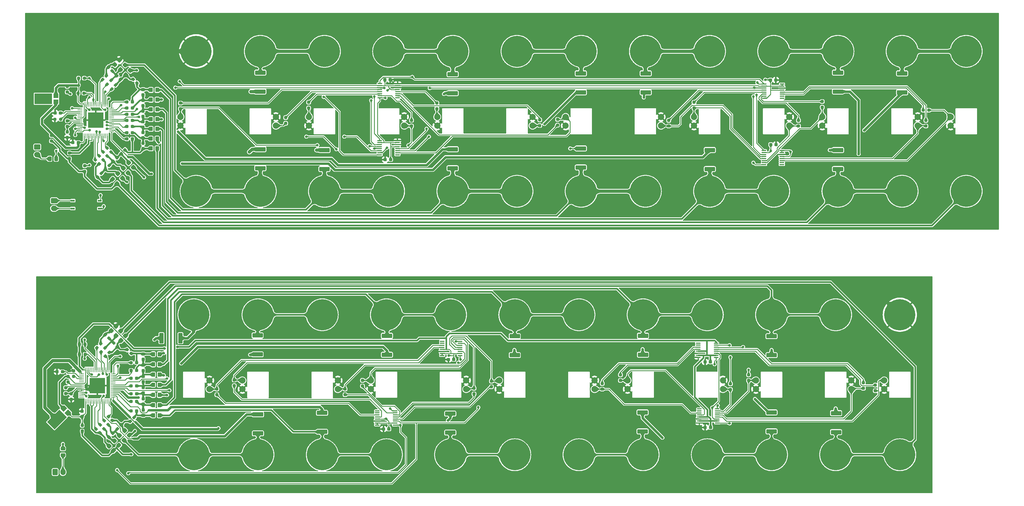
<source format=gbr>
%TF.GenerationSoftware,KiCad,Pcbnew,7.0.8*%
%TF.CreationDate,2023-11-15T21:58:06-05:00*%
%TF.ProjectId,BMS1,424d5331-2e6b-4696-9361-645f70636258,1*%
%TF.SameCoordinates,Original*%
%TF.FileFunction,Copper,L1,Top*%
%TF.FilePolarity,Positive*%
%FSLAX46Y46*%
G04 Gerber Fmt 4.6, Leading zero omitted, Abs format (unit mm)*
G04 Created by KiCad (PCBNEW 7.0.8) date 2023-11-15 21:58:06*
%MOMM*%
%LPD*%
G01*
G04 APERTURE LIST*
G04 Aperture macros list*
%AMRoundRect*
0 Rectangle with rounded corners*
0 $1 Rounding radius*
0 $2 $3 $4 $5 $6 $7 $8 $9 X,Y pos of 4 corners*
0 Add a 4 corners polygon primitive as box body*
4,1,4,$2,$3,$4,$5,$6,$7,$8,$9,$2,$3,0*
0 Add four circle primitives for the rounded corners*
1,1,$1+$1,$2,$3*
1,1,$1+$1,$4,$5*
1,1,$1+$1,$6,$7*
1,1,$1+$1,$8,$9*
0 Add four rect primitives between the rounded corners*
20,1,$1+$1,$2,$3,$4,$5,0*
20,1,$1+$1,$4,$5,$6,$7,0*
20,1,$1+$1,$6,$7,$8,$9,0*
20,1,$1+$1,$8,$9,$2,$3,0*%
%AMRotRect*
0 Rectangle, with rotation*
0 The origin of the aperture is its center*
0 $1 length*
0 $2 width*
0 $3 Rotation angle, in degrees counterclockwise*
0 Add horizontal line*
21,1,$1,$2,0,0,$3*%
G04 Aperture macros list end*
%TA.AperFunction,SMDPad,CuDef*%
%ADD10RoundRect,0.249999X1.425001X-0.450001X1.425001X0.450001X-1.425001X0.450001X-1.425001X-0.450001X0*%
%TD*%
%TA.AperFunction,SMDPad,CuDef*%
%ADD11RoundRect,0.250000X0.350000X0.450000X-0.350000X0.450000X-0.350000X-0.450000X0.350000X-0.450000X0*%
%TD*%
%TA.AperFunction,SMDPad,CuDef*%
%ADD12RoundRect,0.237500X-0.044194X-0.380070X0.380070X0.044194X0.044194X0.380070X-0.380070X-0.044194X0*%
%TD*%
%TA.AperFunction,SMDPad,CuDef*%
%ADD13RoundRect,0.237500X0.371231X-0.035355X-0.035355X0.371231X-0.371231X0.035355X0.035355X-0.371231X0*%
%TD*%
%TA.AperFunction,SMDPad,CuDef*%
%ADD14RoundRect,0.237500X0.237500X-0.300000X0.237500X0.300000X-0.237500X0.300000X-0.237500X-0.300000X0*%
%TD*%
%TA.AperFunction,ComponentPad*%
%ADD15C,10.000000*%
%TD*%
%TA.AperFunction,ComponentPad*%
%ADD16C,2.000000*%
%TD*%
%TA.AperFunction,SMDPad,CuDef*%
%ADD17RoundRect,0.100000X0.637500X0.100000X-0.637500X0.100000X-0.637500X-0.100000X0.637500X-0.100000X0*%
%TD*%
%TA.AperFunction,SMDPad,CuDef*%
%ADD18RoundRect,0.237500X0.380070X-0.044194X-0.044194X0.380070X-0.380070X0.044194X0.044194X-0.380070X0*%
%TD*%
%TA.AperFunction,SMDPad,CuDef*%
%ADD19RoundRect,0.237500X-0.300000X-0.237500X0.300000X-0.237500X0.300000X0.237500X-0.300000X0.237500X0*%
%TD*%
%TA.AperFunction,SMDPad,CuDef*%
%ADD20RoundRect,0.237500X0.300000X0.237500X-0.300000X0.237500X-0.300000X-0.237500X0.300000X-0.237500X0*%
%TD*%
%TA.AperFunction,SMDPad,CuDef*%
%ADD21RoundRect,0.237500X-0.237500X0.250000X-0.237500X-0.250000X0.237500X-0.250000X0.237500X0.250000X0*%
%TD*%
%TA.AperFunction,SMDPad,CuDef*%
%ADD22RoundRect,0.237500X0.237500X-0.250000X0.237500X0.250000X-0.237500X0.250000X-0.237500X-0.250000X0*%
%TD*%
%TA.AperFunction,SMDPad,CuDef*%
%ADD23RoundRect,0.237500X-0.250000X-0.237500X0.250000X-0.237500X0.250000X0.237500X-0.250000X0.237500X0*%
%TD*%
%TA.AperFunction,SMDPad,CuDef*%
%ADD24RoundRect,0.250000X0.565685X0.070711X0.070711X0.565685X-0.565685X-0.070711X-0.070711X-0.565685X0*%
%TD*%
%TA.AperFunction,SMDPad,CuDef*%
%ADD25R,5.571200X3.410801*%
%TD*%
%TA.AperFunction,SMDPad,CuDef*%
%ADD26R,1.603200X1.390000*%
%TD*%
%TA.AperFunction,SMDPad,CuDef*%
%ADD27R,0.250000X1.500000*%
%TD*%
%TA.AperFunction,SMDPad,CuDef*%
%ADD28R,1.500000X0.250000*%
%TD*%
%TA.AperFunction,SMDPad,CuDef*%
%ADD29R,5.000000X5.000000*%
%TD*%
%TA.AperFunction,SMDPad,CuDef*%
%ADD30RoundRect,0.237500X0.035355X0.371231X-0.371231X-0.035355X-0.035355X-0.371231X0.371231X0.035355X0*%
%TD*%
%TA.AperFunction,SMDPad,CuDef*%
%ADD31RoundRect,0.237500X-0.237500X0.300000X-0.237500X-0.300000X0.237500X-0.300000X0.237500X0.300000X0*%
%TD*%
%TA.AperFunction,SMDPad,CuDef*%
%ADD32RoundRect,0.237500X0.287500X0.237500X-0.287500X0.237500X-0.287500X-0.237500X0.287500X-0.237500X0*%
%TD*%
%TA.AperFunction,SMDPad,CuDef*%
%ADD33RoundRect,0.249999X-1.425001X0.450001X-1.425001X-0.450001X1.425001X-0.450001X1.425001X0.450001X0*%
%TD*%
%TA.AperFunction,ComponentPad*%
%ADD34RoundRect,0.250000X-0.600000X-0.750000X0.600000X-0.750000X0.600000X0.750000X-0.600000X0.750000X0*%
%TD*%
%TA.AperFunction,ComponentPad*%
%ADD35O,1.700000X2.000000*%
%TD*%
%TA.AperFunction,SMDPad,CuDef*%
%ADD36RoundRect,0.100000X-0.637500X-0.100000X0.637500X-0.100000X0.637500X0.100000X-0.637500X0.100000X0*%
%TD*%
%TA.AperFunction,SMDPad,CuDef*%
%ADD37RoundRect,0.237500X0.250000X0.237500X-0.250000X0.237500X-0.250000X-0.237500X0.250000X-0.237500X0*%
%TD*%
%TA.AperFunction,SMDPad,CuDef*%
%ADD38RotRect,5.571200X3.410801X225.000000*%
%TD*%
%TA.AperFunction,SMDPad,CuDef*%
%ADD39RotRect,1.603200X1.390000X225.000000*%
%TD*%
%TA.AperFunction,SMDPad,CuDef*%
%ADD40RoundRect,0.250000X-0.070711X0.565685X-0.565685X0.070711X0.070711X-0.565685X0.565685X-0.070711X0*%
%TD*%
%TA.AperFunction,ComponentPad*%
%ADD41RoundRect,0.250000X-0.750000X0.600000X-0.750000X-0.600000X0.750000X-0.600000X0.750000X0.600000X0*%
%TD*%
%TA.AperFunction,ComponentPad*%
%ADD42O,2.000000X1.700000*%
%TD*%
%TA.AperFunction,SMDPad,CuDef*%
%ADD43RoundRect,0.250000X-0.565685X-0.070711X-0.070711X-0.565685X0.565685X0.070711X0.070711X0.565685X0*%
%TD*%
%TA.AperFunction,SMDPad,CuDef*%
%ADD44RoundRect,0.250000X-0.337500X-0.475000X0.337500X-0.475000X0.337500X0.475000X-0.337500X0.475000X0*%
%TD*%
%TA.AperFunction,SMDPad,CuDef*%
%ADD45RoundRect,0.249999X0.450001X1.425001X-0.450001X1.425001X-0.450001X-1.425001X0.450001X-1.425001X0*%
%TD*%
%TA.AperFunction,SMDPad,CuDef*%
%ADD46R,1.219200X0.558800*%
%TD*%
%TA.AperFunction,SMDPad,CuDef*%
%ADD47RoundRect,0.250000X-0.475000X0.337500X-0.475000X-0.337500X0.475000X-0.337500X0.475000X0.337500X0*%
%TD*%
%TA.AperFunction,ViaPad*%
%ADD48C,0.800000*%
%TD*%
%TA.AperFunction,Conductor*%
%ADD49C,0.750000*%
%TD*%
%TA.AperFunction,Conductor*%
%ADD50C,0.500000*%
%TD*%
%TA.AperFunction,Conductor*%
%ADD51C,0.250000*%
%TD*%
%TA.AperFunction,Conductor*%
%ADD52C,1.000000*%
%TD*%
G04 APERTURE END LIST*
D10*
%TO.P,R31,1*%
%TO.N,Net-(B7--)*%
X228346000Y-155704000D03*
%TO.P,R31,2*%
%TO.N,/BatteryBus1.S5*%
X228346000Y-149604000D03*
%TD*%
D11*
%TO.P,R24,1*%
%TO.N,Net-(B4--)*%
X73292000Y-147265500D03*
%TO.P,R24,2*%
%TO.N,/BatteryBus1.C8*%
X71292000Y-147265500D03*
%TD*%
D12*
%TO.P,C28,1*%
%TO.N,/BatteryBus.C12*%
X55917598Y-71468696D03*
%TO.P,C28,2*%
%TO.N,/BatteryBus.C11*%
X57137358Y-70248936D03*
%TD*%
D13*
%TO.P,L23,1*%
%TO.N,/BatteryBus.C13*%
X53888718Y-69672718D03*
%TO.P,L23,2*%
%TO.N,Net-(U10-C13)*%
X52651282Y-68435282D03*
%TD*%
D14*
%TO.P,C20,1*%
%TO.N,/BatteryBus1.C7*%
X68052000Y-143358500D03*
%TO.P,C20,2*%
%TO.N,/BatteryBus1.C6*%
X68052000Y-141633500D03*
%TD*%
D15*
%TO.P,B3,1,+*%
%TO.N,Net-(B2--)*%
X125528000Y-118216000D03*
%TO.P,B3,2,-*%
%TO.N,Net-(B3--)*%
X125528000Y-163216000D03*
D16*
%TO.P,B3,3,T+*%
%TO.N,CT210*%
X130528000Y-142116000D03*
%TO.P,B3,4,T-*%
%TO.N,GND2*%
X130528000Y-139316000D03*
%TD*%
D17*
%TO.P,U5,1,SCL*%
%TO.N,/SCL2*%
X252270500Y-153026000D03*
%TO.P,U5,2,~{RESET}*%
%TO.N,VDD*%
X252270500Y-152376000D03*
%TO.P,U5,3,SDA*%
%TO.N,/SDA2*%
X252270500Y-151726000D03*
%TO.P,U5,4,S1*%
%TO.N,CT201*%
X252270500Y-151076000D03*
%TO.P,U5,5,S2*%
%TO.N,CT202*%
X252270500Y-150426000D03*
%TO.P,U5,6,S3*%
%TO.N,CT203*%
X252270500Y-149776000D03*
%TO.P,U5,7,S4*%
%TO.N,CT204*%
X252270500Y-149126000D03*
%TO.P,U5,8,D*%
%TO.N,D21*%
X252270500Y-148476000D03*
%TO.P,U5,9,S8*%
%TO.N,unconnected-(U5-S8-Pad9)*%
X246545500Y-148476000D03*
%TO.P,U5,10,S7*%
%TO.N,unconnected-(U5-S7-Pad10)*%
X246545500Y-149126000D03*
%TO.P,U5,11,S6*%
%TO.N,CT206*%
X246545500Y-149776000D03*
%TO.P,U5,12,S5*%
%TO.N,CT205*%
X246545500Y-150426000D03*
%TO.P,U5,13,VDD*%
%TO.N,VDD*%
X246545500Y-151076000D03*
%TO.P,U5,14,GND*%
%TO.N,GND2*%
X246545500Y-151726000D03*
%TO.P,U5,15,A1*%
%TO.N,VDD*%
X246545500Y-152376000D03*
%TO.P,U5,16,A0*%
%TO.N,GND2*%
X246545500Y-153026000D03*
%TD*%
D13*
%TO.P,L24,1*%
%TO.N,/BatteryBus.C12*%
X55158719Y-68402717D03*
%TO.P,L24,2*%
%TO.N,Net-(U10-C12)*%
X53921283Y-67165281D03*
%TD*%
D15*
%TO.P,B2,1,+*%
%TO.N,Net-(B1--)*%
X104908000Y-163216000D03*
%TO.P,B2,2,-*%
%TO.N,Net-(B2--)*%
X104908000Y-118216000D03*
D16*
%TO.P,B2,3,T+*%
%TO.N,CT211*%
X99908000Y-139316000D03*
%TO.P,B2,4,T-*%
%TO.N,GND2*%
X99908000Y-142116000D03*
%TD*%
D12*
%TO.P,C30,1*%
%TO.N,/BatteryBus.C10*%
X60964105Y-66422189D03*
%TO.P,C30,2*%
%TO.N,/BatteryBus.C9*%
X62183865Y-65202429D03*
%TD*%
D18*
%TO.P,C38,1*%
%TO.N,/BatteryBus.C2*%
X60788100Y-42536100D03*
%TO.P,C38,2*%
%TO.N,/BatteryBus.C1*%
X59568340Y-41316340D03*
%TD*%
D19*
%TO.P,C1,1*%
%TO.N,GND2*%
X248405895Y-133378815D03*
%TO.P,C1,2*%
%TO.N,VDD*%
X250130895Y-133378815D03*
%TD*%
D20*
%TO.P,C8,1*%
%TO.N,GND1*%
X271219000Y-63500000D03*
%TO.P,C8,2*%
%TO.N,VD*%
X269494000Y-63500000D03*
%TD*%
%TO.P,C2,1*%
%TO.N,GND1*%
X271118499Y-42775500D03*
%TO.P,C2,2*%
%TO.N,VD*%
X269393499Y-42775500D03*
%TD*%
D15*
%TO.P,B4,1,+*%
%TO.N,Net-(B3--)*%
X146128000Y-163216000D03*
%TO.P,B4,2,-*%
%TO.N,Net-(B4--)*%
X146128000Y-118216000D03*
D16*
%TO.P,B4,3,T+*%
%TO.N,CT209*%
X141128000Y-139316000D03*
%TO.P,B4,4,T-*%
%TO.N,GND2*%
X141128000Y-142116000D03*
%TD*%
D21*
%TO.P,R45,1*%
%TO.N,CT207*%
X179832000Y-139549500D03*
%TO.P,R45,2*%
%TO.N,C+207*%
X179832000Y-141374500D03*
%TD*%
D15*
%TO.P,B16,1,+*%
%TO.N,Net-(B15--)*%
X270444000Y-33532500D03*
%TO.P,B16,2,-*%
%TO.N,Net-(B16--)*%
X270444000Y-78532500D03*
D16*
%TO.P,B16,3,T+*%
%TO.N,CT110*%
X275444000Y-57432500D03*
%TO.P,B16,4,T-*%
%TO.N,GND1*%
X275444000Y-54632500D03*
%TD*%
D22*
%TO.P,R51,1*%
%TO.N,CT201*%
X303022000Y-142644500D03*
%TO.P,R51,2*%
%TO.N,C+201*%
X303022000Y-140819500D03*
%TD*%
D15*
%TO.P,B15,1,+*%
%TO.N,Net-(B14--)*%
X291044000Y-78532500D03*
%TO.P,B15,2,-*%
%TO.N,Net-(B15--)*%
X291044000Y-33532500D03*
D16*
%TO.P,B15,3,T+*%
%TO.N,CT111*%
X286044000Y-54632500D03*
%TO.P,B15,4,T-*%
%TO.N,GND1*%
X286044000Y-57432500D03*
%TD*%
D23*
%TO.P,R4,1*%
%TO.N,VDD*%
X47578000Y-130937000D03*
%TO.P,R4,2*%
%TO.N,/SDA2*%
X49403000Y-130937000D03*
%TD*%
D24*
%TO.P,R17,1*%
%TO.N,Net-(B1--)*%
X61894427Y-158525988D03*
%TO.P,R17,2*%
%TO.N,/BatteryBus1.C11*%
X60480213Y-157111774D03*
%TD*%
D25*
%TO.P,Q2,1,B*%
%TO.N,Net-(Q2-B)*%
X35958000Y-48768000D03*
D26*
%TO.P,Q2,2,C*%
%TO.N,VCC*%
X40041599Y-49688001D03*
%TO.P,Q2,3,E*%
%TO.N,VD*%
X40041599Y-47847999D03*
%TD*%
D21*
%TO.P,R44,1*%
%TO.N,CT208*%
X174244000Y-141835500D03*
%TO.P,R44,2*%
%TO.N,C+208*%
X174244000Y-143660500D03*
%TD*%
D15*
%TO.P,B19,1,+*%
%TO.N,Net-(B18--)*%
X208644000Y-78532500D03*
%TO.P,B19,2,-*%
%TO.N,Net-(B19--)*%
X208644000Y-33532500D03*
D16*
%TO.P,B19,3,T+*%
%TO.N,CT107*%
X203644000Y-54632500D03*
%TO.P,B19,4,T-*%
%TO.N,GND1*%
X203644000Y-57432500D03*
%TD*%
D15*
%TO.P,B13,1,+*%
%TO.N,Net-(B13-+)*%
X332244000Y-78532500D03*
%TO.P,B13,2,-*%
%TO.N,Net-(B13--)*%
X332244000Y-33532500D03*
D16*
%TO.P,B13,3,T+*%
%TO.N,CT113*%
X327244000Y-54632500D03*
%TO.P,B13,4,T-*%
%TO.N,GND1*%
X327244000Y-57432500D03*
%TD*%
D22*
%TO.P,R5,1*%
%TO.N,Net-(U9-ICMP)*%
X43160000Y-143512000D03*
%TO.P,R5,2*%
%TO.N,Net-(U9-IBIAS)*%
X43160000Y-141687000D03*
%TD*%
D14*
%TO.P,C34,1*%
%TO.N,/BatteryBus.C6*%
X68002000Y-54460149D03*
%TO.P,C34,2*%
%TO.N,/BatteryBus.C5*%
X68002000Y-52735149D03*
%TD*%
D22*
%TO.P,R84,1*%
%TO.N,CT110*%
X278384000Y-57554500D03*
%TO.P,R84,2*%
%TO.N,C+110*%
X278384000Y-55729500D03*
%TD*%
D18*
%TO.P,C39,1*%
%TO.N,/BatteryBus.C1*%
X58096000Y-39844000D03*
%TO.P,C39,2*%
%TO.N,/BatteryBus.C0*%
X56876240Y-38624240D03*
%TD*%
D27*
%TO.P,U10,1,V+*%
%TO.N,VCC*%
X49082000Y-60701000D03*
%TO.P,U10,2*%
%TO.N,N/C*%
X49582000Y-60701000D03*
%TO.P,U10,3*%
X50082000Y-60701000D03*
%TO.P,U10,4,C15*%
%TO.N,/BatteryBus.C15*%
X50582000Y-60701000D03*
%TO.P,U10,5,S15*%
%TO.N,/BatteryBus.S15*%
X51082000Y-60701000D03*
%TO.P,U10,6,C14*%
%TO.N,/BatteryBus.C15*%
X51582000Y-60701000D03*
%TO.P,U10,7,S14*%
%TO.N,/BatteryBus.S14*%
X52082000Y-60701000D03*
%TO.P,U10,8,C13*%
%TO.N,Net-(U10-C13)*%
X52582000Y-60701000D03*
%TO.P,U10,9,S13*%
%TO.N,/BatteryBus.S13*%
X53082000Y-60701000D03*
%TO.P,U10,10,C12*%
%TO.N,Net-(U10-C12)*%
X53582000Y-60701000D03*
%TO.P,U10,11,S12*%
%TO.N,/BatteryBus.S12*%
X54082000Y-60701000D03*
%TO.P,U10,12,C11*%
%TO.N,Net-(U10-C11)*%
X54582000Y-60701000D03*
%TO.P,U10,13,S11*%
%TO.N,/BatteryBus.S11*%
X55082000Y-60701000D03*
%TO.P,U10,14*%
%TO.N,N/C*%
X55582000Y-60701000D03*
%TO.P,U10,15*%
X56082000Y-60701000D03*
%TO.P,U10,16,C10*%
%TO.N,Net-(U10-C10)*%
X56582000Y-60701000D03*
D28*
%TO.P,U10,17,S10*%
%TO.N,/BatteryBus.S10*%
X57907000Y-59376000D03*
%TO.P,U10,18,C9*%
%TO.N,Net-(U10-C9)*%
X57907000Y-58876000D03*
%TO.P,U10,19,S9*%
%TO.N,/BatteryBus.S9*%
X57907000Y-58376000D03*
%TO.P,U10,20,C8*%
%TO.N,Net-(U10-C8)*%
X57907000Y-57876000D03*
%TO.P,U10,21,S8*%
%TO.N,/BatteryBus.S8*%
X57907000Y-57376000D03*
%TO.P,U10,22,C7*%
%TO.N,Net-(U10-C7)*%
X57907000Y-56876000D03*
%TO.P,U10,23,S7*%
%TO.N,/BatteryBus.S7*%
X57907000Y-56376000D03*
%TO.P,U10,24,C6*%
%TO.N,Net-(U10-C6)*%
X57907000Y-55876000D03*
%TO.P,U10,25,S6*%
%TO.N,/BatteryBus.S6*%
X57907000Y-55376000D03*
%TO.P,U10,26*%
%TO.N,N/C*%
X57907000Y-54876000D03*
%TO.P,U10,27*%
X57907000Y-54376000D03*
%TO.P,U10,28,C5*%
%TO.N,Net-(U10-C5)*%
X57907000Y-53876000D03*
%TO.P,U10,29,S5*%
%TO.N,/BatteryBus.S5*%
X57907000Y-53376000D03*
%TO.P,U10,30,C4*%
%TO.N,Net-(U10-C4)*%
X57907000Y-52876000D03*
%TO.P,U10,31,S4*%
%TO.N,/BatteryBus.S4*%
X57907000Y-52376000D03*
%TO.P,U10,32,C3*%
%TO.N,Net-(U10-C3)*%
X57907000Y-51876000D03*
D27*
%TO.P,U10,33,S3*%
%TO.N,/BatteryBus.S3*%
X56582000Y-50551000D03*
%TO.P,U10,34,C2*%
%TO.N,Net-(U10-C2)*%
X56082000Y-50551000D03*
%TO.P,U10,35,S2*%
%TO.N,/BatteryBus.S2*%
X55582000Y-50551000D03*
%TO.P,U10,36,C1*%
%TO.N,Net-(U10-C1)*%
X55082000Y-50551000D03*
%TO.P,U10,37,S1*%
%TO.N,/BatteryBus.S1*%
X54582000Y-50551000D03*
%TO.P,U10,38,C0*%
%TO.N,Net-(U10-C0)*%
X54082000Y-50551000D03*
%TO.P,U10,39,GPIO1*%
%TO.N,unconnected-(U10-GPIO1-Pad39)*%
X53582000Y-50551000D03*
%TO.P,U10,40,GPIO2*%
%TO.N,unconnected-(U10-GPIO2-Pad40)*%
X53082000Y-50551000D03*
%TO.P,U10,41,GPIO3*%
%TO.N,/SCL1*%
X52582000Y-50551000D03*
%TO.P,U10,42,GPIO4*%
%TO.N,/SDA1*%
X52082000Y-50551000D03*
%TO.P,U10,43,GPIO5*%
%TO.N,unconnected-(U10-GPIO5-Pad43)*%
X51582000Y-50551000D03*
%TO.P,U10,44,GPIO6*%
%TO.N,unconnected-(U10-GPIO6-Pad44)*%
X51082000Y-50551000D03*
%TO.P,U10,45,GPIO7*%
%TO.N,unconnected-(U10-GPIO7-Pad45)*%
X50582000Y-50551000D03*
%TO.P,U10,46,GPIO8*%
%TO.N,/D11*%
X50082000Y-50551000D03*
%TO.P,U10,47,GPIO9*%
%TO.N,/D12*%
X49582000Y-50551000D03*
%TO.P,U10,48,VREG*%
%TO.N,VD*%
X49082000Y-50551000D03*
D28*
%TO.P,U10,49,DRIVE*%
%TO.N,Net-(Q2-B)*%
X47757000Y-51876000D03*
%TO.P,U10,50,VREF2*%
%TO.N,unconnected-(U10-VREF2-Pad50)*%
X47757000Y-52376000D03*
%TO.P,U10,51,VREF1*%
%TO.N,Net-(U10-VREF1)*%
X47757000Y-52876000D03*
%TO.P,U10,52,DTEN*%
%TO.N,Net-(U10-DTEN)*%
X47757000Y-53376000D03*
%TO.P,U10,53,SDI(NC)*%
%TO.N,unconnected-(U10-SDI(NC)-Pad53)*%
X47757000Y-53876000D03*
%TO.P,U10,54,SDO(NC)*%
%TO.N,unconnected-(U10-SDO(NC)-Pad54)*%
X47757000Y-54376000D03*
%TO.P,U10,55,ISOMD*%
%TO.N,VD*%
X47757000Y-54876000D03*
%TO.P,U10,56,WDT*%
%TO.N,Net-(U10-WDT)*%
X47757000Y-55376000D03*
%TO.P,U10,57,IBIAS*%
%TO.N,Net-(U10-IBIAS)*%
X47757000Y-55876000D03*
%TO.P,U10,58,ICMP*%
%TO.N,Net-(U10-ICMP)*%
X47757000Y-56376000D03*
%TO.P,U10,59,V-*%
%TO.N,GND1*%
X47757000Y-56876000D03*
%TO.P,U10,60,V-*%
X47757000Y-57376000D03*
%TO.P,U10,61,CSB(IMA)*%
%TO.N,Net-(U10-CSB(IMA))*%
X47757000Y-57876000D03*
%TO.P,U10,62,SCK(IPA)*%
%TO.N,Net-(U10-SCK(IPA))*%
X47757000Y-58376000D03*
%TO.P,U10,63,IMB*%
%TO.N,Net-(U10-IMB)*%
X47757000Y-58876000D03*
%TO.P,U10,64,IPB*%
%TO.N,Net-(J2-Pin_1)*%
X47757000Y-59376000D03*
D29*
%TO.P,U10,65,V-*%
%TO.N,GND1*%
X52832000Y-55626000D03*
%TD*%
D22*
%TO.P,R85,1*%
%TO.N,CT109*%
X244856000Y-51759500D03*
%TO.P,R85,2*%
%TO.N,C+109*%
X244856000Y-49934500D03*
%TD*%
D15*
%TO.P,B20,1,+*%
%TO.N,Net-(B19--)*%
X188044000Y-33532500D03*
%TO.P,B20,2,-*%
%TO.N,Net-(B20--)*%
X188044000Y-78532500D03*
D16*
%TO.P,B20,3,T+*%
%TO.N,CT106*%
X193044000Y-57432500D03*
%TO.P,B20,4,T-*%
%TO.N,GND1*%
X193044000Y-54632500D03*
%TD*%
D30*
%TO.P,L18,1*%
%TO.N,/BatteryBus.C1*%
X57730038Y-42902601D03*
%TO.P,L18,2*%
%TO.N,Net-(U10-C1)*%
X56492602Y-44140037D03*
%TD*%
D21*
%TO.P,R40,1*%
%TO.N,CT212*%
X91694000Y-142089500D03*
%TO.P,R40,2*%
%TO.N,C+212*%
X91694000Y-143914500D03*
%TD*%
D19*
%TO.P,C3,1*%
%TO.N,GND2*%
X166015500Y-132587999D03*
%TO.P,C3,2*%
%TO.N,VDD*%
X167740500Y-132587999D03*
%TD*%
D31*
%TO.P,C32,1*%
%TO.N,/BatteryBus.C7*%
X68002000Y-59643949D03*
%TO.P,C32,2*%
%TO.N,/BatteryBus.C8*%
X68002000Y-61368949D03*
%TD*%
D32*
%TO.P,L28,1*%
%TO.N,/BatteryBus.C7*%
X64559001Y-57729800D03*
%TO.P,L28,2*%
%TO.N,Net-(U10-C7)*%
X62809001Y-57729800D03*
%TD*%
D10*
%TO.P,R67,1*%
%TO.N,Net-(B14--)*%
X291084000Y-71376000D03*
%TO.P,R67,2*%
%TO.N,/BatteryBus.S11*%
X291084000Y-65276000D03*
%TD*%
D24*
%TO.P,R58,1*%
%TO.N,Net-(B13-+)*%
X59632707Y-76043507D03*
%TO.P,R58,2*%
%TO.N,/BatteryBus.C13*%
X58218493Y-74629293D03*
%TD*%
D33*
%TO.P,R72,1*%
%TO.N,Net-(B13--)*%
X311658000Y-40636000D03*
%TO.P,R72,2*%
%TO.N,/BatteryBus.S12*%
X311658000Y-46736000D03*
%TD*%
D30*
%TO.P,L15,1*%
%TO.N,/BatteryBus1.C2*%
X57157318Y-130301782D03*
%TO.P,L15,2*%
%TO.N,Net-(U9-C2)*%
X55919882Y-131539218D03*
%TD*%
D11*
%TO.P,R65,1*%
%TO.N,Net-(B19--)*%
X72542000Y-55338000D03*
%TO.P,R65,2*%
%TO.N,/BatteryBus.C6*%
X70542000Y-55338000D03*
%TD*%
D34*
%TO.P,J3,1,Pin_1*%
%TO.N,Net-(J3-Pin_1)*%
X39791000Y-168783000D03*
D35*
%TO.P,J3,2,Pin_2*%
%TO.N,Net-(J3-Pin_2)*%
X42291000Y-168783000D03*
%TD*%
D13*
%TO.P,L7,1*%
%TO.N,/BatteryBus1.C14*%
X54154718Y-156168718D03*
%TO.P,L7,2*%
%TO.N,Net-(U9-C13)*%
X52917282Y-154931282D03*
%TD*%
D36*
%TO.P,U4,1,SCL*%
%TO.N,/SCL1*%
X143980315Y-43920475D03*
%TO.P,U4,2,~{RESET}*%
%TO.N,VD*%
X143980315Y-44570475D03*
%TO.P,U4,3,SDA*%
%TO.N,/SDA1*%
X143980315Y-45220475D03*
%TO.P,U4,4,S1*%
%TO.N,C+101*%
X143980315Y-45870475D03*
%TO.P,U4,5,S2*%
%TO.N,C+102*%
X143980315Y-46520475D03*
%TO.P,U4,6,S3*%
%TO.N,C+103*%
X143980315Y-47170475D03*
%TO.P,U4,7,S4*%
%TO.N,C+104*%
X143980315Y-47820475D03*
%TO.P,U4,8,D*%
%TO.N,VD*%
X143980315Y-48470475D03*
%TO.P,U4,9,S8*%
%TO.N,unconnected-(U4-S8-Pad9)*%
X149705315Y-48470475D03*
%TO.P,U4,10,S7*%
%TO.N,C+107*%
X149705315Y-47820475D03*
%TO.P,U4,11,S6*%
%TO.N,C+106*%
X149705315Y-47170475D03*
%TO.P,U4,12,S5*%
%TO.N,C+105*%
X149705315Y-46520475D03*
%TO.P,U4,13,VDD*%
%TO.N,VD*%
X149705315Y-45870475D03*
%TO.P,U4,14,GND*%
%TO.N,GND1*%
X149705315Y-45220475D03*
%TO.P,U4,15,A1*%
%TO.N,VD*%
X149705315Y-44570475D03*
%TO.P,U4,16,A0*%
%TO.N,GND1*%
X149705315Y-43920475D03*
%TD*%
D14*
%TO.P,C21,1*%
%TO.N,/BatteryBus1.C6*%
X68052000Y-139755240D03*
%TO.P,C21,2*%
%TO.N,/BatteryBus1.C5*%
X68052000Y-138030240D03*
%TD*%
D15*
%TO.P,B18,1,+*%
%TO.N,Net-(B17--)*%
X229244000Y-33532500D03*
%TO.P,B18,2,-*%
%TO.N,Net-(B18--)*%
X229244000Y-78532500D03*
D16*
%TO.P,B18,3,T+*%
%TO.N,CT108*%
X234244000Y-57432500D03*
%TO.P,B18,4,T-*%
%TO.N,GND1*%
X234244000Y-54632500D03*
%TD*%
D17*
%TO.P,U6,1,SCL*%
%TO.N,/SCL2*%
X169740500Y-131307000D03*
%TO.P,U6,2,~{RESET}*%
%TO.N,VDD*%
X169740500Y-130657000D03*
%TO.P,U6,3,SDA*%
%TO.N,/SDA2*%
X169740500Y-130007000D03*
%TO.P,U6,4,S1*%
%TO.N,CT207*%
X169740500Y-129357000D03*
%TO.P,U6,5,S2*%
%TO.N,CT208*%
X169740500Y-128707000D03*
%TO.P,U6,6,S3*%
%TO.N,CT209*%
X169740500Y-128057000D03*
%TO.P,U6,7,S4*%
%TO.N,CT210*%
X169740500Y-127407000D03*
%TO.P,U6,8,D*%
%TO.N,/D22*%
X169740500Y-126757000D03*
%TO.P,U6,9,S8*%
%TO.N,unconnected-(U6-S8-Pad9)*%
X164015500Y-126757000D03*
%TO.P,U6,10,S7*%
%TO.N,unconnected-(U6-S7-Pad10)*%
X164015500Y-127407000D03*
%TO.P,U6,11,S6*%
%TO.N,CT212*%
X164015500Y-128057000D03*
%TO.P,U6,12,S5*%
%TO.N,CT211*%
X164015500Y-128707000D03*
%TO.P,U6,13,VDD*%
%TO.N,VDD*%
X164015500Y-129357000D03*
%TO.P,U6,14,GND*%
%TO.N,GND2*%
X164015500Y-130007000D03*
%TO.P,U6,15,A1*%
%TO.N,VDD*%
X164015500Y-130657000D03*
%TO.P,U6,16,A0*%
X164015500Y-131307000D03*
%TD*%
D37*
%TO.P,R81,1*%
%TO.N,CT113*%
X320214000Y-52451000D03*
%TO.P,R81,2*%
%TO.N,C+113*%
X318389000Y-52451000D03*
%TD*%
D14*
%TO.P,C35,1*%
%TO.N,/BatteryBus.C5*%
X68002000Y-51005749D03*
%TO.P,C35,2*%
%TO.N,/BatteryBus.C4*%
X68002000Y-49280749D03*
%TD*%
D22*
%TO.P,R88,1*%
%TO.N,CT106*%
X195326000Y-57404000D03*
%TO.P,R88,2*%
%TO.N,C+106*%
X195326000Y-55579000D03*
%TD*%
D38*
%TO.P,Q1,1,B*%
%TO.N,Net-(Q1-B)*%
X40351798Y-151926202D03*
D39*
%TO.P,Q1,2,C*%
%TO.N,VDC*%
X43889877Y-149689201D03*
%TO.P,Q1,3,E*%
%TO.N,VDD*%
X42588799Y-148388123D03*
%TD*%
D22*
%TO.P,R47,1*%
%TO.N,CT205*%
X221234000Y-139342500D03*
%TO.P,R47,2*%
%TO.N,C+205*%
X221234000Y-137517500D03*
%TD*%
D36*
%TO.P,U3,1,SCL*%
%TO.N,/SCL1*%
X267393500Y-44056500D03*
%TO.P,U3,2,~{RESET}*%
%TO.N,VD*%
X267393500Y-44706500D03*
%TO.P,U3,3,SDA*%
%TO.N,/SDA1*%
X267393500Y-45356500D03*
%TO.P,U3,4,S1*%
%TO.N,C+108*%
X267393500Y-46006500D03*
%TO.P,U3,5,S2*%
%TO.N,C+109*%
X267393500Y-46656500D03*
%TO.P,U3,6,S3*%
%TO.N,C+110*%
X267393500Y-47306500D03*
%TO.P,U3,7,S4*%
%TO.N,C+111*%
X267393500Y-47956500D03*
%TO.P,U3,8,D*%
%TO.N,VD*%
X267393500Y-48606500D03*
%TO.P,U3,9,S8*%
%TO.N,unconnected-(U3-S8-Pad9)*%
X273118500Y-48606500D03*
%TO.P,U3,10,S7*%
%TO.N,unconnected-(U3-S7-Pad10)*%
X273118500Y-47956500D03*
%TO.P,U3,11,S6*%
%TO.N,C+113*%
X273118500Y-47306500D03*
%TO.P,U3,12,S5*%
%TO.N,C+112*%
X273118500Y-46656500D03*
%TO.P,U3,13,VDD*%
%TO.N,VD*%
X273118500Y-46006500D03*
%TO.P,U3,14,GND*%
%TO.N,GND1*%
X273118500Y-45356500D03*
%TO.P,U3,15,A1*%
%TO.N,VD*%
X273118500Y-44706500D03*
%TO.P,U3,16,A0*%
X273118500Y-44056500D03*
%TD*%
D11*
%TO.P,R22,1*%
%TO.N,Net-(B10-+)*%
X73292000Y-130896800D03*
%TO.P,R22,2*%
%TO.N,/BatteryBus1.C3*%
X71292000Y-130896800D03*
%TD*%
D24*
%TO.P,R20,1*%
%TO.N,Net-(B1-+)*%
X60237327Y-160168887D03*
%TO.P,R20,2*%
%TO.N,/BatteryBus1.C12*%
X58823113Y-158754673D03*
%TD*%
D22*
%TO.P,R1,1*%
%TO.N,GND2*%
X44938000Y-145440500D03*
%TO.P,R1,2*%
%TO.N,Net-(U9-ICMP)*%
X44938000Y-143615500D03*
%TD*%
%TO.P,R89,1*%
%TO.N,CT105*%
X162306000Y-52013500D03*
%TO.P,R89,2*%
%TO.N,C+105*%
X162306000Y-50188500D03*
%TD*%
D15*
%TO.P,B6,1,+*%
%TO.N,Net-(B5--)*%
X187328000Y-163216000D03*
%TO.P,B6,2,-*%
%TO.N,Net-(B6--)*%
X187328000Y-118216000D03*
D16*
%TO.P,B6,3,T+*%
%TO.N,CT207*%
X182328000Y-139316000D03*
%TO.P,B6,4,T-*%
%TO.N,GND2*%
X182328000Y-142116000D03*
%TD*%
D15*
%TO.P,B17,1,+*%
%TO.N,Net-(B16--)*%
X249844000Y-78532500D03*
%TO.P,B17,2,-*%
%TO.N,Net-(B17--)*%
X249844000Y-33532500D03*
D16*
%TO.P,B17,3,T+*%
%TO.N,CT109*%
X244844000Y-54632500D03*
%TO.P,B17,4,T-*%
%TO.N,GND1*%
X244844000Y-57432500D03*
%TD*%
D11*
%TO.P,R61,1*%
%TO.N,Net-(B22--)*%
X72542000Y-45953149D03*
%TO.P,R61,2*%
%TO.N,/BatteryBus.C3*%
X70542000Y-45953149D03*
%TD*%
D14*
%TO.P,C23,1*%
%TO.N,/BatteryBus1.C4*%
X68052000Y-132548720D03*
%TO.P,C23,2*%
%TO.N,/BatteryBus1.C3*%
X68052000Y-130823720D03*
%TD*%
D32*
%TO.P,L29,1*%
%TO.N,/BatteryBus.C5*%
X64559000Y-53771700D03*
%TO.P,L29,2*%
%TO.N,Net-(U10-C5)*%
X62809000Y-53771700D03*
%TD*%
D22*
%TO.P,R50,1*%
%TO.N,CT202*%
X299212000Y-141882500D03*
%TO.P,R50,2*%
%TO.N,C+202*%
X299212000Y-140057500D03*
%TD*%
D14*
%TO.P,C22,1*%
%TO.N,/BatteryBus1.C5*%
X68052000Y-136151980D03*
%TO.P,C22,2*%
%TO.N,/BatteryBus1.C4*%
X68052000Y-134426980D03*
%TD*%
D22*
%TO.P,R48,1*%
%TO.N,CT204*%
X256540000Y-142240000D03*
%TO.P,R48,2*%
%TO.N,C+204*%
X256540000Y-140415000D03*
%TD*%
D15*
%TO.P,B21,1,+*%
%TO.N,Net-(B20--)*%
X167444000Y-78532500D03*
%TO.P,B21,2,-*%
%TO.N,Net-(B21--)*%
X167444000Y-33532500D03*
D16*
%TO.P,B21,3,T+*%
%TO.N,CT105*%
X162444000Y-54632500D03*
%TO.P,B21,4,T-*%
%TO.N,GND1*%
X162444000Y-57432500D03*
%TD*%
D33*
%TO.P,R30,1*%
%TO.N,Net-(B2--)*%
X104775000Y-124839000D03*
%TO.P,R30,2*%
%TO.N,/BatteryBus1.S10*%
X104775000Y-130939000D03*
%TD*%
D15*
%TO.P,B14,1,+*%
%TO.N,Net-(B13--)*%
X311644000Y-33532500D03*
%TO.P,B14,2,-*%
%TO.N,Net-(B14--)*%
X311644000Y-78532500D03*
D16*
%TO.P,B14,3,T+*%
%TO.N,CT112*%
X316644000Y-57432500D03*
%TO.P,B14,4,T-*%
%TO.N,GND1*%
X316644000Y-54632500D03*
%TD*%
D40*
%TO.P,R53,1*%
%TO.N,Net-(B24--)*%
X62215827Y-37948713D03*
%TO.P,R53,2*%
%TO.N,/BatteryBus.C1*%
X60801613Y-39362927D03*
%TD*%
D22*
%TO.P,R90,1*%
%TO.N,CT104*%
X154178000Y-57531000D03*
%TO.P,R90,2*%
%TO.N,C+104*%
X154178000Y-55706000D03*
%TD*%
D20*
%TO.P,C14,1*%
%TO.N,VCC*%
X47217500Y-62865000D03*
%TO.P,C14,2*%
%TO.N,GND1*%
X45492500Y-62865000D03*
%TD*%
D41*
%TO.P,J2,1,Pin_1*%
%TO.N,Net-(J2-Pin_1)*%
X34053000Y-64282000D03*
D42*
%TO.P,J2,2,Pin_2*%
%TO.N,Net-(J2-Pin_2)*%
X34053000Y-66782000D03*
%TD*%
D22*
%TO.P,R91,1*%
%TO.N,CT103*%
X121158000Y-51759500D03*
%TO.P,R91,2*%
%TO.N,C+103*%
X121158000Y-49934500D03*
%TD*%
D15*
%TO.P,B9,1,+*%
%TO.N,Net-(B8--)*%
X249128000Y-118216000D03*
%TO.P,B9,2,-*%
%TO.N,Net-(B10-+)*%
X249128000Y-163216000D03*
D16*
%TO.P,B9,3,T+*%
%TO.N,CT204*%
X254128000Y-142116000D03*
%TO.P,B9,4,T-*%
%TO.N,GND2*%
X254128000Y-139316000D03*
%TD*%
D36*
%TO.P,U8,1,SCL*%
%TO.N,/SCL1*%
X267325000Y-65428500D03*
%TO.P,U8,2,~{RESET}*%
%TO.N,VD*%
X267325000Y-66078500D03*
%TO.P,U8,3,SDA*%
%TO.N,/SDA1*%
X267325000Y-66728500D03*
%TO.P,U8,4,S1*%
%TO.N,CT108*%
X267325000Y-67378500D03*
%TO.P,U8,5,S2*%
%TO.N,CT109*%
X267325000Y-68028500D03*
%TO.P,U8,6,S3*%
%TO.N,CT110*%
X267325000Y-68678500D03*
%TO.P,U8,7,S4*%
%TO.N,CT111*%
X267325000Y-69328500D03*
%TO.P,U8,8,D*%
%TO.N,/D12*%
X267325000Y-69978500D03*
%TO.P,U8,9,S8*%
%TO.N,unconnected-(U8-S8-Pad9)*%
X273050000Y-69978500D03*
%TO.P,U8,10,S7*%
%TO.N,unconnected-(U8-S7-Pad10)*%
X273050000Y-69328500D03*
%TO.P,U8,11,S6*%
%TO.N,CT113*%
X273050000Y-68678500D03*
%TO.P,U8,12,S5*%
%TO.N,CT112*%
X273050000Y-68028500D03*
%TO.P,U8,13,VDD*%
%TO.N,VD*%
X273050000Y-67378500D03*
%TO.P,U8,14,GND*%
%TO.N,GND1*%
X273050000Y-66728500D03*
%TO.P,U8,15,A1*%
%TO.N,VD*%
X273050000Y-66078500D03*
%TO.P,U8,16,A0*%
X273050000Y-65428500D03*
%TD*%
D10*
%TO.P,R69,1*%
%TO.N,Net-(B24--)*%
X105664000Y-71122000D03*
%TO.P,R69,2*%
%TO.N,/BatteryBus.S1*%
X105664000Y-65022000D03*
%TD*%
D15*
%TO.P,B24,1,+*%
%TO.N,Net-(B23--)*%
X105644000Y-33532500D03*
%TO.P,B24,2,-*%
%TO.N,Net-(B24--)*%
X105644000Y-78532500D03*
D16*
%TO.P,B24,3,T+*%
%TO.N,CT102*%
X110644000Y-57432500D03*
%TO.P,B24,4,T-*%
%TO.N,GND1*%
X110644000Y-54632500D03*
%TD*%
D33*
%TO.P,R75,1*%
%TO.N,Net-(B23--)*%
X105664000Y-40384000D03*
%TO.P,R75,2*%
%TO.N,/BatteryBus.S2*%
X105664000Y-46484000D03*
%TD*%
D23*
%TO.P,R8,1*%
%TO.N,VD*%
X47324000Y-42164000D03*
%TO.P,R8,2*%
%TO.N,/SCL1*%
X49149000Y-42164000D03*
%TD*%
D10*
%TO.P,R77,1*%
%TO.N,Net-(B22--)*%
X126238000Y-71376000D03*
%TO.P,R77,2*%
%TO.N,/BatteryBus.S3*%
X126238000Y-65276000D03*
%TD*%
D15*
%TO.P,B8,1,+*%
%TO.N,Net-(B7--)*%
X228528000Y-163216000D03*
%TO.P,B8,2,-*%
%TO.N,Net-(B8--)*%
X228528000Y-118216000D03*
D16*
%TO.P,B8,3,T+*%
%TO.N,CT205*%
X223528000Y-139316000D03*
%TO.P,B8,4,T-*%
%TO.N,GND2*%
X223528000Y-142116000D03*
%TD*%
D11*
%TO.P,R52,1*%
%TO.N,Net-(B21--)*%
X72542000Y-49081434D03*
%TO.P,R52,2*%
%TO.N,/BatteryBus.C4*%
X70542000Y-49081434D03*
%TD*%
D24*
%TO.P,R59,1*%
%TO.N,Net-(B13--)*%
X61376907Y-74299307D03*
%TO.P,R59,2*%
%TO.N,/BatteryBus.C12*%
X59962693Y-72885093D03*
%TD*%
D23*
%TO.P,R9,1*%
%TO.N,VD*%
X47197000Y-46990000D03*
%TO.P,R9,2*%
%TO.N,/SDA1*%
X49022000Y-46990000D03*
%TD*%
D30*
%TO.P,L27,1*%
%TO.N,/BatteryBus.C2*%
X59214938Y-44387502D03*
%TO.P,L27,2*%
%TO.N,Net-(U10-C2)*%
X57977502Y-45624938D03*
%TD*%
D11*
%TO.P,R23,1*%
%TO.N,Net-(B3--)*%
X73292000Y-150539200D03*
%TO.P,R23,2*%
%TO.N,/BatteryBus1.C9*%
X71292000Y-150539200D03*
%TD*%
D43*
%TO.P,R13,1*%
%TO.N,/BatteryBus1.C14*%
X57116013Y-160447573D03*
%TO.P,R13,2*%
%TO.N,Net-(B1-+)*%
X58530227Y-161861787D03*
%TD*%
D19*
%TO.P,C12,1*%
%TO.N,GND1*%
X39777500Y-53340000D03*
%TO.P,C12,2*%
%TO.N,Net-(U10-VREF1)*%
X41502500Y-53340000D03*
%TD*%
D12*
%TO.P,C27,1*%
%TO.N,/BatteryBus.C13*%
X53394345Y-73991949D03*
%TO.P,C27,2*%
%TO.N,/BatteryBus.C12*%
X54614105Y-72772189D03*
%TD*%
D22*
%TO.P,R79,1*%
%TO.N,Net-(B13-+)*%
X49276000Y-72136000D03*
%TO.P,R79,2*%
%TO.N,/BatteryBus.S13*%
X49276000Y-70311000D03*
%TD*%
D11*
%TO.P,R64,1*%
%TO.N,Net-(B18--)*%
X72542000Y-58466283D03*
%TO.P,R64,2*%
%TO.N,/BatteryBus.C7*%
X70542000Y-58466283D03*
%TD*%
D33*
%TO.P,R74,1*%
%TO.N,Net-(B17--)*%
X229362000Y-40638000D03*
%TO.P,R74,2*%
%TO.N,/BatteryBus.S8*%
X229362000Y-46738000D03*
%TD*%
D21*
%TO.P,R43,1*%
%TO.N,CT209*%
X138430000Y-139295500D03*
%TO.P,R43,2*%
%TO.N,C+209*%
X138430000Y-141120500D03*
%TD*%
D20*
%TO.P,C4,1*%
%TO.N,GND1*%
X147350815Y-42639474D03*
%TO.P,C4,2*%
%TO.N,VD*%
X145625815Y-42639474D03*
%TD*%
D11*
%TO.P,R62,1*%
%TO.N,Net-(B16--)*%
X72542000Y-64722849D03*
%TO.P,R62,2*%
%TO.N,/BatteryBus.C9*%
X70542000Y-64722849D03*
%TD*%
D18*
%TO.P,C24,1*%
%TO.N,/BatteryBus1.C3*%
X64151880Y-130659880D03*
%TO.P,C24,2*%
%TO.N,/BatteryBus1.C2*%
X62932120Y-129440120D03*
%TD*%
D21*
%TO.P,R87,1*%
%TO.N,CT107*%
X201041000Y-55428500D03*
%TO.P,R87,2*%
%TO.N,C+107*%
X201041000Y-57253500D03*
%TD*%
D33*
%TO.P,R78,1*%
%TO.N,Net-(B19--)*%
X208534000Y-40638000D03*
%TO.P,R78,2*%
%TO.N,/BatteryBus.S6*%
X208534000Y-46738000D03*
%TD*%
D10*
%TO.P,R37,1*%
%TO.N,Net-(B10-+)*%
X269728000Y-155704000D03*
%TO.P,R37,2*%
%TO.N,/BatteryBus1.S3*%
X269728000Y-149604000D03*
%TD*%
D15*
%TO.P,B10,1,+*%
%TO.N,Net-(B10-+)*%
X269728000Y-163216000D03*
%TO.P,B10,2,-*%
%TO.N,Net-(B10--)*%
X269728000Y-118216000D03*
D16*
%TO.P,B10,3,T+*%
%TO.N,CT203*%
X264728000Y-139316000D03*
%TO.P,B10,4,T-*%
%TO.N,GND2*%
X264728000Y-142116000D03*
%TD*%
D13*
%TO.P,L8,1*%
%TO.N,/BatteryBus1.C11*%
X56794718Y-153528718D03*
%TO.P,L8,2*%
%TO.N,Net-(U9-C11)*%
X55557282Y-152291282D03*
%TD*%
D12*
%TO.P,C15,1*%
%TO.N,/BatteryBus1.C12*%
X57090120Y-157583880D03*
%TO.P,C15,2*%
%TO.N,/BatteryBus1.C11*%
X58309880Y-156364120D03*
%TD*%
D19*
%TO.P,C6,1*%
%TO.N,GND1*%
X145722000Y-68326000D03*
%TO.P,C6,2*%
%TO.N,VD*%
X147447000Y-68326000D03*
%TD*%
D12*
%TO.P,C29,1*%
%TO.N,/BatteryBus.C11*%
X58440851Y-68945443D03*
%TO.P,C29,2*%
%TO.N,/BatteryBus.C10*%
X59660611Y-67725683D03*
%TD*%
D15*
%TO.P,B12,1,+*%
%TO.N,Net-(B11--)*%
X310928000Y-163216000D03*
%TO.P,B12,2,-*%
%TO.N,GND2*%
X310928000Y-118216000D03*
D16*
%TO.P,B12,3,T+*%
%TO.N,CT201*%
X305928000Y-139316000D03*
%TO.P,B12,4,T-*%
%TO.N,GND2*%
X305928000Y-142116000D03*
%TD*%
D22*
%TO.P,R11,1*%
%TO.N,Net-(U10-ICMP)*%
X43688000Y-57705000D03*
%TO.P,R11,2*%
%TO.N,Net-(U10-IBIAS)*%
X43688000Y-55880000D03*
%TD*%
D15*
%TO.P,B25,1,+*%
%TO.N,Net-(B24--)*%
X85044000Y-78532500D03*
%TO.P,B25,2,-*%
%TO.N,GND1*%
X85044000Y-33532500D03*
D16*
%TO.P,B25,3,T+*%
%TO.N,CT101*%
X80044000Y-54632500D03*
%TO.P,B25,4,T-*%
%TO.N,GND1*%
X80044000Y-57432500D03*
%TD*%
D33*
%TO.P,R70,1*%
%TO.N,Net-(B15--)*%
X291084000Y-40382000D03*
%TO.P,R70,2*%
%TO.N,/BatteryBus.S10*%
X291084000Y-46482000D03*
%TD*%
D17*
%TO.P,U2,1,SCL*%
%TO.N,/SCL2*%
X148892500Y-153661000D03*
%TO.P,U2,2,~{RESET}*%
%TO.N,VDD*%
X148892500Y-153011000D03*
%TO.P,U2,3,SDA*%
%TO.N,/SDA2*%
X148892500Y-152361000D03*
%TO.P,U2,4,S1*%
%TO.N,C+207*%
X148892500Y-151711000D03*
%TO.P,U2,5,S2*%
%TO.N,C+208*%
X148892500Y-151061000D03*
%TO.P,U2,6,S3*%
%TO.N,C+209*%
X148892500Y-150411000D03*
%TO.P,U2,7,S4*%
%TO.N,C+210*%
X148892500Y-149761000D03*
%TO.P,U2,8,D*%
%TO.N,VDD*%
X148892500Y-149111000D03*
%TO.P,U2,9,S8*%
%TO.N,unconnected-(U2-S8-Pad9)*%
X143167500Y-149111000D03*
%TO.P,U2,10,S7*%
%TO.N,unconnected-(U2-S7-Pad10)*%
X143167500Y-149761000D03*
%TO.P,U2,11,S6*%
%TO.N,C+212*%
X143167500Y-150411000D03*
%TO.P,U2,12,S5*%
%TO.N,C+211*%
X143167500Y-151061000D03*
%TO.P,U2,13,VDD*%
%TO.N,VDD*%
X143167500Y-151711000D03*
%TO.P,U2,14,GND*%
%TO.N,GND2*%
X143167500Y-152361000D03*
%TO.P,U2,15,A1*%
%TO.N,VDD*%
X143167500Y-153011000D03*
%TO.P,U2,16,A0*%
X143167500Y-153661000D03*
%TD*%
D32*
%TO.P,L16,1*%
%TO.N,/BatteryBus1.C3*%
X65941000Y-133606000D03*
%TO.P,L16,2*%
%TO.N,Net-(U9-C3)*%
X64191000Y-133606000D03*
%TD*%
D15*
%TO.P,B11,1,+*%
%TO.N,Net-(B10--)*%
X290328000Y-118216000D03*
%TO.P,B11,2,-*%
%TO.N,Net-(B11--)*%
X290328000Y-163216000D03*
D16*
%TO.P,B11,3,T+*%
%TO.N,CT202*%
X295328000Y-142116000D03*
%TO.P,B11,4,T-*%
%TO.N,GND2*%
X295328000Y-139316000D03*
%TD*%
D23*
%TO.P,R10,1*%
%TO.N,GND1*%
X39727500Y-55371998D03*
%TO.P,R10,2*%
%TO.N,Net-(U10-DTEN)*%
X41552500Y-55371998D03*
%TD*%
D33*
%TO.P,R68,1*%
%TO.N,Net-(B21--)*%
X167386000Y-40892000D03*
%TO.P,R68,2*%
%TO.N,/BatteryBus.S4*%
X167386000Y-46992000D03*
%TD*%
D44*
%TO.P,C10,1*%
%TO.N,Net-(J2-Pin_2)*%
X38057000Y-68072000D03*
%TO.P,C10,2*%
%TO.N,Net-(U10-IMB)*%
X40132000Y-68072000D03*
%TD*%
D15*
%TO.P,B22,1,+*%
%TO.N,Net-(B21--)*%
X146844000Y-33532500D03*
%TO.P,B22,2,-*%
%TO.N,Net-(B22--)*%
X146844000Y-78532500D03*
D16*
%TO.P,B22,3,T+*%
%TO.N,CT104*%
X151844000Y-57432500D03*
%TO.P,B22,4,T-*%
%TO.N,GND1*%
X151844000Y-54632500D03*
%TD*%
D22*
%TO.P,R86,1*%
%TO.N,CT108*%
X236728000Y-57554500D03*
%TO.P,R86,2*%
%TO.N,C+108*%
X236728000Y-55729500D03*
%TD*%
D32*
%TO.P,L9,1*%
%TO.N,/BatteryBus1.C8*%
X65941000Y-146094330D03*
%TO.P,L9,2*%
%TO.N,Net-(U9-C8)*%
X64191000Y-146094330D03*
%TD*%
D21*
%TO.P,R80,1*%
%TO.N,VCC*%
X38608000Y-60555500D03*
%TO.P,R80,2*%
%TO.N,Net-(B13-+)*%
X38608000Y-62380500D03*
%TD*%
D11*
%TO.P,R15,1*%
%TO.N,Net-(B8--)*%
X73292000Y-134170500D03*
%TO.P,R15,2*%
%TO.N,/BatteryBus1.C4*%
X71292000Y-134170500D03*
%TD*%
D45*
%TO.P,R32,1*%
%TO.N,Net-(B1-+)*%
X80012000Y-125730000D03*
%TO.P,R32,2*%
%TO.N,/BatteryBus1.S12*%
X73912000Y-125730000D03*
%TD*%
D46*
%TO.P,T1,1,1*%
%TO.N,Net-(U10-CSB(IMA))*%
X54102000Y-84074000D03*
%TO.P,T1,2,2*%
%TO.N,Net-(U10-SCK(IPA))*%
X54102000Y-81534000D03*
%TO.P,T1,3,3*%
%TO.N,/IPA*%
X45466000Y-81534000D03*
%TO.P,T1,4,4*%
%TO.N,/IMA*%
X45466000Y-84074000D03*
%TD*%
D24*
%TO.P,R56,1*%
%TO.N,Net-(B15--)*%
X64865307Y-70810907D03*
%TO.P,R56,2*%
%TO.N,/BatteryBus.C10*%
X63451093Y-69396693D03*
%TD*%
D33*
%TO.P,R28,1*%
%TO.N,Net-(B8--)*%
X228473000Y-124966000D03*
%TO.P,R28,2*%
%TO.N,/BatteryBus1.S4*%
X228473000Y-131066000D03*
%TD*%
D40*
%TO.P,R16,1*%
%TO.N,Net-(B11--)*%
X60779600Y-123477700D03*
%TO.P,R16,2*%
%TO.N,/BatteryBus1.C1*%
X59365386Y-124891914D03*
%TD*%
D12*
%TO.P,C16,1*%
%TO.N,/BatteryBus1.C11*%
X59784220Y-154889780D03*
%TO.P,C16,2*%
%TO.N,/BatteryBus1.C10*%
X61003980Y-153670020D03*
%TD*%
D11*
%TO.P,R26,1*%
%TO.N,Net-(B6--)*%
X73292000Y-140718000D03*
%TO.P,R26,2*%
%TO.N,/BatteryBus1.C6*%
X71292000Y-140718000D03*
%TD*%
D32*
%TO.P,L31,1*%
%TO.N,/BatteryBus.C6*%
X64559000Y-55750800D03*
%TO.P,L31,2*%
%TO.N,Net-(U10-C6)*%
X62809000Y-55750800D03*
%TD*%
D15*
%TO.P,B1,1,+*%
%TO.N,Net-(B1-+)*%
X84328000Y-118216000D03*
%TO.P,B1,2,-*%
%TO.N,Net-(B1--)*%
X84328000Y-163216000D03*
D16*
%TO.P,B1,3,T+*%
%TO.N,CT212*%
X89328000Y-142116000D03*
%TO.P,B1,4,T-*%
%TO.N,GND2*%
X89328000Y-139316000D03*
%TD*%
D14*
%TO.P,C36,1*%
%TO.N,/BatteryBus.C4*%
X68002000Y-47551349D03*
%TO.P,C36,2*%
%TO.N,/BatteryBus.C3*%
X68002000Y-45826349D03*
%TD*%
D21*
%TO.P,R42,1*%
%TO.N,CT210*%
X132842000Y-142089500D03*
%TO.P,R42,2*%
%TO.N,C+210*%
X132842000Y-143914500D03*
%TD*%
D23*
%TO.P,R3,1*%
%TO.N,VDD*%
X47570684Y-127740210D03*
%TO.P,R3,2*%
%TO.N,/SCL2*%
X49395684Y-127740210D03*
%TD*%
D10*
%TO.P,R76,1*%
%TO.N,Net-(B18--)*%
X208536000Y-70868000D03*
%TO.P,R76,2*%
%TO.N,/BatteryBus.S7*%
X208536000Y-64768000D03*
%TD*%
D24*
%TO.P,R18,1*%
%TO.N,Net-(B2--)*%
X63544427Y-156875988D03*
%TO.P,R18,2*%
%TO.N,/BatteryBus1.C10*%
X62130213Y-155461774D03*
%TD*%
D40*
%TO.P,R19,1*%
%TO.N,Net-(B10--)*%
X62335200Y-125033300D03*
%TO.P,R19,2*%
%TO.N,/BatteryBus1.C2*%
X60920986Y-126447514D03*
%TD*%
D33*
%TO.P,R34,1*%
%TO.N,Net-(B4--)*%
X146304000Y-124966000D03*
%TO.P,R34,2*%
%TO.N,/BatteryBus1.S8*%
X146304000Y-131066000D03*
%TD*%
D15*
%TO.P,B5,1,+*%
%TO.N,Net-(B4--)*%
X166728000Y-118216000D03*
%TO.P,B5,2,-*%
%TO.N,Net-(B5--)*%
X166728000Y-163216000D03*
D16*
%TO.P,B5,3,T+*%
%TO.N,CT208*%
X171728000Y-142116000D03*
%TO.P,B5,4,T-*%
%TO.N,GND2*%
X171728000Y-139316000D03*
%TD*%
D11*
%TO.P,R63,1*%
%TO.N,Net-(B17--)*%
X72542000Y-61594566D03*
%TO.P,R63,2*%
%TO.N,/BatteryBus.C8*%
X70542000Y-61594566D03*
%TD*%
D21*
%TO.P,R41,1*%
%TO.N,CT211*%
X97282000Y-139192000D03*
%TO.P,R41,2*%
%TO.N,C+211*%
X97282000Y-141017000D03*
%TD*%
D32*
%TO.P,L21,1*%
%TO.N,/BatteryBus.C9*%
X64559001Y-61688000D03*
%TO.P,L21,2*%
%TO.N,Net-(U10-C9)*%
X62809001Y-61688000D03*
%TD*%
D30*
%TO.P,L1,1*%
%TO.N,/BatteryBus1.C1*%
X55778718Y-128923282D03*
%TO.P,L1,2*%
%TO.N,Net-(U9-C1)*%
X54541282Y-130160718D03*
%TD*%
D21*
%TO.P,R12,1*%
%TO.N,VD*%
X43688000Y-44807500D03*
%TO.P,R12,2*%
%TO.N,Net-(U10-WDT)*%
X43688000Y-46632500D03*
%TD*%
D40*
%TO.P,R66,1*%
%TO.N,GND1*%
X60377327Y-36393114D03*
%TO.P,R66,2*%
%TO.N,/BatteryBus.C0*%
X58963113Y-37807328D03*
%TD*%
D17*
%TO.P,U1,1,SCL*%
%TO.N,/SCL2*%
X251935394Y-131899815D03*
%TO.P,U1,2,~{RESET}*%
%TO.N,VDD*%
X251935394Y-131249815D03*
%TO.P,U1,3,SDA*%
%TO.N,/SDA2*%
X251935394Y-130599815D03*
%TO.P,U1,4,S1*%
%TO.N,C+201*%
X251935394Y-129949815D03*
%TO.P,U1,5,S2*%
%TO.N,C+202*%
X251935394Y-129299815D03*
%TO.P,U1,6,S3*%
%TO.N,C+203*%
X251935394Y-128649815D03*
%TO.P,U1,7,S4*%
%TO.N,C+204*%
X251935394Y-127999815D03*
%TO.P,U1,8,D*%
%TO.N,VDD*%
X251935394Y-127349815D03*
%TO.P,U1,9,S8*%
%TO.N,unconnected-(U1-S8-Pad9)*%
X246210394Y-127349815D03*
%TO.P,U1,10,S7*%
%TO.N,unconnected-(U1-S7-Pad10)*%
X246210394Y-127999815D03*
%TO.P,U1,11,S6*%
%TO.N,C+206*%
X246210394Y-128649815D03*
%TO.P,U1,12,S5*%
%TO.N,C+205*%
X246210394Y-129299815D03*
%TO.P,U1,13,VDD*%
%TO.N,VDD*%
X246210394Y-129949815D03*
%TO.P,U1,14,GND*%
%TO.N,GND2*%
X246210394Y-130599815D03*
%TO.P,U1,15,A1*%
%TO.N,VDD*%
X246210394Y-131249815D03*
%TO.P,U1,16,A0*%
%TO.N,GND2*%
X246210394Y-131899815D03*
%TD*%
D22*
%TO.P,R92,1*%
%TO.N,CT102*%
X113792000Y-56665500D03*
%TO.P,R92,2*%
%TO.N,C+102*%
X113792000Y-54840500D03*
%TD*%
D18*
%TO.P,C26,1*%
%TO.N,/BatteryBus1.C1*%
X57102587Y-125798373D03*
%TO.P,C26,2*%
%TO.N,/BatteryBus1.C0*%
X55882827Y-124578613D03*
%TD*%
D32*
%TO.P,L14,1*%
%TO.N,/BatteryBus1.C4*%
X65941000Y-136103666D03*
%TO.P,L14,2*%
%TO.N,Net-(U9-C4)*%
X64191000Y-136103666D03*
%TD*%
%TO.P,L13,1*%
%TO.N,/BatteryBus1.C5*%
X65941000Y-138601332D03*
%TO.P,L13,2*%
%TO.N,Net-(U9-C5)*%
X64191000Y-138601332D03*
%TD*%
D22*
%TO.P,R93,1*%
%TO.N,CT101*%
X80010000Y-52013500D03*
%TO.P,R93,2*%
%TO.N,C+101*%
X80010000Y-50188500D03*
%TD*%
D33*
%TO.P,R35,1*%
%TO.N,Net-(B10--)*%
X269728000Y-125093000D03*
%TO.P,R35,2*%
%TO.N,/BatteryBus1.S2*%
X269728000Y-131193000D03*
%TD*%
D32*
%TO.P,L26,1*%
%TO.N,/BatteryBus.C8*%
X64559001Y-59708900D03*
%TO.P,L26,2*%
%TO.N,Net-(U10-C8)*%
X62809001Y-59708900D03*
%TD*%
D41*
%TO.P,J1,1,Pin_1*%
%TO.N,/IPA*%
X39442000Y-81554000D03*
D42*
%TO.P,J1,2,Pin_2*%
%TO.N,/IMA*%
X39442000Y-84054000D03*
%TD*%
D13*
%TO.P,L20,1*%
%TO.N,/BatteryBus.C10*%
X57698718Y-65862718D03*
%TO.P,L20,2*%
%TO.N,Net-(U10-C10)*%
X56461282Y-64625282D03*
%TD*%
D19*
%TO.P,C11,1*%
%TO.N,GND2*%
X40412500Y-136525000D03*
%TO.P,C11,2*%
%TO.N,Net-(U9-VREF1)*%
X42137500Y-136525000D03*
%TD*%
D15*
%TO.P,B23,1,+*%
%TO.N,Net-(B22--)*%
X126244000Y-78532500D03*
%TO.P,B23,2,-*%
%TO.N,Net-(B23--)*%
X126244000Y-33532500D03*
D16*
%TO.P,B23,3,T+*%
%TO.N,CT103*%
X121244000Y-54632500D03*
%TO.P,B23,4,T-*%
%TO.N,GND1*%
X121244000Y-57432500D03*
%TD*%
D14*
%TO.P,C13,1*%
%TO.N,VDC*%
X48429000Y-150952000D03*
%TO.P,C13,2*%
%TO.N,GND2*%
X48429000Y-149227000D03*
%TD*%
%TO.P,C19,1*%
%TO.N,/BatteryBus1.C8*%
X68052000Y-146961760D03*
%TO.P,C19,2*%
%TO.N,/BatteryBus1.C7*%
X68052000Y-145236760D03*
%TD*%
D30*
%TO.P,L17,1*%
%TO.N,/BatteryBus.C0*%
X56245139Y-41417702D03*
%TO.P,L17,2*%
%TO.N,Net-(U10-C0)*%
X55007703Y-42655138D03*
%TD*%
D11*
%TO.P,R21,1*%
%TO.N,Net-(B7--)*%
X73292000Y-137444300D03*
%TO.P,R21,2*%
%TO.N,/BatteryBus1.C5*%
X71292000Y-137444300D03*
%TD*%
D22*
%TO.P,R82,1*%
%TO.N,CT112*%
X319278000Y-57554500D03*
%TO.P,R82,2*%
%TO.N,C+112*%
X319278000Y-55729500D03*
%TD*%
D13*
%TO.P,L3,1*%
%TO.N,/BatteryBus1.C12*%
X55474718Y-154848718D03*
%TO.P,L3,2*%
%TO.N,Net-(U9-C12)*%
X54237282Y-153611282D03*
%TD*%
D10*
%TO.P,R27,1*%
%TO.N,Net-(B1--)*%
X104902000Y-156339000D03*
%TO.P,R27,2*%
%TO.N,/BatteryBus1.S11*%
X104902000Y-150239000D03*
%TD*%
D13*
%TO.P,L25,1*%
%TO.N,/BatteryBus.C11*%
X56428718Y-67132718D03*
%TO.P,L25,2*%
%TO.N,Net-(U10-C11)*%
X55191282Y-65895282D03*
%TD*%
D14*
%TO.P,C33,1*%
%TO.N,/BatteryBus.C7*%
X68002000Y-57914549D03*
%TO.P,C33,2*%
%TO.N,/BatteryBus.C6*%
X68002000Y-56189549D03*
%TD*%
D10*
%TO.P,R71,1*%
%TO.N,Net-(B20--)*%
X167386000Y-71122000D03*
%TO.P,R71,2*%
%TO.N,/BatteryBus.S5*%
X167386000Y-65022000D03*
%TD*%
D22*
%TO.P,R49,1*%
%TO.N,CT203*%
X262382000Y-139342500D03*
%TO.P,R49,2*%
%TO.N,C+203*%
X262382000Y-137517500D03*
%TD*%
D18*
%TO.P,C37,1*%
%TO.N,/BatteryBus.C3*%
X66071879Y-43755880D03*
%TO.P,C37,2*%
%TO.N,/BatteryBus.C2*%
X64852119Y-42536120D03*
%TD*%
D33*
%TO.P,R38,1*%
%TO.N,Net-(B6--)*%
X187325000Y-125093000D03*
%TO.P,R38,2*%
%TO.N,/BatteryBus1.S6*%
X187325000Y-131193000D03*
%TD*%
D32*
%TO.P,L32,1*%
%TO.N,/BatteryBus.C4*%
X64559000Y-51792600D03*
%TO.P,L32,2*%
%TO.N,Net-(U10-C4)*%
X62809000Y-51792600D03*
%TD*%
D10*
%TO.P,R33,1*%
%TO.N,Net-(B3--)*%
X125476000Y-155831000D03*
%TO.P,R33,2*%
%TO.N,/BatteryBus1.S9*%
X125476000Y-149731000D03*
%TD*%
D12*
%TO.P,C17,1*%
%TO.N,/BatteryBus1.C10*%
X63906120Y-152503880D03*
%TO.P,C17,2*%
%TO.N,/BatteryBus1.C9*%
X65125880Y-151284120D03*
%TD*%
D40*
%TO.P,R57,1*%
%TO.N,Net-(B23--)*%
X63877527Y-39681113D03*
%TO.P,R57,2*%
%TO.N,/BatteryBus.C2*%
X62463313Y-41095327D03*
%TD*%
D32*
%TO.P,L12,1*%
%TO.N,/BatteryBus1.C6*%
X65941000Y-141098998D03*
%TO.P,L12,2*%
%TO.N,Net-(U9-C6)*%
X64191000Y-141098998D03*
%TD*%
D21*
%TO.P,R54,1*%
%TO.N,/BatteryBus.C15*%
X44380000Y-66213000D03*
%TO.P,R54,2*%
%TO.N,Net-(B13-+)*%
X44380000Y-68038000D03*
%TD*%
D11*
%TO.P,R25,1*%
%TO.N,Net-(B5--)*%
X73292000Y-143991700D03*
%TO.P,R25,2*%
%TO.N,/BatteryBus1.C7*%
X71292000Y-143991700D03*
%TD*%
D47*
%TO.P,C9,1*%
%TO.N,Net-(U9-SCK(IPA))*%
X42291000Y-161247000D03*
%TO.P,C9,2*%
%TO.N,Net-(J3-Pin_2)*%
X42291000Y-163322000D03*
%TD*%
D40*
%TO.P,R14,1*%
%TO.N,GND2*%
X59224000Y-121922000D03*
%TO.P,R14,2*%
%TO.N,/BatteryBus1.C0*%
X57809786Y-123336214D03*
%TD*%
D14*
%TO.P,C31,1*%
%TO.N,/BatteryBus.C9*%
X68002000Y-64823349D03*
%TO.P,C31,2*%
%TO.N,/BatteryBus.C8*%
X68002000Y-63098349D03*
%TD*%
D32*
%TO.P,L30,1*%
%TO.N,/BatteryBus.C3*%
X64559000Y-49813500D03*
%TO.P,L30,2*%
%TO.N,Net-(U10-C3)*%
X62809000Y-49813500D03*
%TD*%
%TO.P,L4,1*%
%TO.N,/BatteryBus1.C9*%
X65941000Y-149098000D03*
%TO.P,L4,2*%
%TO.N,Net-(U9-C9)*%
X64191000Y-149098000D03*
%TD*%
D22*
%TO.P,R6,1*%
%TO.N,GND1*%
X43688000Y-61261000D03*
%TO.P,R6,2*%
%TO.N,Net-(U10-ICMP)*%
X43688000Y-59436000D03*
%TD*%
D19*
%TO.P,C7,1*%
%TO.N,GND2*%
X248445000Y-154434000D03*
%TO.P,C7,2*%
%TO.N,VDD*%
X250170000Y-154434000D03*
%TD*%
D21*
%TO.P,R7,1*%
%TO.N,VDD*%
X43942000Y-138027500D03*
%TO.P,R7,2*%
%TO.N,Net-(U9-WDT)*%
X43942000Y-139852500D03*
%TD*%
D22*
%TO.P,R83,1*%
%TO.N,CT111*%
X286004000Y-51505500D03*
%TO.P,R83,2*%
%TO.N,C+111*%
X286004000Y-49680500D03*
%TD*%
D15*
%TO.P,B7,1,+*%
%TO.N,Net-(B6--)*%
X207928000Y-118216000D03*
%TO.P,B7,2,-*%
%TO.N,Net-(B7--)*%
X207928000Y-163216000D03*
D16*
%TO.P,B7,3,T+*%
%TO.N,CT206*%
X212928000Y-142116000D03*
%TO.P,B7,4,T-*%
%TO.N,GND2*%
X212928000Y-139316000D03*
%TD*%
D14*
%TO.P,C18,1*%
%TO.N,/BatteryBus1.C9*%
X68052000Y-150565020D03*
%TO.P,C18,2*%
%TO.N,/BatteryBus1.C8*%
X68052000Y-148840020D03*
%TD*%
D22*
%TO.P,R46,1*%
%TO.N,CT206*%
X215392000Y-142136500D03*
%TO.P,R46,2*%
%TO.N,C+206*%
X215392000Y-140311500D03*
%TD*%
D10*
%TO.P,R36,1*%
%TO.N,Net-(B5--)*%
X166624000Y-156085000D03*
%TO.P,R36,2*%
%TO.N,/BatteryBus1.S7*%
X166624000Y-149985000D03*
%TD*%
D24*
%TO.P,R55,1*%
%TO.N,Net-(B14--)*%
X63121107Y-72555107D03*
%TO.P,R55,2*%
%TO.N,/BatteryBus.C11*%
X61706893Y-71140893D03*
%TD*%
D10*
%TO.P,R73,1*%
%TO.N,Net-(B16--)*%
X249936000Y-71378000D03*
%TO.P,R73,2*%
%TO.N,/BatteryBus.S9*%
X249936000Y-65278000D03*
%TD*%
D36*
%TO.P,U7,1,SCL*%
%TO.N,/SCL1*%
X143949500Y-62241000D03*
%TO.P,U7,2,~{RESET}*%
%TO.N,VD*%
X143949500Y-62891000D03*
%TO.P,U7,3,SDA*%
%TO.N,/SDA1*%
X143949500Y-63541000D03*
%TO.P,U7,4,S1*%
%TO.N,CT101*%
X143949500Y-64191000D03*
%TO.P,U7,5,S2*%
%TO.N,CT102*%
X143949500Y-64841000D03*
%TO.P,U7,6,S3*%
%TO.N,CT103*%
X143949500Y-65491000D03*
%TO.P,U7,7,S4*%
%TO.N,CT104*%
X143949500Y-66141000D03*
%TO.P,U7,8,D*%
%TO.N,/D11*%
X143949500Y-66791000D03*
%TO.P,U7,9,S8*%
%TO.N,unconnected-(U7-S8-Pad9)*%
X149674500Y-66791000D03*
%TO.P,U7,10,S7*%
%TO.N,CT107*%
X149674500Y-66141000D03*
%TO.P,U7,11,S6*%
%TO.N,CT106*%
X149674500Y-65491000D03*
%TO.P,U7,12,S5*%
%TO.N,CT105*%
X149674500Y-64841000D03*
%TO.P,U7,13,VDD*%
%TO.N,VD*%
X149674500Y-64191000D03*
%TO.P,U7,14,GND*%
%TO.N,GND1*%
X149674500Y-63541000D03*
%TO.P,U7,15,A1*%
%TO.N,VD*%
X149674500Y-62891000D03*
%TO.P,U7,16,A0*%
%TO.N,GND1*%
X149674500Y-62241000D03*
%TD*%
D10*
%TO.P,R29,1*%
%TO.N,Net-(B11--)*%
X290449000Y-155958000D03*
%TO.P,R29,2*%
%TO.N,/BatteryBus1.S1*%
X290449000Y-149858000D03*
%TD*%
D18*
%TO.P,C25,1*%
%TO.N,/BatteryBus1.C2*%
X59796587Y-128492473D03*
%TO.P,C25,2*%
%TO.N,/BatteryBus1.C1*%
X58576827Y-127272713D03*
%TD*%
D21*
%TO.P,R2,1*%
%TO.N,GND2*%
X45720000Y-136249500D03*
%TO.P,R2,2*%
%TO.N,Net-(U9-DTEN)*%
X45720000Y-138074500D03*
%TD*%
D13*
%TO.P,L11,1*%
%TO.N,/BatteryBus1.C10*%
X58114718Y-152208718D03*
%TO.P,L11,2*%
%TO.N,Net-(U9-C10)*%
X56877282Y-150971282D03*
%TD*%
D11*
%TO.P,R60,1*%
%TO.N,Net-(B20--)*%
X72542000Y-52209717D03*
%TO.P,R60,2*%
%TO.N,/BatteryBus.C5*%
X70542000Y-52209717D03*
%TD*%
D27*
%TO.P,U9,1,V+*%
%TO.N,VDC*%
X49570000Y-146047000D03*
%TO.P,U9,2*%
%TO.N,N/C*%
X50070000Y-146047000D03*
%TO.P,U9,3*%
X50570000Y-146047000D03*
%TO.P,U9,4,C15*%
%TO.N,/BatteryBus1.C14*%
X51070000Y-146047000D03*
%TO.P,U9,5,S15*%
%TO.N,/BatteryBus1.S15*%
X51570000Y-146047000D03*
%TO.P,U9,6,C14*%
%TO.N,/BatteryBus1.C14*%
X52070000Y-146047000D03*
%TO.P,U9,7,S14*%
%TO.N,/BatteryBus1.S14*%
X52570000Y-146047000D03*
%TO.P,U9,8,C13*%
%TO.N,Net-(U9-C13)*%
X53070000Y-146047000D03*
%TO.P,U9,9,S13*%
%TO.N,/BatteryBus1.S13*%
X53570000Y-146047000D03*
%TO.P,U9,10,C12*%
%TO.N,Net-(U9-C12)*%
X54070000Y-146047000D03*
%TO.P,U9,11,S12*%
%TO.N,/BatteryBus1.S12*%
X54570000Y-146047000D03*
%TO.P,U9,12,C11*%
%TO.N,Net-(U9-C11)*%
X55070000Y-146047000D03*
%TO.P,U9,13,S11*%
%TO.N,/BatteryBus1.S11*%
X55570000Y-146047000D03*
%TO.P,U9,14*%
%TO.N,N/C*%
X56070000Y-146047000D03*
%TO.P,U9,15*%
X56570000Y-146047000D03*
%TO.P,U9,16,C10*%
%TO.N,Net-(U9-C10)*%
X57070000Y-146047000D03*
D28*
%TO.P,U9,17,S10*%
%TO.N,/BatteryBus1.S10*%
X58395000Y-144722000D03*
%TO.P,U9,18,C9*%
%TO.N,Net-(U9-C9)*%
X58395000Y-144222000D03*
%TO.P,U9,19,S9*%
%TO.N,/BatteryBus1.S9*%
X58395000Y-143722000D03*
%TO.P,U9,20,C8*%
%TO.N,Net-(U9-C8)*%
X58395000Y-143222000D03*
%TO.P,U9,21,S8*%
%TO.N,/BatteryBus1.S8*%
X58395000Y-142722000D03*
%TO.P,U9,22,C7*%
%TO.N,Net-(U9-C7)*%
X58395000Y-142222000D03*
%TO.P,U9,23,S7*%
%TO.N,/BatteryBus1.S7*%
X58395000Y-141722000D03*
%TO.P,U9,24,C6*%
%TO.N,Net-(U9-C6)*%
X58395000Y-141222000D03*
%TO.P,U9,25,S6*%
%TO.N,/BatteryBus1.S6*%
X58395000Y-140722000D03*
%TO.P,U9,26*%
%TO.N,N/C*%
X58395000Y-140222000D03*
%TO.P,U9,27*%
X58395000Y-139722000D03*
%TO.P,U9,28,C5*%
%TO.N,Net-(U9-C5)*%
X58395000Y-139222000D03*
%TO.P,U9,29,S5*%
%TO.N,/BatteryBus1.S5*%
X58395000Y-138722000D03*
%TO.P,U9,30,C4*%
%TO.N,Net-(U9-C4)*%
X58395000Y-138222000D03*
%TO.P,U9,31,S4*%
%TO.N,/BatteryBus1.S4*%
X58395000Y-137722000D03*
%TO.P,U9,32,C3*%
%TO.N,Net-(U9-C3)*%
X58395000Y-137222000D03*
D27*
%TO.P,U9,33,S3*%
%TO.N,/BatteryBus1.S3*%
X57070000Y-135897000D03*
%TO.P,U9,34,C2*%
%TO.N,Net-(U9-C2)*%
X56570000Y-135897000D03*
%TO.P,U9,35,S2*%
%TO.N,/BatteryBus1.S2*%
X56070000Y-135897000D03*
%TO.P,U9,36,C1*%
%TO.N,Net-(U9-C1)*%
X55570000Y-135897000D03*
%TO.P,U9,37,S1*%
%TO.N,/BatteryBus1.S1*%
X55070000Y-135897000D03*
%TO.P,U9,38,C0*%
%TO.N,Net-(U9-C0)*%
X54570000Y-135897000D03*
%TO.P,U9,39,GPIO1*%
%TO.N,unconnected-(U9-GPIO1-Pad39)*%
X54070000Y-135897000D03*
%TO.P,U9,40,GPIO2*%
%TO.N,unconnected-(U9-GPIO2-Pad40)*%
X53570000Y-135897000D03*
%TO.P,U9,41,GPIO3*%
%TO.N,/SCL2*%
X53070000Y-135897000D03*
%TO.P,U9,42,GPIO4*%
%TO.N,/SDA2*%
X52570000Y-135897000D03*
%TO.P,U9,43,GPIO5*%
%TO.N,unconnected-(U9-GPIO5-Pad43)*%
X52070000Y-135897000D03*
%TO.P,U9,44,GPIO6*%
%TO.N,unconnected-(U9-GPIO6-Pad44)*%
X51570000Y-135897000D03*
%TO.P,U9,45,GPIO7*%
%TO.N,unconnected-(U9-GPIO7-Pad45)*%
X51070000Y-135897000D03*
%TO.P,U9,46,GPIO8*%
%TO.N,D21*%
X50570000Y-135897000D03*
%TO.P,U9,47,GPIO9*%
%TO.N,/D22*%
X50070000Y-135897000D03*
%TO.P,U9,48,VREG*%
%TO.N,VDD*%
X49570000Y-135897000D03*
D28*
%TO.P,U9,49,DRIVE*%
%TO.N,Net-(Q1-B)*%
X48245000Y-137222000D03*
%TO.P,U9,50,VREF2*%
%TO.N,unconnected-(U9-VREF2-Pad50)*%
X48245000Y-137722000D03*
%TO.P,U9,51,VREF1*%
%TO.N,Net-(U9-VREF1)*%
X48245000Y-138222000D03*
%TO.P,U9,52,DTEN*%
%TO.N,Net-(U9-DTEN)*%
X48245000Y-138722000D03*
%TO.P,U9,53,SDI(NC)*%
%TO.N,unconnected-(U9-SDI(NC)-Pad53)*%
X48245000Y-139222000D03*
%TO.P,U9,54,SDO(NC)*%
%TO.N,unconnected-(U9-SDO(NC)-Pad54)*%
X48245000Y-139722000D03*
%TO.P,U9,55,ISOMD*%
%TO.N,VDD*%
X48245000Y-140222000D03*
%TO.P,U9,56,WDT*%
%TO.N,Net-(U9-WDT)*%
X48245000Y-140722000D03*
%TO.P,U9,57,IBIAS*%
%TO.N,Net-(U9-IBIAS)*%
X48245000Y-141222000D03*
%TO.P,U9,58,ICMP*%
%TO.N,Net-(U9-ICMP)*%
X48245000Y-141722000D03*
%TO.P,U9,59,V-*%
%TO.N,GND2*%
X48245000Y-142222000D03*
%TO.P,U9,60,V-*%
X48245000Y-142722000D03*
%TO.P,U9,61,CSB(IMA)*%
%TO.N,Net-(J3-Pin_1)*%
X48245000Y-143222000D03*
%TO.P,U9,62,SCK(IPA)*%
%TO.N,Net-(U9-SCK(IPA))*%
X48245000Y-143722000D03*
%TO.P,U9,63,IMB*%
%TO.N,unconnected-(U9-IMB-Pad63)*%
X48245000Y-144222000D03*
%TO.P,U9,64,IPB*%
%TO.N,unconnected-(U9-IPB-Pad64)*%
X48245000Y-144722000D03*
D29*
%TO.P,U9,65,V-*%
%TO.N,GND2*%
X53320000Y-140972000D03*
%TD*%
D32*
%TO.P,L10,1*%
%TO.N,/BatteryBus1.C7*%
X65941000Y-143596664D03*
%TO.P,L10,2*%
%TO.N,Net-(U9-C7)*%
X64191000Y-143596664D03*
%TD*%
D21*
%TO.P,R39,1*%
%TO.N,VDC*%
X48494000Y-153775500D03*
%TO.P,R39,2*%
%TO.N,Net-(B1-+)*%
X48494000Y-155600500D03*
%TD*%
D19*
%TO.P,C5,1*%
%TO.N,GND2*%
X145167500Y-154942000D03*
%TO.P,C5,2*%
%TO.N,VDD*%
X146892500Y-154942000D03*
%TD*%
D30*
%TO.P,L2,1*%
%TO.N,/BatteryBus1.C0*%
X54400218Y-127544682D03*
%TO.P,L2,2*%
%TO.N,Net-(U9-C0)*%
X53162782Y-128782118D03*
%TD*%
D48*
%TO.N,Net-(B1-+)*%
X64262000Y-163068000D03*
%TO.N,Net-(B2--)*%
X65405000Y-155575000D03*
%TO.N,Net-(B5--)*%
X75692000Y-144018000D03*
%TO.N,/BatteryBus1.S1*%
X55118000Y-137160000D03*
X290322000Y-148336000D03*
%TO.N,/BatteryBus1.S4*%
X59944000Y-134620000D03*
X228346000Y-129286000D03*
%TO.N,/BatteryBus1.S3*%
X264414000Y-145288000D03*
X60706000Y-131572000D03*
%TO.N,/BatteryBus1.S2*%
X56388000Y-137414000D03*
X269748000Y-129540000D03*
%TO.N,/BatteryBus1.S12*%
X71628000Y-126238000D03*
X55372000Y-144272000D03*
%TO.N,/BatteryBus1.S10*%
X102362000Y-131064000D03*
X92202000Y-154686000D03*
%TO.N,/BatteryBus1.S8*%
X66548000Y-144780000D03*
X80264000Y-133858000D03*
%TO.N,/BatteryBus1.S7*%
X76454000Y-142494000D03*
X165862000Y-152146000D03*
%TO.N,/BatteryBus1.S6*%
X75692000Y-138684000D03*
X187198000Y-129540000D03*
%TO.N,/BatteryBus1.S5*%
X60706000Y-138497500D03*
X234696000Y-157734000D03*
%TO.N,Net-(B7--)*%
X74676000Y-137668000D03*
%TO.N,Net-(B10-+)*%
X74676000Y-130556000D03*
%TO.N,/SCL2*%
X169926000Y-132588000D03*
X63246000Y-169164000D03*
X49276000Y-126238000D03*
X251460000Y-134112000D03*
X256286000Y-153124500D03*
X150622000Y-153670000D03*
%TO.N,/SDA2*%
X59690000Y-168148000D03*
X49276000Y-132334000D03*
X250698000Y-148072695D03*
X175626549Y-147978049D03*
X169164000Y-133641500D03*
%TO.N,/BatteryBus.S1*%
X102108000Y-65913000D03*
X55880000Y-52324000D03*
%TO.N,/BatteryBus.S4*%
X60960000Y-50800000D03*
X164592000Y-47244000D03*
%TO.N,/BatteryBus.S3*%
X57023000Y-48768000D03*
X123698000Y-65278000D03*
%TO.N,/BatteryBus.S2*%
X102616000Y-46482000D03*
X55880000Y-46482000D03*
%TO.N,/BatteryBus.S12*%
X299466000Y-58928000D03*
X54102000Y-59436000D03*
%TO.N,/BatteryBus.S11*%
X288417000Y-65278000D03*
X55372000Y-62357000D03*
%TO.N,/BatteryBus.S10*%
X297688000Y-66548000D03*
X70739000Y-72898000D03*
%TO.N,/BatteryBus.S9*%
X56388000Y-58420000D03*
X80518000Y-69596000D03*
%TO.N,/BatteryBus.S8*%
X228727000Y-48387000D03*
X56388000Y-57277000D03*
%TO.N,/BatteryBus.S7*%
X205105000Y-64770000D03*
X56388000Y-56277497D03*
%TO.N,/BatteryBus.S6*%
X66675000Y-54610000D03*
X196850000Y-56896000D03*
%TO.N,/BatteryBus.S5*%
X79248000Y-59383000D03*
X66040000Y-52070000D03*
%TO.N,Net-(B13--)*%
X62865000Y-75565000D03*
%TO.N,Net-(B15--)*%
X68326000Y-74041000D03*
%TO.N,Net-(B17--)*%
X73025000Y-62865000D03*
%TO.N,VDD*%
X74930000Y-129032000D03*
X166116000Y-131318000D03*
X78994000Y-128524000D03*
X147320000Y-148336000D03*
X146050000Y-151638000D03*
%TO.N,GND2*%
X161925000Y-139700000D03*
X153035000Y-138430000D03*
X61595000Y-116840000D03*
X129540000Y-150495000D03*
X243840000Y-141605000D03*
X249555000Y-135890000D03*
X240665000Y-135890000D03*
X43180000Y-120650000D03*
X172720000Y-135890000D03*
X129540000Y-154305000D03*
X243840000Y-137160000D03*
X158115000Y-133350000D03*
X132080000Y-131445000D03*
X139065000Y-159385000D03*
X160020000Y-137160000D03*
X53340000Y-141097000D03*
X178435000Y-149860000D03*
X243840000Y-139065000D03*
X151130000Y-137795000D03*
X243840000Y-132080000D03*
X51308000Y-138938000D03*
X37465000Y-124460000D03*
X172720000Y-149225000D03*
X119380000Y-139065000D03*
X46355000Y-124460000D03*
X238125000Y-135890000D03*
X118110000Y-153670000D03*
X154305000Y-142875000D03*
X48895000Y-122555000D03*
X131445000Y-159385000D03*
X243840000Y-135890000D03*
X70485000Y-135890000D03*
X54610000Y-122555000D03*
X150495000Y-142240000D03*
X158750000Y-139065000D03*
X111760000Y-142875000D03*
X132715000Y-150495000D03*
X64135000Y-107950000D03*
X160020000Y-132715000D03*
X47625000Y-119380000D03*
X248285000Y-135890000D03*
X247015000Y-135890000D03*
X63500000Y-111760000D03*
X139065000Y-154305000D03*
X137795000Y-142875000D03*
X158115000Y-144780000D03*
X111760000Y-136525000D03*
X242570000Y-135890000D03*
X50800000Y-124460000D03*
X53340000Y-143002000D03*
X55372000Y-143002000D03*
X51435000Y-141097000D03*
X51308000Y-143002000D03*
X38100000Y-107950000D03*
X161290000Y-144780000D03*
X161290000Y-131445000D03*
X119380000Y-137160000D03*
X118110000Y-150495000D03*
X42545000Y-131445000D03*
X55245000Y-141097000D03*
X55372000Y-138938000D03*
X52070000Y-123190000D03*
X53340000Y-120015000D03*
X55880000Y-120015000D03*
X42545000Y-135001000D03*
X139065000Y-151765000D03*
X119380000Y-141605000D03*
X151765000Y-140335000D03*
X179070000Y-146685000D03*
X132715000Y-154305000D03*
X111760000Y-139700000D03*
X50800000Y-107950000D03*
X53340000Y-138938000D03*
X160020000Y-142875000D03*
X50800000Y-120650000D03*
X58420000Y-120015000D03*
X118110000Y-130810000D03*
%TO.N,Net-(B19--)*%
X73990200Y-55397400D03*
%TO.N,CT106*%
X159766000Y-60960000D03*
%TO.N,CT105*%
X159004000Y-58420000D03*
%TO.N,Net-(B21--)*%
X73990200Y-49047400D03*
%TO.N,CT104*%
X146304000Y-64524000D03*
X153162000Y-63754000D03*
%TO.N,CT103*%
X132588000Y-60960000D03*
%TO.N,/D22*%
X53859440Y-137407536D03*
X168406299Y-126741701D03*
%TO.N,Net-(B23--)*%
X66040000Y-39624000D03*
%TO.N,CT102*%
X120396000Y-60960000D03*
X142240000Y-64766500D03*
X130048000Y-65024000D03*
%TO.N,CT101*%
X123952000Y-63714500D03*
X140720299Y-64003701D03*
%TO.N,Net-(U9-SCK(IPA))*%
X49784000Y-144399000D03*
X42291000Y-159766000D03*
%TO.N,Net-(U10-IMB)*%
X40132000Y-65532000D03*
X46228000Y-60452000D03*
%TO.N,/SCL1*%
X154432000Y-41783000D03*
X142240000Y-48019975D03*
X265176000Y-43561000D03*
X264922000Y-47498000D03*
X50800000Y-42164000D03*
%TO.N,/D11*%
X50800000Y-48260000D03*
X125984000Y-48197900D03*
%TO.N,VD*%
X145796000Y-48544975D03*
X275844000Y-65786000D03*
X79756000Y-43180000D03*
X267716000Y-42672000D03*
X47371000Y-44450000D03*
X269494000Y-65532000D03*
X146431000Y-46101000D03*
%TO.N,GND1*%
X50927000Y-57531000D03*
X34036000Y-71120000D03*
X89408000Y-59944000D03*
X89408000Y-53340000D03*
X39116000Y-72136000D03*
X40132000Y-89408000D03*
X52324000Y-30988000D03*
X77216000Y-23876000D03*
X271145000Y-68326000D03*
X41656000Y-40132000D03*
X50927000Y-55626000D03*
X65024000Y-24384000D03*
X54610000Y-53721000D03*
X34036000Y-75184000D03*
X97536000Y-53340000D03*
X92456000Y-54864000D03*
X59436000Y-22352000D03*
X44704000Y-75184000D03*
X31496000Y-23368000D03*
X36576000Y-39624000D03*
X52832000Y-23876000D03*
X31496000Y-57912000D03*
X153035000Y-43180000D03*
X59436000Y-89408000D03*
X277876000Y-65024000D03*
X51308000Y-89408000D03*
X31496000Y-42672000D03*
X42164000Y-46228000D03*
X276352000Y-69596000D03*
X42672000Y-22860000D03*
X44704000Y-72644000D03*
X98044000Y-59944000D03*
X39116000Y-75184000D03*
X56896000Y-28956000D03*
X72644000Y-32004000D03*
X89408000Y-57912000D03*
X89408000Y-55372000D03*
X278892000Y-61468000D03*
X52832000Y-57531000D03*
X159512000Y-43688000D03*
X92456000Y-58420000D03*
X31496000Y-32004000D03*
X70612000Y-23368000D03*
X66548000Y-88900000D03*
X62484000Y-28956000D03*
X78232000Y-31496000D03*
X54610000Y-55499000D03*
X56896000Y-36068000D03*
X100584000Y-56896000D03*
X33528000Y-89408000D03*
X155956000Y-43688000D03*
X45212000Y-89408000D03*
X50927000Y-53721000D03*
X52832000Y-55626000D03*
X54610000Y-57531000D03*
X101092000Y-53848000D03*
X75692000Y-29464000D03*
X164592000Y-43688000D03*
X31496000Y-76708000D03*
X52832000Y-53721000D03*
%TO.N,/SDA1*%
X145415000Y-45294975D03*
X52070000Y-49149000D03*
X263906000Y-48006000D03*
X141224000Y-49276000D03*
X160020000Y-45356500D03*
X78359000Y-45212000D03*
X264160000Y-45282000D03*
%TO.N,/D12*%
X50800000Y-52324000D03*
X263906000Y-69342000D03*
%TO.N,Net-(Q2-B)*%
X34036000Y-47752000D03*
X38100000Y-47752000D03*
X38100000Y-49784000D03*
X45212000Y-51816000D03*
X36068000Y-48768000D03*
X34036000Y-49784000D03*
%TO.N,/BatteryBus.S13*%
X50800000Y-70104000D03*
X53086000Y-59309000D03*
%TO.N,Net-(U10-WDT)*%
X44704000Y-47244000D03*
X46228000Y-54864000D03*
%TO.N,C+204*%
X256286000Y-128016000D03*
X256540000Y-131826000D03*
%TO.N,C+203*%
X260604000Y-128575315D03*
X262382000Y-135890000D03*
%TO.N,Net-(U10-CSB(IMA))*%
X55372000Y-83312000D03*
X49276000Y-58150500D03*
%TO.N,Net-(U10-SCK(IPA))*%
X46223701Y-58424299D03*
X54356000Y-79756000D03*
%TO.N,D21*%
X51566299Y-137409701D03*
X252476000Y-147320000D03*
%TO.N,Net-(J2-Pin_1)*%
X50921143Y-58901500D03*
%TO.N,Net-(J3-Pin_1)*%
X49784000Y-143256000D03*
%TD*%
D49*
%TO.N,VCC*%
X39219500Y-60555500D02*
X35560000Y-56896000D01*
X35560000Y-56896000D02*
X35560000Y-55245000D01*
X40041599Y-50763401D02*
X40041599Y-49988576D01*
X35560000Y-55245000D02*
X40041599Y-50763401D01*
D50*
%TO.N,VDD*%
X249174000Y-151076000D02*
X249174000Y-148750904D01*
X249174000Y-148750904D02*
X245110000Y-144686904D01*
X247872899Y-132111101D02*
X247872899Y-131280917D01*
X245110000Y-144686904D02*
X245110000Y-134874000D01*
X245110000Y-134874000D02*
X247872899Y-132111101D01*
D51*
%TO.N,/D11*%
X125984000Y-48197900D02*
X126260504Y-48197900D01*
X131064000Y-65532000D02*
X132323000Y-66791000D01*
X132323000Y-66791000D02*
X143949500Y-66791000D01*
X126260504Y-48197900D02*
X131064000Y-53001396D01*
X131064000Y-53001396D02*
X131064000Y-65532000D01*
D50*
%TO.N,Net-(B13-+)*%
X38722500Y-62380500D02*
X38885500Y-62380500D01*
X38885500Y-62380500D02*
X41275000Y-64770000D01*
X41275000Y-64770000D02*
X41275000Y-65604500D01*
X41275000Y-65604500D02*
X43708500Y-68038000D01*
X43708500Y-68038000D02*
X44380000Y-68038000D01*
D51*
%TO.N,VDD*%
X46136500Y-140222000D02*
X43942000Y-138027500D01*
D50*
%TO.N,Net-(B11--)*%
X60779600Y-123477700D02*
X76561300Y-107696000D01*
X315849000Y-134874000D02*
X315849000Y-158295000D01*
X76561300Y-107696000D02*
X288671000Y-107696000D01*
X288671000Y-107696000D02*
X315849000Y-134874000D01*
X315849000Y-158295000D02*
X310928000Y-163216000D01*
D51*
%TO.N,/BatteryBus.S5*%
X65278000Y-52832000D02*
X61468000Y-52832000D01*
X66040000Y-52070000D02*
X65278000Y-52832000D01*
X61468000Y-52832000D02*
X60924000Y-53376000D01*
X60924000Y-53376000D02*
X57907000Y-53376000D01*
D50*
%TO.N,/BatteryBus.C4*%
X64559000Y-51773000D02*
X67056000Y-49276000D01*
X67056000Y-49276000D02*
X67060749Y-49280749D01*
X67060749Y-49280749D02*
X68002000Y-49280749D01*
%TO.N,/BatteryBus.C5*%
X64559000Y-53771700D02*
X66243300Y-53771700D01*
X66243300Y-53771700D02*
X67279851Y-52735149D01*
X67279851Y-52735149D02*
X68002000Y-52735149D01*
D51*
%TO.N,CT112*%
X316644000Y-57432500D02*
X316644000Y-59911000D01*
X316644000Y-59911000D02*
X308526500Y-68028500D01*
X308526500Y-68028500D02*
X273050000Y-68028500D01*
%TO.N,C+104*%
X154178000Y-55706000D02*
X154178000Y-53213000D01*
X154178000Y-53213000D02*
X150495000Y-49530000D01*
X150495000Y-49530000D02*
X149426298Y-49530000D01*
X149426298Y-49530000D02*
X147716773Y-47820475D01*
X147716773Y-47820475D02*
X143980315Y-47820475D01*
D50*
%TO.N,/BatteryBus.C15*%
X50546000Y-63246000D02*
X50546000Y-62230000D01*
D51*
X50566000Y-62210000D02*
X50546000Y-62230000D01*
X51582000Y-62210000D02*
X50566000Y-62210000D01*
X51582000Y-60701000D02*
X51582000Y-62210000D01*
D50*
%TO.N,Net-(B1--)*%
X104902000Y-156339000D02*
X104902000Y-163210000D01*
D51*
%TO.N,CT212*%
X91694000Y-140716000D02*
X91694000Y-142089500D01*
X160995000Y-128057000D02*
X156210000Y-132842000D01*
X156210000Y-132842000D02*
X99568000Y-132842000D01*
X164015500Y-128057000D02*
X160995000Y-128057000D01*
X91694000Y-142136500D02*
X89348500Y-142136500D01*
X99568000Y-132842000D02*
X91694000Y-140716000D01*
D50*
%TO.N,/BatteryBus1.C1*%
X55778718Y-128923282D02*
X59365386Y-125336614D01*
X58576827Y-127272613D02*
X57102587Y-125798373D01*
%TO.N,Net-(B1--)*%
X104908000Y-163216000D02*
X84328000Y-163216000D01*
X66584439Y-163216000D02*
X61894427Y-158525988D01*
X84328000Y-163216000D02*
X66584439Y-163216000D01*
%TO.N,/BatteryBus1.C4*%
X68308480Y-134170500D02*
X68052000Y-134426980D01*
X66741020Y-134426980D02*
X68052000Y-134426980D01*
X68052000Y-132548720D02*
X68052000Y-134426980D01*
X71292000Y-134170500D02*
X68308480Y-134170500D01*
X65941000Y-135227000D02*
X66741020Y-134426980D01*
X65941000Y-136103666D02*
X65941000Y-135227000D01*
%TO.N,Net-(B1-+)*%
X48494000Y-155600500D02*
X48494000Y-157079000D01*
D49*
X84328000Y-123698000D02*
X84328000Y-118216000D01*
D50*
X59403107Y-161003107D02*
X61468000Y-163068000D01*
D49*
X82296000Y-125730000D02*
X84328000Y-123698000D01*
D50*
X58544427Y-161861787D02*
X59403107Y-161003107D01*
X54864000Y-163449000D02*
X56943014Y-163449000D01*
X56943014Y-163449000D02*
X58530227Y-161861787D01*
D49*
X80012000Y-125730000D02*
X82296000Y-125730000D01*
D50*
X61468000Y-163068000D02*
X64262000Y-163068000D01*
X59403107Y-161003107D02*
X60237327Y-160168887D01*
X48494000Y-157079000D02*
X54864000Y-163449000D01*
%TO.N,/BatteryBus1.C3*%
X65941000Y-130814880D02*
X65786000Y-130659880D01*
X65941000Y-133606000D02*
X65941000Y-130814880D01*
X65786000Y-130659880D02*
X67888160Y-130659880D01*
X68052000Y-130823720D02*
X71218920Y-130823720D01*
X64151880Y-130659880D02*
X65786000Y-130659880D01*
D51*
%TO.N,CT211*%
X101346000Y-133604000D02*
X156464000Y-133604000D01*
X97282000Y-137668000D02*
X101346000Y-133604000D01*
X97282000Y-139192000D02*
X97282000Y-137668000D01*
X97282000Y-139192000D02*
X99784000Y-139192000D01*
X156464000Y-133604000D02*
X161361000Y-128707000D01*
X161361000Y-128707000D02*
X164015500Y-128707000D01*
D50*
%TO.N,/BatteryBus1.C2*%
X60579000Y-129274886D02*
X59796587Y-128492473D01*
X57157318Y-130301782D02*
X57987278Y-130301782D01*
X62932120Y-129440120D02*
X60733120Y-129440120D01*
X59796587Y-128492473D02*
X59796587Y-127571913D01*
X59796587Y-127571913D02*
X60920986Y-126447514D01*
X60579000Y-129286000D02*
X60579000Y-129274886D01*
X57987278Y-130301782D02*
X59796587Y-128492473D01*
X60733120Y-129440120D02*
X60579000Y-129286000D01*
%TO.N,Net-(B2--)*%
X64104012Y-156875988D02*
X63544427Y-156875988D01*
X65405000Y-155575000D02*
X64104012Y-156875988D01*
X125528000Y-118216000D02*
X104908000Y-118216000D01*
X104775000Y-124839000D02*
X104775000Y-118349000D01*
%TO.N,/BatteryBus1.C12*%
X58260913Y-158754673D02*
X57090120Y-157583880D01*
X58823113Y-158754673D02*
X58260913Y-158754673D01*
X56261000Y-155635000D02*
X55474718Y-154848718D01*
X57090120Y-157583880D02*
X56261000Y-156754760D01*
X56261000Y-156754760D02*
X56261000Y-155635000D01*
D51*
%TO.N,CT210*%
X171095000Y-127407000D02*
X169740500Y-127407000D01*
X132842000Y-140716000D02*
X139192000Y-134366000D01*
X133096000Y-141986000D02*
X130658000Y-141986000D01*
X132842000Y-142089500D02*
X132842000Y-140716000D01*
X139192000Y-134366000D02*
X169926000Y-134366000D01*
X169926000Y-134366000D02*
X171704000Y-132588000D01*
X171704000Y-128016000D02*
X171095000Y-127407000D01*
X171704000Y-132588000D02*
X171704000Y-128016000D01*
D50*
%TO.N,/BatteryBus1.C11*%
X60480213Y-157111774D02*
X59028939Y-155660500D01*
X59013500Y-155660500D02*
X59784220Y-154889780D01*
X57531000Y-154265000D02*
X56794718Y-153528718D01*
X59028939Y-155660500D02*
X59013500Y-155660500D01*
X57531000Y-155585240D02*
X57531000Y-154265000D01*
X58309880Y-156364120D02*
X59013500Y-155660500D01*
X58309880Y-156364120D02*
X57531000Y-155585240D01*
%TO.N,Net-(B3--)*%
X78232000Y-148844000D02*
X109220000Y-148844000D01*
X125528000Y-163216000D02*
X125528000Y-155883000D01*
X109220000Y-148844000D02*
X116207000Y-155831000D01*
X125528000Y-163216000D02*
X146128000Y-163216000D01*
X116207000Y-155831000D02*
X125476000Y-155831000D01*
X73292000Y-150539200D02*
X76536800Y-150539200D01*
X76536800Y-150539200D02*
X78232000Y-148844000D01*
%TO.N,/BatteryBus1.C10*%
X58114718Y-152208718D02*
X59542678Y-152208718D01*
X61468000Y-154799561D02*
X62130213Y-155461774D01*
X63694120Y-152503880D02*
X62170120Y-152503880D01*
X61468000Y-154134040D02*
X61468000Y-154799561D01*
X59542678Y-152208718D02*
X61003980Y-153670020D01*
X61003980Y-153670020D02*
X61468000Y-154134040D01*
X62170120Y-152503880D02*
X61003980Y-153670020D01*
D51*
%TO.N,CT209*%
X170815000Y-125984000D02*
X167894000Y-125984000D01*
X172154000Y-132774396D02*
X172154000Y-127323000D01*
X168697000Y-128057000D02*
X169740500Y-128057000D01*
X169546396Y-135382000D02*
X172154000Y-132774396D01*
X172154000Y-127323000D02*
X170815000Y-125984000D01*
X141128000Y-139316000D02*
X141128000Y-136748000D01*
X167328000Y-126550000D02*
X167328000Y-126688000D01*
X167328000Y-126688000D02*
X168697000Y-128057000D01*
X138430000Y-139295500D02*
X141107500Y-139295500D01*
X141128000Y-136748000D02*
X142494000Y-135382000D01*
X167894000Y-125984000D02*
X167328000Y-126550000D01*
X142494000Y-135382000D02*
X169546396Y-135382000D01*
D50*
%TO.N,/BatteryBus1.C9*%
X65941000Y-150257000D02*
X66249020Y-150565020D01*
X71292000Y-150539200D02*
X68077820Y-150539200D01*
X66249020Y-150565020D02*
X68052000Y-150565020D01*
X65941000Y-150257000D02*
X64913880Y-151284120D01*
X65941000Y-150257000D02*
X65941000Y-149098000D01*
%TO.N,Net-(B4--)*%
X78105000Y-144780000D02*
X78105000Y-114046000D01*
X80518000Y-111633000D02*
X139545000Y-111633000D01*
X78105000Y-114046000D02*
X80518000Y-111633000D01*
X146128000Y-118216000D02*
X166728000Y-118216000D01*
X75619500Y-147265500D02*
X78105000Y-144780000D01*
D49*
X146304000Y-124966000D02*
X146304000Y-118392000D01*
D50*
X73292000Y-147265500D02*
X75619500Y-147265500D01*
X139545000Y-111633000D02*
X146128000Y-118216000D01*
%TO.N,/BatteryBus1.C8*%
X71292000Y-147265500D02*
X68355740Y-147265500D01*
X65941000Y-146094330D02*
X66808430Y-146961760D01*
X68052000Y-148082000D02*
X68052000Y-148840020D01*
X66808430Y-146961760D02*
X68052000Y-146961760D01*
X68355740Y-147265500D02*
X68052000Y-146961760D01*
X68052000Y-146961760D02*
X68052000Y-148082000D01*
%TO.N,/BatteryBus1.C7*%
X68078300Y-143991700D02*
X68052000Y-144018000D01*
X65941000Y-143596664D02*
X67813836Y-143596664D01*
X67813836Y-143596664D02*
X68052000Y-143358500D01*
X71292000Y-143991700D02*
X68078300Y-143991700D01*
X68052000Y-144018000D02*
X68052000Y-145236760D01*
X68052000Y-143358500D02*
X68052000Y-144018000D01*
D51*
%TO.N,CT208*%
X167640000Y-125476000D02*
X166878000Y-126238000D01*
X174244000Y-141835500D02*
X174244000Y-128524000D01*
X168331000Y-128707000D02*
X169740500Y-128707000D01*
X166878000Y-126238000D02*
X166878000Y-127254000D01*
X174244000Y-141986000D02*
X171858000Y-141986000D01*
X166878000Y-127254000D02*
X168331000Y-128707000D01*
X171196000Y-125476000D02*
X167640000Y-125476000D01*
X174244000Y-128524000D02*
X171196000Y-125476000D01*
D50*
%TO.N,/BatteryBus1.C6*%
X71040000Y-140970000D02*
X68306000Y-140970000D01*
X68052000Y-140716000D02*
X68052000Y-141097000D01*
X68050002Y-141098998D02*
X68052000Y-141097000D01*
X68306000Y-140970000D02*
X68052000Y-140716000D01*
X68052000Y-141097000D02*
X68052000Y-141633500D01*
X65941000Y-141098998D02*
X68050002Y-141098998D01*
X68052000Y-139755240D02*
X68052000Y-140716000D01*
%TO.N,Net-(B5--)*%
X75692000Y-144018000D02*
X73318300Y-144018000D01*
X166728000Y-163216000D02*
X187328000Y-163216000D01*
X166624000Y-156085000D02*
X166624000Y-163112000D01*
%TO.N,/BatteryBus1.C5*%
X68052000Y-137414000D02*
X68052000Y-138030240D01*
X66630668Y-138601332D02*
X67201760Y-138030240D01*
X65941000Y-138601332D02*
X66630668Y-138601332D01*
X68082300Y-137444300D02*
X68052000Y-137414000D01*
X67201760Y-138030240D02*
X68052000Y-138030240D01*
X71292000Y-137444300D02*
X68082300Y-137444300D01*
X68052000Y-136151980D02*
X68052000Y-137414000D01*
D51*
%TO.N,CT207*%
X169740500Y-129357000D02*
X167965000Y-129357000D01*
X167132000Y-124968000D02*
X171704000Y-124968000D01*
X171704000Y-124968000D02*
X179832000Y-133096000D01*
X166370000Y-125730000D02*
X167132000Y-124968000D01*
X166370000Y-127762000D02*
X166370000Y-125730000D01*
X179832000Y-133096000D02*
X179832000Y-139549500D01*
X167965000Y-129357000D02*
X166370000Y-127762000D01*
X179832000Y-139549500D02*
X182094500Y-139549500D01*
D50*
%TO.N,Net-(B6--)*%
X187328000Y-118216000D02*
X187328000Y-125090000D01*
X75309000Y-140718000D02*
X76962000Y-139065000D01*
X73292000Y-140718000D02*
X75309000Y-140718000D01*
X76962000Y-113538000D02*
X79629000Y-110871000D01*
X187328000Y-118216000D02*
X207928000Y-118216000D01*
X76962000Y-139065000D02*
X76962000Y-113538000D01*
X79629000Y-110871000D02*
X179983000Y-110871000D01*
X179983000Y-110871000D02*
X187328000Y-118216000D01*
D51*
%TO.N,/BatteryBus1.S1*%
X55070000Y-137112000D02*
X55118000Y-137160000D01*
D49*
X290322000Y-148336000D02*
X290322000Y-150112000D01*
D51*
X55070000Y-135897000D02*
X55070000Y-137112000D01*
%TO.N,CT206*%
X217574500Y-142136500D02*
X222504000Y-147066000D01*
X222504000Y-147066000D02*
X241046000Y-147066000D01*
X215392000Y-142136500D02*
X217574500Y-142136500D01*
X241046000Y-147066000D02*
X243756000Y-149776000D01*
X243756000Y-149776000D02*
X246545500Y-149776000D01*
X212928000Y-142116000D02*
X215371500Y-142116000D01*
D50*
%TO.N,/BatteryBus1.C0*%
X54400218Y-126061222D02*
X55882827Y-124578613D01*
X57194000Y-123952000D02*
X57809786Y-123336214D01*
X56509440Y-123952000D02*
X57194000Y-123952000D01*
X54400218Y-127544682D02*
X54400218Y-126061222D01*
X55882827Y-124578613D02*
X56509440Y-123952000D01*
D51*
%TO.N,/BatteryBus1.S4*%
X59229620Y-137722000D02*
X58395000Y-137722000D01*
X59944000Y-134620000D02*
X59944000Y-137007620D01*
D49*
X228346000Y-129286000D02*
X228346000Y-130939000D01*
D51*
X59944000Y-137007620D02*
X59229620Y-137722000D01*
%TO.N,/BatteryBus1.S3*%
X57070000Y-133430000D02*
X57070000Y-135897000D01*
X60706000Y-131572000D02*
X58928000Y-131572000D01*
D49*
X264414000Y-145288000D02*
X268877000Y-149751000D01*
D51*
X58928000Y-131572000D02*
X57070000Y-133430000D01*
D49*
%TO.N,/BatteryBus1.S2*%
X269748000Y-129540000D02*
X269748000Y-131173000D01*
D51*
X56070000Y-135897000D02*
X56070000Y-137096000D01*
X56070000Y-137096000D02*
X56388000Y-137414000D01*
D49*
%TO.N,/BatteryBus1.S12*%
X73912000Y-125730000D02*
X72136000Y-125730000D01*
D51*
X54570000Y-145074000D02*
X55372000Y-144272000D01*
D49*
X72136000Y-125730000D02*
X71628000Y-126238000D01*
D51*
X54570000Y-146047000D02*
X54570000Y-145074000D01*
%TO.N,/BatteryBus1.S11*%
X60726790Y-154612590D02*
X60726790Y-155615355D01*
X63128109Y-158016674D02*
X65024000Y-158016674D01*
X57917077Y-153142449D02*
X59256649Y-153142449D01*
D49*
X67056000Y-157226000D02*
X66265326Y-158016674D01*
D51*
X60726790Y-155615355D02*
X63128109Y-158016674D01*
X55570000Y-146047000D02*
X55570000Y-150795372D01*
X59256649Y-153142449D02*
X60726790Y-154612590D01*
D49*
X101221000Y-150239000D02*
X94234000Y-157226000D01*
X94234000Y-157226000D02*
X67056000Y-157226000D01*
D51*
X55570000Y-150795372D02*
X57917077Y-153142449D01*
D49*
X66265326Y-158016674D02*
X65024000Y-158016674D01*
X104902000Y-150239000D02*
X101221000Y-150239000D01*
%TO.N,/BatteryBus1.S10*%
X91948000Y-154940000D02*
X67818000Y-154940000D01*
D51*
X92202000Y-154686000D02*
X91948000Y-154940000D01*
D49*
X58420000Y-145796000D02*
X63754000Y-151130000D01*
D51*
X58395000Y-144722000D02*
X58395000Y-145771000D01*
D49*
X102362000Y-131064000D02*
X104650000Y-131064000D01*
D51*
X65276000Y-152654000D02*
X65532000Y-152654000D01*
D49*
X67818000Y-154940000D02*
X67562000Y-154684000D01*
D51*
X58395000Y-145771000D02*
X58420000Y-145796000D01*
X63754000Y-151132000D02*
X65276000Y-152654000D01*
X63754000Y-151130000D02*
X63754000Y-151132000D01*
D49*
X67562000Y-154684000D02*
X65532000Y-152654000D01*
%TO.N,/BatteryBus1.S9*%
X76962000Y-147828000D02*
X75946000Y-148844000D01*
D51*
X59902000Y-143722000D02*
X63972000Y-147792000D01*
X66258000Y-147792000D02*
X67056000Y-148590000D01*
D49*
X125476000Y-148590000D02*
X124714000Y-147828000D01*
D51*
X58395000Y-143722000D02*
X59902000Y-143722000D01*
D49*
X124714000Y-147828000D02*
X76962000Y-147828000D01*
D51*
X68991480Y-149702520D02*
X69850000Y-148844000D01*
X67056000Y-149177016D02*
X67581504Y-149702520D01*
X67056000Y-148590000D02*
X67056000Y-149177016D01*
X67581504Y-149702520D02*
X68991480Y-149702520D01*
D49*
X75946000Y-148844000D02*
X69850000Y-148844000D01*
D51*
X63972000Y-147792000D02*
X66258000Y-147792000D01*
D49*
X125476000Y-149731000D02*
X125476000Y-148590000D01*
%TO.N,/BatteryBus1.S8*%
X61388000Y-142922000D02*
X61188000Y-142922000D01*
X63246000Y-144780000D02*
X66548000Y-144780000D01*
X63246000Y-144780000D02*
X61388000Y-142922000D01*
X85598000Y-128524000D02*
X80264000Y-133858000D01*
X145034000Y-128524000D02*
X85598000Y-128524000D01*
X146304000Y-129794000D02*
X145034000Y-128524000D01*
D51*
X58395000Y-142722000D02*
X61188000Y-142722000D01*
D49*
X146304000Y-131066000D02*
X146304000Y-129794000D01*
D51*
%TO.N,/BatteryBus1.S7*%
X62728000Y-141722000D02*
X63502000Y-142496000D01*
D49*
X166624000Y-151384000D02*
X166624000Y-149985000D01*
D51*
X63502000Y-142496000D02*
X76452000Y-142496000D01*
D49*
X165862000Y-152146000D02*
X166624000Y-151384000D01*
D51*
X58395000Y-141722000D02*
X62728000Y-141722000D01*
X76452000Y-142496000D02*
X76454000Y-142494000D01*
%TO.N,/BatteryBus1.S6*%
X67581504Y-138892740D02*
X75646740Y-138892740D01*
X62227751Y-140722000D02*
X63249751Y-139700000D01*
X58395000Y-140722000D02*
X62227751Y-140722000D01*
X75646740Y-138892740D02*
X75692000Y-138847480D01*
X63249751Y-139700000D02*
X66774244Y-139700000D01*
D49*
X187198000Y-129540000D02*
X187198000Y-131066000D01*
D51*
X66774244Y-139700000D02*
X67581504Y-138892740D01*
X75692000Y-138847480D02*
X75692000Y-138684000D01*
D49*
%TO.N,/BatteryBus1.S5*%
X234696000Y-157734000D02*
X228346000Y-151384000D01*
D51*
X60481500Y-138722000D02*
X60706000Y-138497500D01*
D49*
X228346000Y-151384000D02*
X228346000Y-149604000D01*
D51*
X58395000Y-138722000D02*
X60481500Y-138722000D01*
D50*
%TO.N,Net-(B7--)*%
X207928000Y-163216000D02*
X228528000Y-163216000D01*
X74676000Y-137668000D02*
X73515700Y-137668000D01*
D49*
X228346000Y-155704000D02*
X228346000Y-163034000D01*
D50*
%TO.N,/BatteryBus.C1*%
X59252540Y-40912000D02*
X59164000Y-40912000D01*
X59164000Y-40912000D02*
X59568340Y-41316340D01*
X60801613Y-39362927D02*
X59252540Y-40912000D01*
X58096000Y-39844000D02*
X59164000Y-40912000D01*
X57730038Y-42902601D02*
X59316299Y-41316340D01*
D51*
%TO.N,CT205*%
X248158000Y-148590000D02*
X235712000Y-136144000D01*
X235712000Y-136144000D02*
X224536000Y-136144000D01*
X247846000Y-150426000D02*
X248158000Y-150114000D01*
X248158000Y-150114000D02*
X248158000Y-148590000D01*
X224536000Y-136144000D02*
X223520000Y-137160000D01*
X246545500Y-150426000D02*
X247846000Y-150426000D01*
X223520000Y-137160000D02*
X223528000Y-137168000D01*
X220980000Y-139295500D02*
X223507500Y-139295500D01*
X223528000Y-137168000D02*
X223528000Y-139316000D01*
D50*
%TO.N,/BatteryBus.C4*%
X68002000Y-49280749D02*
X70342685Y-49280749D01*
X68002000Y-47551349D02*
X68002000Y-49280749D01*
%TO.N,Net-(B8--)*%
X79248000Y-109855000D02*
X75946000Y-113157000D01*
X249128000Y-118216000D02*
X228528000Y-118216000D01*
X220167000Y-109855000D02*
X79248000Y-109855000D01*
X75946000Y-113157000D02*
X75946000Y-132842000D01*
X228528000Y-118216000D02*
X220167000Y-109855000D01*
X74617500Y-134170500D02*
X73292000Y-134170500D01*
X75946000Y-132842000D02*
X74617500Y-134170500D01*
X228473000Y-124966000D02*
X228473000Y-118271000D01*
%TO.N,/BatteryBus.C3*%
X66071879Y-43755880D02*
X66071879Y-44948577D01*
X68002000Y-45826349D02*
X70415200Y-45826349D01*
X64559000Y-48217000D02*
X66949651Y-45826349D01*
X66071879Y-44948577D02*
X66949651Y-45826349D01*
X64559000Y-49813500D02*
X64559000Y-48217000D01*
X66949651Y-45826349D02*
X68002000Y-45826349D01*
D51*
%TO.N,CT204*%
X254289305Y-149326000D02*
X256540000Y-147075305D01*
X253710695Y-149326000D02*
X254289305Y-149326000D01*
X253510695Y-149126000D02*
X253710695Y-149326000D01*
X254128000Y-142116000D02*
X256416000Y-142116000D01*
X256540000Y-147075305D02*
X256540000Y-142240000D01*
X252270500Y-149126000D02*
X253510695Y-149126000D01*
D50*
%TO.N,/BatteryBus.C2*%
X60788100Y-42814340D02*
X59214938Y-44387502D01*
X64852119Y-42536120D02*
X63904106Y-42536120D01*
X61022540Y-42536100D02*
X62463313Y-41095327D01*
X63904106Y-42536120D02*
X62463313Y-41095327D01*
%TO.N,Net-(B10-+)*%
X74676000Y-130556000D02*
X73632800Y-130556000D01*
X249128000Y-163216000D02*
X269728000Y-163216000D01*
X269728000Y-163216000D02*
X269728000Y-156085000D01*
%TO.N,/BatteryBus.C12*%
X55917598Y-71468696D02*
X56584902Y-72136000D01*
X55844002Y-69088000D02*
X55880000Y-69088000D01*
X54614105Y-72772189D02*
X55917598Y-71468696D01*
X55917598Y-69125598D02*
X55917598Y-71468696D01*
X55880000Y-69088000D02*
X55917598Y-69125598D01*
X59213600Y-72136000D02*
X59962693Y-72885093D01*
X55158719Y-68402717D02*
X55844002Y-69088000D01*
X56584902Y-72136000D02*
X59213600Y-72136000D01*
D51*
%TO.N,CT203*%
X262382000Y-142748000D02*
X262382000Y-139342500D01*
X252270500Y-149776000D02*
X255354000Y-149776000D01*
X262128000Y-139295500D02*
X264707500Y-139295500D01*
X255354000Y-149776000D02*
X262382000Y-142748000D01*
D50*
%TO.N,/BatteryBus.C11*%
X58440851Y-68945443D02*
X59599408Y-70104000D01*
X60670000Y-70104000D02*
X61706893Y-71140893D01*
X59599408Y-70104000D02*
X60670000Y-70104000D01*
X57137358Y-70248936D02*
X58440851Y-68945443D01*
X56628126Y-67132718D02*
X58440851Y-68945443D01*
%TO.N,Net-(B10--)*%
X78402500Y-108966000D02*
X62335200Y-125033300D01*
X269728000Y-118216000D02*
X269728000Y-110343000D01*
X269728000Y-110343000D02*
X268351000Y-108966000D01*
X268351000Y-108966000D02*
X78402500Y-108966000D01*
X269728000Y-125093000D02*
X269728000Y-118216000D01*
X290328000Y-118216000D02*
X269728000Y-118216000D01*
%TO.N,/BatteryBus.C10*%
X60964105Y-66552105D02*
X63451093Y-69039093D01*
X57797646Y-65862718D02*
X59660611Y-67725683D01*
X60964105Y-66422189D02*
X59660611Y-67725683D01*
D51*
%TO.N,CT202*%
X299212000Y-141882500D02*
X295561500Y-141882500D01*
X255270000Y-151638000D02*
X292862000Y-151638000D01*
X252270500Y-150426000D02*
X254058000Y-150426000D01*
X295328000Y-149172000D02*
X295328000Y-142116000D01*
X292862000Y-151638000D02*
X295328000Y-149172000D01*
X254058000Y-150426000D02*
X255270000Y-151638000D01*
D50*
%TO.N,/BatteryBus.C9*%
X64559001Y-61688000D02*
X64559001Y-65996999D01*
X67056000Y-66040000D02*
X68002000Y-65094000D01*
X64516000Y-66040000D02*
X67056000Y-66040000D01*
X68002000Y-64823349D02*
X70441500Y-64823349D01*
X62992000Y-66010564D02*
X62992000Y-66040000D01*
X62992000Y-66040000D02*
X64516000Y-66040000D01*
X64559001Y-65996999D02*
X64516000Y-66040000D01*
X62183865Y-65202429D02*
X62992000Y-66010564D01*
%TO.N,Net-(B11--)*%
X290328000Y-156460000D02*
X290449000Y-156339000D01*
X310928000Y-163216000D02*
X290328000Y-163216000D01*
X290328000Y-163216000D02*
X290328000Y-156460000D01*
%TO.N,/BatteryBus.C8*%
X65296900Y-59708900D02*
X66956949Y-61368949D01*
X66956949Y-61368949D02*
X68002000Y-61368949D01*
X70542000Y-61594566D02*
X68227617Y-61594566D01*
X64559001Y-59708900D02*
X65296900Y-59708900D01*
X68227617Y-61594566D02*
X68002000Y-61368949D01*
X68002000Y-63098349D02*
X68002000Y-61368949D01*
D51*
%TO.N,CT201*%
X304038000Y-139700000D02*
X304038000Y-142644500D01*
X255270000Y-152400000D02*
X253946000Y-151076000D01*
X303022000Y-142644500D02*
X304038000Y-142644500D01*
X304422000Y-139316000D02*
X304038000Y-139700000D01*
X304038000Y-144018000D02*
X295656000Y-152400000D01*
X295656000Y-152400000D02*
X255270000Y-152400000D01*
X305928000Y-139316000D02*
X304422000Y-139316000D01*
X253946000Y-151076000D02*
X252270500Y-151076000D01*
X304038000Y-142644500D02*
X304038000Y-144018000D01*
D50*
%TO.N,/BatteryBus.C7*%
X70542000Y-58466283D02*
X68048283Y-58466283D01*
X68002000Y-58420000D02*
X68002000Y-57914549D01*
X64559001Y-57729800D02*
X67817251Y-57729800D01*
X68002000Y-59643949D02*
X68002000Y-58420000D01*
X68048283Y-58466283D02*
X68002000Y-58420000D01*
D51*
%TO.N,CT113*%
X313198000Y-68678500D02*
X327244000Y-54632500D01*
X325062500Y-52451000D02*
X320214000Y-52451000D01*
X327244000Y-54632500D02*
X325062500Y-52451000D01*
X273050000Y-68678500D02*
X313198000Y-68678500D01*
D50*
%TO.N,/BatteryBus.C6*%
X68002000Y-55372000D02*
X68002000Y-56189549D01*
X70542000Y-55338000D02*
X68036000Y-55338000D01*
X66418800Y-55750800D02*
X64559000Y-55750800D01*
X66857549Y-56189549D02*
X66418800Y-55750800D01*
X68002000Y-54460149D02*
X68002000Y-55372000D01*
X68036000Y-55338000D02*
X68002000Y-55372000D01*
X68002000Y-56189549D02*
X66857549Y-56189549D01*
D51*
%TO.N,/SCL2*%
X169740500Y-131307000D02*
X169740500Y-132402500D01*
X152400000Y-166370000D02*
X152400000Y-157685500D01*
X149860000Y-168910000D02*
X152400000Y-166370000D01*
X150622000Y-155907500D02*
X152400000Y-157685500D01*
X63246000Y-169164000D02*
X63500000Y-168910000D01*
X251460000Y-133063394D02*
X251935394Y-132588000D01*
X252270500Y-153026000D02*
X256187500Y-153026000D01*
X150622000Y-153670000D02*
X148901500Y-153670000D01*
X256187500Y-153026000D02*
X256286000Y-153124500D01*
X53070000Y-132701792D02*
X49395684Y-129027476D01*
X169740500Y-132402500D02*
X169926000Y-132588000D01*
X150622000Y-153670000D02*
X150622000Y-155907500D01*
X49276000Y-126238000D02*
X49276000Y-127620526D01*
X63500000Y-168910000D02*
X149860000Y-168910000D01*
X49395684Y-129027476D02*
X49395684Y-127740210D01*
X53070000Y-135897000D02*
X53070000Y-132701792D01*
X251460000Y-134112000D02*
X251460000Y-133063394D01*
X251935394Y-132588000D02*
X251935394Y-131899815D01*
D50*
%TO.N,/BatteryBus.C5*%
X68116283Y-52209717D02*
X68002000Y-52324000D01*
X70542000Y-52209717D02*
X68116283Y-52209717D01*
X68002000Y-52735149D02*
X68002000Y-52324000D01*
X68002000Y-52324000D02*
X68002000Y-51005749D01*
D51*
%TO.N,/SDA2*%
X253238000Y-132080000D02*
X252803000Y-132515000D01*
X175626549Y-147978049D02*
X175626549Y-148477451D01*
X150075000Y-152361000D02*
X150622000Y-152908000D01*
X251935394Y-130599815D02*
X252623936Y-130599815D01*
X253238000Y-131213879D02*
X253238000Y-132080000D01*
X155702000Y-152908000D02*
X152908000Y-152908000D01*
X252623936Y-130599815D02*
X253238000Y-131213879D01*
X59690000Y-168148000D02*
X64008000Y-172466000D01*
X49403000Y-130937000D02*
X50292000Y-130937000D01*
X64008000Y-172466000D02*
X147828000Y-172466000D01*
X252803000Y-145967695D02*
X250698000Y-148072695D01*
X52570000Y-133215000D02*
X52570000Y-135897000D01*
X170647000Y-130007000D02*
X169740500Y-130007000D01*
X148892500Y-152361000D02*
X150075000Y-152361000D01*
X169164000Y-133641500D02*
X169897805Y-133641500D01*
X251294000Y-151726000D02*
X252270500Y-151726000D01*
X171196000Y-152908000D02*
X152908000Y-152908000D01*
X169897805Y-133641500D02*
X171196000Y-132343305D01*
X50292000Y-130937000D02*
X52570000Y-133215000D01*
X49276000Y-132334000D02*
X49276000Y-131064000D01*
X252803000Y-132515000D02*
X252803000Y-145967695D01*
X152908000Y-152908000D02*
X150622000Y-152908000D01*
X155702000Y-164592000D02*
X155702000Y-152908000D01*
X171196000Y-130556000D02*
X170647000Y-130007000D01*
X147828000Y-172466000D02*
X155702000Y-164592000D01*
X250698000Y-148072695D02*
X250698000Y-151130000D01*
X250698000Y-151130000D02*
X251294000Y-151726000D01*
X175626549Y-148477451D02*
X171196000Y-152908000D01*
X171196000Y-132343305D02*
X171196000Y-130556000D01*
D50*
%TO.N,/BatteryBus.C13*%
X57155786Y-75692000D02*
X58218493Y-74629293D01*
X53888718Y-69672718D02*
X52832000Y-70729436D01*
X55094396Y-75692000D02*
X57155786Y-75692000D01*
X52832000Y-70729436D02*
X52832000Y-73429604D01*
X52832000Y-73429604D02*
X53394345Y-73991949D01*
X53394345Y-73991949D02*
X55094396Y-75692000D01*
D52*
%TO.N,/BatteryBus.S1*%
X105664000Y-65022000D02*
X102999000Y-65022000D01*
D51*
X54582000Y-51534000D02*
X55372000Y-52324000D01*
X54582000Y-50551000D02*
X54582000Y-51534000D01*
D52*
X102999000Y-65022000D02*
X102108000Y-65913000D01*
D51*
X55372000Y-52324000D02*
X55880000Y-52324000D01*
D50*
%TO.N,/BatteryBus.C0*%
X56245139Y-39255341D02*
X56876240Y-38624240D01*
X57693152Y-37807328D02*
X56876240Y-38624240D01*
X58963113Y-37807328D02*
X57693152Y-37807328D01*
X56245139Y-41417702D02*
X56245139Y-39255341D01*
D51*
%TO.N,/BatteryBus.S4*%
X57907000Y-52376000D02*
X59384000Y-52376000D01*
D49*
X164844000Y-46992000D02*
X164592000Y-47244000D01*
D51*
X59384000Y-52376000D02*
X60960000Y-50800000D01*
D49*
X167386000Y-46992000D02*
X164844000Y-46992000D01*
D52*
%TO.N,/BatteryBus.S3*%
X126238000Y-65276000D02*
X123700000Y-65276000D01*
D51*
X56582000Y-49209000D02*
X57023000Y-48768000D01*
X56582000Y-50551000D02*
X56582000Y-49209000D01*
D52*
X123700000Y-65276000D02*
X123698000Y-65278000D01*
D51*
%TO.N,/BatteryBus.S2*%
X55582000Y-46780000D02*
X55880000Y-46482000D01*
D52*
X105664000Y-46484000D02*
X102618000Y-46484000D01*
D51*
X55582000Y-50551000D02*
X55582000Y-46780000D01*
D52*
X102618000Y-46484000D02*
X102616000Y-46482000D01*
D49*
%TO.N,/BatteryBus.S12*%
X299466000Y-58928000D02*
X311658000Y-46736000D01*
D51*
X54082000Y-59456000D02*
X54102000Y-59436000D01*
X54082000Y-60701000D02*
X54082000Y-59456000D01*
%TO.N,/BatteryBus.S11*%
X55082000Y-60701000D02*
X55082000Y-62067000D01*
X288417000Y-65278000D02*
X288419000Y-65276000D01*
D49*
X288419000Y-65276000D02*
X291084000Y-65276000D01*
D51*
X55082000Y-62067000D02*
X55372000Y-62357000D01*
D49*
%TO.N,/BatteryBus.S10*%
X297688000Y-49276000D02*
X294894000Y-46482000D01*
D51*
X57907000Y-59376000D02*
X57907000Y-62145324D01*
D49*
X70739000Y-72898000D02*
X69977000Y-72898000D01*
D51*
X63285838Y-67524162D02*
X57907000Y-62145324D01*
D49*
X64603162Y-67524162D02*
X63285838Y-67524162D01*
X69977000Y-72898000D02*
X64603162Y-67524162D01*
X294894000Y-46482000D02*
X291084000Y-46482000D01*
X297688000Y-66548000D02*
X297688000Y-49276000D01*
%TO.N,/BatteryBus.S9*%
X247650000Y-67564000D02*
X249936000Y-65278000D01*
X129548272Y-71628000D02*
X161036000Y-71628000D01*
X80518000Y-69596000D02*
X127516272Y-69596000D01*
X161036000Y-71628000D02*
X165100000Y-67564000D01*
D51*
X56432000Y-58376000D02*
X56388000Y-58420000D01*
X57907000Y-58376000D02*
X56432000Y-58376000D01*
D49*
X165100000Y-67564000D02*
X247650000Y-67564000D01*
X127516272Y-69596000D02*
X129548272Y-71628000D01*
%TO.N,/BatteryBus.S8*%
X228727000Y-48387000D02*
X228727000Y-47373000D01*
D51*
X56487000Y-57376000D02*
X56388000Y-57277000D01*
D49*
X228727000Y-47373000D02*
X229362000Y-46738000D01*
D51*
X57907000Y-57376000D02*
X56487000Y-57376000D01*
%TO.N,/BatteryBus.S7*%
X205105000Y-64770000D02*
X205107000Y-64768000D01*
X56486503Y-56376000D02*
X56388000Y-56277497D01*
X57907000Y-56376000D02*
X56486503Y-56376000D01*
X205107000Y-64768000D02*
X208536000Y-64768000D01*
%TO.N,/BatteryBus.S6*%
X57907000Y-55376000D02*
X61863304Y-55376000D01*
D49*
X196850000Y-56896000D02*
X207008000Y-46738000D01*
X207008000Y-46738000D02*
X208534000Y-46738000D01*
D51*
X62629304Y-54610000D02*
X66675000Y-54610000D01*
X61863304Y-55376000D02*
X62629304Y-54610000D01*
D49*
%TO.N,/BatteryBus.S5*%
X130556000Y-70104000D02*
X128524000Y-68072000D01*
X87937000Y-68072000D02*
X79248000Y-59383000D01*
X128524000Y-68072000D02*
X87937000Y-68072000D01*
X167386000Y-65022000D02*
X164086000Y-65022000D01*
X164086000Y-65022000D02*
X159004000Y-70104000D01*
X159004000Y-70104000D02*
X130556000Y-70104000D01*
D52*
%TO.N,Net-(B13--)*%
X311644000Y-33532500D02*
X332244000Y-33532500D01*
X311658000Y-40636000D02*
X311658000Y-33546500D01*
D50*
X62865000Y-75565000D02*
X62642600Y-75565000D01*
X62642600Y-75565000D02*
X61376907Y-74299307D01*
%TO.N,Net-(B13-+)*%
X53213000Y-77724000D02*
X57952214Y-77724000D01*
X49276000Y-72136000D02*
X47371000Y-72136000D01*
X49276000Y-72136000D02*
X49276000Y-73787000D01*
X47371000Y-72136000D02*
X44380000Y-69145000D01*
X44380000Y-69145000D02*
X44380000Y-68038000D01*
X57952214Y-77724000D02*
X59632707Y-76043507D01*
X59632707Y-76043507D02*
X73124200Y-89535000D01*
X49276000Y-73787000D02*
X53213000Y-77724000D01*
X321241500Y-89535000D02*
X332244000Y-78532500D01*
X73124200Y-89535000D02*
X321241500Y-89535000D01*
D51*
%TO.N,CT112*%
X316644000Y-57432500D02*
X319156000Y-57432500D01*
D50*
%TO.N,Net-(B14--)*%
X64265000Y-73699000D02*
X63121107Y-72555107D01*
X291044000Y-78532500D02*
X281057500Y-88519000D01*
D52*
X291044000Y-78532500D02*
X311644000Y-78532500D01*
D50*
X64265000Y-78235000D02*
X64265000Y-73699000D01*
X74549000Y-88519000D02*
X64265000Y-78235000D01*
D52*
X291044000Y-78532500D02*
X291044000Y-71416000D01*
D50*
X281057500Y-88519000D02*
X74549000Y-88519000D01*
D51*
%TO.N,CT111*%
X271976000Y-65590000D02*
X271976000Y-65082000D01*
X286004000Y-51505500D02*
X286004000Y-54592500D01*
X271976000Y-65082000D02*
X278691000Y-58367000D01*
X282309500Y-58367000D02*
X286044000Y-54632500D01*
X267325000Y-69328500D02*
X268237500Y-69328500D01*
X278691000Y-58367000D02*
X282309500Y-58367000D01*
X268237500Y-69328500D02*
X271976000Y-65590000D01*
D52*
%TO.N,Net-(B15--)*%
X270444000Y-33532500D02*
X291044000Y-33532500D01*
D50*
X68326000Y-74041000D02*
X65095907Y-70810907D01*
D52*
X291084000Y-40382000D02*
X291084000Y-33572500D01*
D51*
%TO.N,CT110*%
X271526000Y-64525996D02*
X275444000Y-60607996D01*
X278384000Y-57554500D02*
X275933500Y-57554500D01*
X268125500Y-68678500D02*
X271526000Y-65278000D01*
X271526000Y-65278000D02*
X271526000Y-64525996D01*
X267325000Y-68678500D02*
X268125500Y-68678500D01*
X275444000Y-60607996D02*
X275444000Y-57432500D01*
D50*
%TO.N,Net-(B16--)*%
X249844000Y-78532500D02*
X241000500Y-87376000D01*
X241000500Y-87376000D02*
X75946000Y-87376000D01*
D52*
X249844000Y-78532500D02*
X270444000Y-78532500D01*
X249936000Y-71378000D02*
X249936000Y-78440500D01*
D50*
X75946000Y-87376000D02*
X72542000Y-83972000D01*
X72542000Y-83972000D02*
X72542000Y-64722849D01*
D51*
%TO.N,CT109*%
X244844000Y-54632500D02*
X244844000Y-51771500D01*
X256540000Y-58420000D02*
X266148500Y-68028500D01*
X253891500Y-51707500D02*
X256540000Y-54356000D01*
X244908000Y-51707500D02*
X253891500Y-51707500D01*
X256540000Y-54356000D02*
X256540000Y-58420000D01*
X266148500Y-68028500D02*
X267325000Y-68028500D01*
D52*
%TO.N,Net-(B17--)*%
X229244000Y-33532500D02*
X249844000Y-33532500D01*
D50*
X73025000Y-62865000D02*
X72542000Y-62382000D01*
X72542000Y-62382000D02*
X72542000Y-61594566D01*
D52*
X229244000Y-33532500D02*
X229244000Y-40520000D01*
D51*
%TO.N,CT108*%
X254147000Y-50947000D02*
X244201000Y-50947000D01*
X240538000Y-54610000D02*
X240538000Y-56896000D01*
X244201000Y-50947000D02*
X240538000Y-54610000D01*
X267325000Y-67378500D02*
X266134896Y-67378500D01*
X236728000Y-57554500D02*
X234366000Y-57554500D01*
X266134896Y-67378500D02*
X256990000Y-58233604D01*
X256990000Y-58233604D02*
X256990000Y-53790000D01*
X256990000Y-53790000D02*
X254147000Y-50947000D01*
X239879500Y-57554500D02*
X236728000Y-57554500D01*
X240538000Y-56896000D02*
X239879500Y-57554500D01*
D50*
%TO.N,Net-(B18--)*%
X73706283Y-58466283D02*
X72542000Y-58466283D01*
X208644000Y-78532500D02*
X200746500Y-86430000D01*
X77540000Y-86430000D02*
X74295000Y-83185000D01*
X74295000Y-59055000D02*
X73706283Y-58466283D01*
D52*
X208644000Y-78532500D02*
X208644000Y-70976000D01*
D50*
X74295000Y-83185000D02*
X74295000Y-59055000D01*
X200746500Y-86430000D02*
X77540000Y-86430000D01*
D52*
X229244000Y-78532500D02*
X208644000Y-78532500D01*
D51*
%TO.N,VDD*%
X46136500Y-140222000D02*
X48245000Y-140222000D01*
D50*
X48648000Y-135897000D02*
X47578000Y-134827000D01*
X250130895Y-133378815D02*
X250130895Y-131370315D01*
X251935395Y-131249816D02*
X250010395Y-131249815D01*
X41148000Y-139954000D02*
X41148000Y-146947324D01*
X248997448Y-126492000D02*
X185166000Y-126492000D01*
X47578000Y-134827000D02*
X47578000Y-130937000D01*
D51*
X145977000Y-151711000D02*
X143167500Y-151711000D01*
D50*
X41148000Y-146947324D02*
X42588799Y-148388123D01*
D51*
X148095000Y-149111000D02*
X147320000Y-148336000D01*
D50*
X251935394Y-127349815D02*
X251935394Y-126967394D01*
D51*
X146050000Y-151638000D02*
X145977000Y-151711000D01*
D50*
X165354000Y-125730000D02*
X165354000Y-129357001D01*
X250170000Y-151658000D02*
X250190000Y-151638000D01*
X84836000Y-126492000D02*
X82804000Y-128524000D01*
X62484876Y-126491124D02*
X65025752Y-129032000D01*
D51*
X247872899Y-131280917D02*
X247904000Y-131249816D01*
D50*
X155956000Y-126492000D02*
X156718000Y-125730000D01*
D51*
X146889680Y-153011000D02*
X148892500Y-153011000D01*
D50*
X156718000Y-125730000D02*
X165354000Y-125730000D01*
D51*
X148892500Y-149111000D02*
X148095000Y-149111000D01*
D50*
X47498000Y-125730000D02*
X47498000Y-127667526D01*
D51*
X166116000Y-131318000D02*
X167740499Y-131318000D01*
X143167500Y-153011000D02*
X146889680Y-153011000D01*
D50*
X65025752Y-129032000D02*
X74930000Y-129032000D01*
D51*
X166809500Y-129895001D02*
X166809500Y-130657000D01*
X49262000Y-140222000D02*
X49570000Y-139914000D01*
D50*
X47570684Y-127740210D02*
X47570684Y-130929684D01*
D51*
X166809500Y-130657000D02*
X167825499Y-130657000D01*
X167740499Y-130742000D02*
X167825499Y-130657000D01*
X167740500Y-132587999D02*
X167740499Y-131318000D01*
D50*
X82804000Y-128524000D02*
X78994000Y-128524000D01*
D51*
X250190000Y-151638000D02*
X250166000Y-151638000D01*
D50*
X43074500Y-138027500D02*
X41148000Y-139954000D01*
X251935394Y-126967394D02*
X251460000Y-126492000D01*
X182880000Y-124206000D02*
X166370000Y-124206000D01*
D51*
X146892500Y-152480500D02*
X146892500Y-154942000D01*
D50*
X250170000Y-154434000D02*
X250170000Y-151658000D01*
X246545500Y-151076000D02*
X249174000Y-151076000D01*
D51*
X165354000Y-129357001D02*
X166271500Y-129357001D01*
D50*
X246210394Y-129949815D02*
X248838580Y-129949815D01*
X57151752Y-121158000D02*
X52070000Y-121158000D01*
D51*
X49570000Y-139914000D02*
X49570000Y-135897000D01*
D50*
X248994395Y-131094815D02*
X248994395Y-129794000D01*
X249628000Y-151076000D02*
X250190000Y-151638000D01*
X248994395Y-129794000D02*
X248994395Y-126495053D01*
X248994395Y-126495053D02*
X248997448Y-126492000D01*
D51*
X166809500Y-130657000D02*
X164015499Y-130657000D01*
D50*
X165354000Y-125222000D02*
X165354000Y-125730000D01*
D51*
X146892500Y-154942000D02*
X146892500Y-153013820D01*
D50*
X247904000Y-131249816D02*
X246210395Y-131249816D01*
X250010395Y-131249815D02*
X248994395Y-131249816D01*
D51*
X48245000Y-140222000D02*
X49262000Y-140222000D01*
X57912876Y-121919124D02*
X62484876Y-126491124D01*
X248838580Y-129949815D02*
X248994395Y-129794000D01*
X49570000Y-135897000D02*
X48648000Y-135897000D01*
X143167500Y-151711000D02*
X146123000Y-151711000D01*
X146123000Y-151711000D02*
X146892500Y-152480500D01*
D50*
X185166000Y-126492000D02*
X182880000Y-124206000D01*
X84836000Y-126492000D02*
X155956000Y-126492000D01*
X52070000Y-121158000D02*
X47498000Y-125730000D01*
X251460000Y-126492000D02*
X248997448Y-126492000D01*
X246545500Y-152376000D02*
X252270500Y-152376000D01*
X57912876Y-121919124D02*
X57151752Y-121158000D01*
D51*
X169740500Y-130657000D02*
X167825499Y-130657000D01*
X146892500Y-153013820D02*
X146889680Y-153011000D01*
X164015499Y-129357000D02*
X165354000Y-129357001D01*
X250130895Y-131370315D02*
X250010395Y-131249815D01*
D50*
X43942000Y-138027500D02*
X43074500Y-138027500D01*
X166370000Y-124206000D02*
X165354000Y-125222000D01*
D51*
X166271500Y-129357001D02*
X166809500Y-129895001D01*
X167740499Y-131318000D02*
X167740499Y-130742000D01*
D50*
X249174000Y-151076000D02*
X249628000Y-151076000D01*
D51*
X248994395Y-131094815D02*
X248994395Y-131249816D01*
D50*
X248994395Y-131249816D02*
X247904000Y-131249816D01*
D51*
X143167500Y-153661000D02*
X143167500Y-153011000D01*
X164015500Y-131307000D02*
X164015499Y-130657000D01*
%TO.N,GND2*%
X162491500Y-130402999D02*
X162887499Y-130007000D01*
X141224000Y-152908000D02*
X141224000Y-154178000D01*
X141224000Y-154178000D02*
X141988000Y-154942000D01*
D49*
X299265000Y-106553000D02*
X310928000Y-118216000D01*
D51*
X44471500Y-135001000D02*
X45720000Y-136249500D01*
X40412500Y-135609500D02*
X41021000Y-135001000D01*
X162491499Y-131927000D02*
X162491500Y-130402999D01*
X47410380Y-142722000D02*
X46482000Y-143650380D01*
X48245000Y-142222000D02*
X52070000Y-142222000D01*
X44938000Y-146919000D02*
X44938000Y-145440500D01*
D49*
X74593000Y-106553000D02*
X299265000Y-106553000D01*
D51*
X47246000Y-149227000D02*
X44938000Y-146919000D01*
X41529000Y-135001000D02*
X44471500Y-135001000D01*
X162887499Y-130007000D02*
X164015500Y-130007000D01*
X46482000Y-144589500D02*
X45631000Y-145440500D01*
X42545000Y-135001000D02*
X41529000Y-135001000D01*
X41021000Y-135001000D02*
X41529000Y-135001000D01*
X46482000Y-143650380D02*
X46482000Y-144589500D01*
X143167500Y-152361000D02*
X141771000Y-152361000D01*
X141988000Y-154942000D02*
X145167500Y-154942000D01*
X45631000Y-145440500D02*
X44938000Y-145440500D01*
X141771000Y-152361000D02*
X141224000Y-152908000D01*
D49*
X59224000Y-121922000D02*
X74593000Y-106553000D01*
D51*
X163152499Y-132587999D02*
X162491499Y-131927000D01*
X166015499Y-132587999D02*
X163152499Y-132587999D01*
X48245000Y-142722000D02*
X47410380Y-142722000D01*
X40412500Y-136525000D02*
X40412500Y-135609500D01*
X48245000Y-142222000D02*
X48245000Y-142722000D01*
X48429000Y-149227000D02*
X47246000Y-149227000D01*
%TO.N,CT107*%
X202848000Y-55428500D02*
X201041000Y-55428500D01*
X203644000Y-54632500D02*
X202848000Y-55428500D01*
X205069000Y-59599000D02*
X205069000Y-56057500D01*
X203860500Y-60807500D02*
X205069000Y-59599000D01*
X205069000Y-56057500D02*
X203644000Y-54632500D01*
X149674500Y-66141000D02*
X161977050Y-66141000D01*
X167310550Y-60807500D02*
X203860500Y-60807500D01*
X161977050Y-66141000D02*
X167310550Y-60807500D01*
D50*
%TO.N,Net-(B19--)*%
X73990200Y-55397400D02*
X72601400Y-55397400D01*
D52*
X188044000Y-33532500D02*
X208644000Y-33532500D01*
X208644000Y-33532500D02*
X208644000Y-40528000D01*
D51*
%TO.N,CT106*%
X195326000Y-57404000D02*
X193072500Y-57404000D01*
X159766000Y-60960000D02*
X155235000Y-65491000D01*
X155235000Y-65491000D02*
X149674500Y-65491000D01*
D50*
%TO.N,Net-(B20--)*%
X74434717Y-52209717D02*
X75565000Y-53340000D01*
X75565000Y-81915000D02*
X79121000Y-85471000D01*
X160505500Y-85471000D02*
X167444000Y-78532500D01*
X72542000Y-52209717D02*
X74434717Y-52209717D01*
D52*
X188044000Y-78532500D02*
X167444000Y-78532500D01*
X167386000Y-71122000D02*
X167386000Y-78474500D01*
D50*
X79121000Y-85471000D02*
X160505500Y-85471000D01*
X75565000Y-53340000D02*
X75565000Y-81915000D01*
D51*
%TO.N,CT105*%
X159004000Y-58420000D02*
X159004000Y-58937305D01*
X159004000Y-58937305D02*
X153100305Y-64841000D01*
X162306000Y-52013500D02*
X162306000Y-54494500D01*
X153100305Y-64841000D02*
X149674500Y-64841000D01*
D50*
%TO.N,Net-(B21--)*%
X73990200Y-49047400D02*
X72576034Y-49047400D01*
D52*
X146844000Y-33532500D02*
X167444000Y-33532500D01*
X167444000Y-33532500D02*
X167444000Y-40834000D01*
D51*
%TO.N,CT104*%
X146304000Y-64524000D02*
X144687000Y-66141000D01*
X154178000Y-57531000D02*
X152230000Y-57531000D01*
X154178000Y-62738000D02*
X154178000Y-57531000D01*
X153162000Y-63754000D02*
X154178000Y-62738000D01*
X144687000Y-66141000D02*
X143949500Y-66141000D01*
D50*
%TO.N,Net-(B22--)*%
X72542000Y-45953149D02*
X73893149Y-45953149D01*
X120321500Y-84455000D02*
X126244000Y-78532500D01*
X76835000Y-80645000D02*
X80645000Y-84455000D01*
D52*
X126244000Y-78532500D02*
X126244000Y-71382000D01*
X126244000Y-78532500D02*
X146844000Y-78532500D01*
D50*
X73893149Y-45953149D02*
X76835000Y-48895000D01*
X76835000Y-48895000D02*
X76835000Y-80645000D01*
X80645000Y-84455000D02*
X120321500Y-84455000D01*
D51*
%TO.N,CT103*%
X136652000Y-60960000D02*
X132588000Y-60960000D01*
X121244000Y-54632500D02*
X121244000Y-51845500D01*
X143949500Y-65491000D02*
X141183000Y-65491000D01*
X136652000Y-60960000D02*
X141183000Y-65491000D01*
%TO.N,/D22*%
X53859440Y-137407536D02*
X53127976Y-138139000D01*
X50070000Y-136938000D02*
X50070000Y-135897000D01*
X168421598Y-126757000D02*
X168406299Y-126741701D01*
X51271000Y-138139000D02*
X50070000Y-136938000D01*
X53127976Y-138139000D02*
X51271000Y-138139000D01*
X169740500Y-126757000D02*
X168421598Y-126757000D01*
D50*
%TO.N,Net-(B23--)*%
X66040000Y-39624000D02*
X63934640Y-39624000D01*
D52*
X105644000Y-33532500D02*
X126244000Y-33532500D01*
D50*
X105664000Y-40384000D02*
X105664000Y-33552500D01*
D51*
%TO.N,CT102*%
X125984000Y-60960000D02*
X130048000Y-65024000D01*
X142240000Y-64766500D02*
X143875000Y-64766500D01*
X120396000Y-60960000D02*
X125984000Y-60960000D01*
X110644000Y-57432500D02*
X113025000Y-57432500D01*
X113025000Y-57432500D02*
X113792000Y-56665500D01*
D50*
%TO.N,Net-(B24--)*%
X85044000Y-78532500D02*
X78232000Y-71720500D01*
X78232000Y-47752000D02*
X68428713Y-37948713D01*
X78232000Y-71720500D02*
X78232000Y-47752000D01*
D52*
X85044000Y-78532500D02*
X105644000Y-78532500D01*
X105644000Y-78532500D02*
X105644000Y-71142000D01*
D50*
X68428713Y-37948713D02*
X62215827Y-37948713D01*
D51*
%TO.N,CT101*%
X92347500Y-51707500D02*
X80316000Y-51707500D01*
X142689805Y-64191000D02*
X142502506Y-64003701D01*
X142502506Y-64003701D02*
X140720299Y-64003701D01*
X80044000Y-54632500D02*
X80044000Y-52047500D01*
X104354500Y-63714500D02*
X92347500Y-51707500D01*
X143949500Y-64191000D02*
X142689805Y-64191000D01*
X123952000Y-63714500D02*
X104354500Y-63714500D01*
%TO.N,Net-(U9-SCK(IPA))*%
X49107000Y-143722000D02*
X49784000Y-144399000D01*
X42291000Y-159766000D02*
X42291000Y-161247000D01*
X48245000Y-143722000D02*
X49107000Y-143722000D01*
%TO.N,Net-(U10-IMB)*%
X46228000Y-59570380D02*
X46922380Y-58876000D01*
X46228000Y-60452000D02*
X46228000Y-59570380D01*
X46922380Y-58876000D02*
X47757000Y-58876000D01*
X40132000Y-65532000D02*
X40132000Y-68072000D01*
%TO.N,/SCL1*%
X265882000Y-42545000D02*
X267393500Y-44056500D01*
X143980315Y-43920475D02*
X143980315Y-42951978D01*
X154432000Y-41796304D02*
X154742848Y-42107152D01*
X155180696Y-42545000D02*
X265882000Y-42545000D01*
X145092819Y-41839474D02*
X154475169Y-41839474D01*
X154742848Y-42107152D02*
X155180696Y-42545000D01*
X143949500Y-61693250D02*
X143949500Y-62241000D01*
X50800000Y-42164000D02*
X52795000Y-44159000D01*
X265176000Y-43561000D02*
X265671500Y-44056500D01*
X52795000Y-49503380D02*
X52582000Y-49716380D01*
X154475169Y-41839474D02*
X154742848Y-42107152D01*
X142240000Y-48019975D02*
X142240000Y-59983750D01*
X264922000Y-63025500D02*
X264922000Y-47498000D01*
X52582000Y-49716380D02*
X52582000Y-50551000D01*
X154432000Y-41783000D02*
X154432000Y-41796304D01*
X265671500Y-44056500D02*
X267393500Y-44056500D01*
X143980315Y-42951978D02*
X145092819Y-41839474D01*
X267325000Y-65428500D02*
X264922000Y-63025500D01*
X52795000Y-44159000D02*
X52795000Y-49503380D01*
X50800000Y-42164000D02*
X49149000Y-42164000D01*
X142240000Y-59983750D02*
X143949500Y-61693250D01*
%TO.N,Net-(U9-VREF1)*%
X48245000Y-138222000D02*
X47410380Y-138222000D01*
X46250380Y-137062000D02*
X43844000Y-137062000D01*
X43307000Y-136525000D02*
X42137500Y-136525000D01*
X47410380Y-138222000D02*
X46250380Y-137062000D01*
X43844000Y-137062000D02*
X43307000Y-136525000D01*
%TO.N,Net-(U10-VREF1)*%
X43136000Y-52876000D02*
X42672000Y-53340000D01*
X47757000Y-52876000D02*
X43136000Y-52876000D01*
X42672000Y-53340000D02*
X41502500Y-53340000D01*
%TO.N,Net-(U9-C1)*%
X54541282Y-132900282D02*
X55570000Y-133929000D01*
X54541282Y-130160718D02*
X54541282Y-132900282D01*
X55570000Y-133929000D02*
X55570000Y-135897000D01*
%TO.N,Net-(U9-C0)*%
X54570000Y-133565396D02*
X54570000Y-135897000D01*
X53162782Y-132158178D02*
X54570000Y-133565396D01*
X53162782Y-128782118D02*
X53162782Y-132158178D01*
%TO.N,/D11*%
X50082000Y-50551000D02*
X50082000Y-48978000D01*
X50082000Y-48978000D02*
X50800000Y-48260000D01*
%TO.N,Net-(U9-C12)*%
X53467000Y-152841000D02*
X53467000Y-149098000D01*
X54070000Y-148495000D02*
X54070000Y-146047000D01*
X54237282Y-153611282D02*
X53467000Y-152841000D01*
X53467000Y-149098000D02*
X54070000Y-148495000D01*
%TO.N,Net-(U9-C9)*%
X63500000Y-149098000D02*
X59690000Y-145288000D01*
X59229620Y-144222000D02*
X58395000Y-144222000D01*
X64191000Y-149098000D02*
X63500000Y-149098000D01*
X59690000Y-144682380D02*
X59229620Y-144222000D01*
X59690000Y-145288000D02*
X59690000Y-144682380D01*
%TO.N,Net-(U9-C13)*%
X53070000Y-147463000D02*
X53070000Y-146047000D01*
X52917282Y-154931282D02*
X52451000Y-154465000D01*
X52451000Y-154465000D02*
X52451000Y-148082000D01*
X52451000Y-148082000D02*
X53070000Y-147463000D01*
%TO.N,VD*%
X145542000Y-44570475D02*
X146812000Y-44570475D01*
X143980315Y-44570475D02*
X145542000Y-44570475D01*
X273050000Y-65428500D02*
X273050000Y-66078500D01*
X145288000Y-62891000D02*
X143949500Y-62891000D01*
X143980315Y-48470475D02*
X145721500Y-48470475D01*
X269367000Y-45974000D02*
X269367000Y-44681100D01*
X275267500Y-67378500D02*
X275844000Y-66802000D01*
X147320000Y-62891000D02*
X145288000Y-62891000D01*
X269393499Y-42775500D02*
X269393499Y-44654601D01*
X267393500Y-48606500D02*
X268131000Y-48606500D01*
X269341600Y-44706500D02*
X267393500Y-44706500D01*
X143896840Y-44487000D02*
X143980315Y-44570475D01*
X147630000Y-64191000D02*
X147447000Y-64008000D01*
X149718790Y-44557000D02*
X265410000Y-44557000D01*
X265410000Y-44557000D02*
X265559500Y-44706500D01*
X149674500Y-64191000D02*
X147630000Y-64191000D01*
X143980315Y-49492315D02*
X143269000Y-50203630D01*
X273118500Y-46006500D02*
X269399500Y-46006500D01*
X269367000Y-47370500D02*
X269367000Y-45974000D01*
X47197000Y-49737000D02*
X47879000Y-50419000D01*
X147447000Y-63018000D02*
X147320000Y-62891000D01*
X47757000Y-54876000D02*
X48591620Y-54876000D01*
D49*
X40894000Y-44450000D02*
X47371000Y-44450000D01*
X40041599Y-45302401D02*
X40894000Y-44450000D01*
D51*
X47324000Y-42164000D02*
X47324000Y-46863000D01*
X269494000Y-65532000D02*
X269494000Y-63500000D01*
X146431000Y-46101000D02*
X146558000Y-46101000D01*
X147447000Y-64008000D02*
X147447000Y-63018000D01*
X47371000Y-44450000D02*
X47371000Y-42211000D01*
X146812000Y-45085000D02*
X146812000Y-44570475D01*
X269367000Y-44681100D02*
X269393499Y-44654601D01*
X269399500Y-46006500D02*
X269367000Y-45974000D01*
X145288000Y-62240958D02*
X145288000Y-62891000D01*
X81063000Y-44487000D02*
X143896840Y-44487000D01*
X149681840Y-45847000D02*
X147574000Y-45847000D01*
X48591620Y-54876000D02*
X49082000Y-54385620D01*
X145721500Y-48470475D02*
X145796000Y-48544975D01*
X149674500Y-62891000D02*
X147320000Y-62891000D01*
X273118500Y-44056500D02*
X273118500Y-44706500D01*
X146558000Y-46101000D02*
X147193000Y-45466000D01*
X269393499Y-44654601D02*
X269341600Y-44706500D01*
X265559500Y-44706500D02*
X267393500Y-44706500D01*
X143980315Y-48470475D02*
X143980315Y-49492315D01*
X146812000Y-44570475D02*
X149705315Y-44570475D01*
X268947500Y-66078500D02*
X269494000Y-65532000D01*
X48950000Y-50419000D02*
X49082000Y-50551000D01*
X147574000Y-45847000D02*
X146812000Y-45085000D01*
X47197000Y-46990000D02*
X47197000Y-49737000D01*
X49082000Y-54385620D02*
X49082000Y-50551000D01*
X268131000Y-48606500D02*
X269367000Y-47370500D01*
X47879000Y-50419000D02*
X48950000Y-50419000D01*
X275486500Y-65428500D02*
X273050000Y-65428500D01*
X275844000Y-65786000D02*
X275486500Y-65428500D01*
X145625815Y-44486660D02*
X145542000Y-44570475D01*
X143269000Y-60221958D02*
X145288000Y-62240958D01*
X275844000Y-66802000D02*
X275844000Y-65786000D01*
X275267500Y-67378500D02*
X273050000Y-67378500D01*
X79756000Y-43180000D02*
X81063000Y-44487000D01*
X273118500Y-44706500D02*
X269341600Y-44706500D01*
X143269000Y-50203630D02*
X143269000Y-60221958D01*
X145625815Y-42639474D02*
X145625815Y-44486660D01*
D49*
X40041599Y-47847999D02*
X40041599Y-45302401D01*
D51*
X147447000Y-68326000D02*
X147447000Y-64008000D01*
X267325000Y-66078500D02*
X268947500Y-66078500D01*
X267716000Y-42672000D02*
X269289999Y-42672000D01*
%TO.N,GND1*%
X149705315Y-43920475D02*
X148631816Y-43920475D01*
D52*
X63237941Y-33532500D02*
X85044000Y-33532500D01*
D51*
X148631816Y-43920475D02*
X147350815Y-42639474D01*
D49*
X56896000Y-36068000D02*
X59712491Y-36068000D01*
D52*
X60377327Y-36393114D02*
X63237941Y-33532500D01*
D49*
X45492500Y-62865000D02*
X45292000Y-62865000D01*
D51*
%TO.N,/SDA1*%
X264160000Y-45282000D02*
X266625500Y-45282000D01*
X267393500Y-45356500D02*
X266700000Y-45356500D01*
X145415000Y-45294975D02*
X144054815Y-45294975D01*
X141224000Y-62525000D02*
X141224000Y-49276000D01*
X52070000Y-47625000D02*
X52070000Y-49149000D01*
X49022000Y-46990000D02*
X51435000Y-46990000D01*
X52070000Y-49149000D02*
X52070000Y-50539000D01*
X263906000Y-64408500D02*
X263906000Y-48006000D01*
X143949500Y-63541000D02*
X142240000Y-63541000D01*
X266625500Y-45282000D02*
X266700000Y-45356500D01*
X52070000Y-50539000D02*
X52082000Y-50551000D01*
X267325000Y-66728500D02*
X266226000Y-66728500D01*
X142240000Y-63541000D02*
X141224000Y-62525000D01*
X78367475Y-45220475D02*
X78359000Y-45212000D01*
X51435000Y-46990000D02*
X52070000Y-47625000D01*
X143980315Y-45220475D02*
X78367475Y-45220475D01*
X160020000Y-45356500D02*
X266700000Y-45356500D01*
X266226000Y-66728500D02*
X263906000Y-64408500D01*
%TO.N,Net-(U9-C11)*%
X55070000Y-151804000D02*
X55070000Y-146047000D01*
X55557282Y-152291282D02*
X55070000Y-151804000D01*
%TO.N,Net-(U9-C8)*%
X64191000Y-146094330D02*
X63290330Y-146094330D01*
X63290330Y-146094330D02*
X60418000Y-143222000D01*
X60418000Y-143222000D02*
X58395000Y-143222000D01*
%TO.N,Net-(U9-C7)*%
X64191000Y-143596664D02*
X63332664Y-143596664D01*
X63332664Y-143596664D02*
X61958000Y-142222000D01*
X61958000Y-142222000D02*
X58395000Y-142222000D01*
%TO.N,Net-(U9-C10)*%
X57070000Y-147240000D02*
X57070000Y-146047000D01*
X56877282Y-150971282D02*
X57785000Y-150063564D01*
X57785000Y-147955000D02*
X57070000Y-147240000D01*
X57785000Y-150063564D02*
X57785000Y-147955000D01*
%TO.N,Net-(U9-C6)*%
X64067998Y-141222000D02*
X58395000Y-141222000D01*
%TO.N,Net-(U9-C5)*%
X62820668Y-138601332D02*
X62200000Y-139222000D01*
X64191000Y-138601332D02*
X62820668Y-138601332D01*
X62200000Y-139222000D02*
X58395000Y-139222000D01*
%TO.N,Net-(U9-C4)*%
X59644000Y-138222000D02*
X58395000Y-138222000D01*
X64191000Y-136103666D02*
X64191000Y-136977000D01*
X64191000Y-136977000D02*
X63500000Y-137668000D01*
X60198000Y-137668000D02*
X59644000Y-138222000D01*
X63500000Y-137668000D02*
X60198000Y-137668000D01*
%TO.N,Net-(U9-C2)*%
X55919882Y-131539218D02*
X56570000Y-132189336D01*
X56570000Y-132189336D02*
X56570000Y-135897000D01*
%TO.N,/D12*%
X49582000Y-51385620D02*
X50520380Y-52324000D01*
X264542500Y-69978500D02*
X267325000Y-69978500D01*
X50520380Y-52324000D02*
X50800000Y-52324000D01*
X263906000Y-69342000D02*
X264542500Y-69978500D01*
X49582000Y-50551000D02*
X49582000Y-51385620D01*
%TO.N,Net-(U9-C3)*%
X58547000Y-134493000D02*
X58547000Y-137070000D01*
X59434000Y-133606000D02*
X58547000Y-134493000D01*
X64191000Y-133606000D02*
X59434000Y-133606000D01*
X58547000Y-137070000D02*
X58395000Y-137222000D01*
%TO.N,Net-(U10-C0)*%
X55007703Y-42655138D02*
X54082000Y-43580841D01*
X54082000Y-43580841D02*
X54082000Y-50551000D01*
%TO.N,Net-(U10-C1)*%
X55082000Y-45550639D02*
X55082000Y-50551000D01*
X56492602Y-44140037D02*
X55082000Y-45550639D01*
%TO.N,Net-(U10-C10)*%
X55880000Y-64044000D02*
X56461282Y-64625282D01*
X56582000Y-62290000D02*
X55880000Y-62992000D01*
X56582000Y-60701000D02*
X56582000Y-62290000D01*
X55880000Y-62992000D02*
X55880000Y-64044000D01*
%TO.N,Net-(U10-C9)*%
X62809001Y-61688000D02*
X61688000Y-61688000D01*
X58876000Y-58876000D02*
X57907000Y-58876000D01*
X61688000Y-61688000D02*
X58876000Y-58876000D01*
%TO.N,Net-(U10-C13)*%
X52582000Y-68366000D02*
X52582000Y-60701000D01*
%TO.N,VDC*%
X43889877Y-149689201D02*
X45203676Y-151003000D01*
X48429000Y-150952000D02*
X49570000Y-149811000D01*
X48494000Y-153775500D02*
X48494000Y-151017000D01*
X45203676Y-151003000D02*
X48378000Y-151003000D01*
X49570000Y-149811000D02*
X49570000Y-146047000D01*
%TO.N,Net-(U10-C12)*%
X53582000Y-62750000D02*
X53582000Y-60701000D01*
X53340000Y-66583998D02*
X53340000Y-62992000D01*
X53340000Y-62992000D02*
X53582000Y-62750000D01*
X53921283Y-67165281D02*
X53340000Y-66583998D01*
%TO.N,Net-(U10-C11)*%
X54582000Y-65286000D02*
X55191282Y-65895282D01*
X54582000Y-60701000D02*
X54582000Y-65286000D01*
%TO.N,Net-(U10-C8)*%
X62809001Y-59708900D02*
X61740900Y-59708900D01*
X59908000Y-57876000D02*
X57907000Y-57876000D01*
X61740900Y-59708900D02*
X59908000Y-57876000D01*
%TO.N,Net-(U10-C2)*%
X57977502Y-45624938D02*
X56082000Y-47520440D01*
X56082000Y-47520440D02*
X56082000Y-50551000D01*
%TO.N,Net-(U10-C7)*%
X60432000Y-56876000D02*
X57907000Y-56876000D01*
X62626801Y-57912000D02*
X61468000Y-57912000D01*
X61468000Y-57912000D02*
X60432000Y-56876000D01*
%TO.N,Net-(U10-C5)*%
X62704700Y-53876000D02*
X57907000Y-53876000D01*
%TO.N,Net-(U10-C3)*%
X57907000Y-50297000D02*
X58390500Y-49813500D01*
X57907000Y-51876000D02*
X57907000Y-50297000D01*
X58390500Y-49813500D02*
X62809000Y-49813500D01*
%TO.N,Net-(U10-C6)*%
X62683800Y-55876000D02*
X57907000Y-55876000D01*
%TO.N,Net-(U10-C4)*%
X60154000Y-52876000D02*
X57907000Y-52876000D01*
X61237400Y-51792600D02*
X60154000Y-52876000D01*
X62809000Y-51792600D02*
X61237400Y-51792600D01*
D52*
%TO.N,Net-(Q1-B)*%
X36449000Y-148023404D02*
X40351798Y-151926202D01*
X36449000Y-135509000D02*
X36449000Y-148023404D01*
D51*
X47752000Y-136398000D02*
X48245000Y-136891000D01*
D52*
X38989000Y-132969000D02*
X36449000Y-135509000D01*
X44323000Y-132969000D02*
X38989000Y-132969000D01*
X47752000Y-136398000D02*
X44323000Y-132969000D01*
D51*
X48245000Y-136891000D02*
X48245000Y-137222000D01*
%TO.N,Net-(Q2-B)*%
X45272000Y-51876000D02*
X47757000Y-51876000D01*
X45212000Y-51816000D02*
X45272000Y-51876000D01*
%TO.N,Net-(U9-ICMP)*%
X44938000Y-143530000D02*
X46746000Y-141722000D01*
X46746000Y-141722000D02*
X48245000Y-141722000D01*
X43160000Y-143512000D02*
X44834500Y-143512000D01*
%TO.N,Net-(U9-DTEN)*%
X46855500Y-138722000D02*
X48245000Y-138722000D01*
X46208000Y-138074500D02*
X46855500Y-138722000D01*
%TO.N,Net-(U9-IBIAS)*%
X43625000Y-141222000D02*
X48245000Y-141222000D01*
X43160000Y-141687000D02*
X43625000Y-141222000D01*
%TO.N,Net-(U10-ICMP)*%
X45732000Y-56376000D02*
X47757000Y-56376000D01*
X43688000Y-59436000D02*
X43688000Y-57705000D01*
X44403000Y-57705000D02*
X45732000Y-56376000D01*
X43688000Y-57705000D02*
X44403000Y-57705000D01*
%TO.N,Net-(U9-WDT)*%
X43942000Y-139852500D02*
X44811500Y-140722000D01*
X44811500Y-140722000D02*
X48245000Y-140722000D01*
%TO.N,Net-(U10-DTEN)*%
X43652000Y-53376000D02*
X41656002Y-55371998D01*
X47757000Y-53376000D02*
X43652000Y-53376000D01*
%TO.N,/BatteryBus.S13*%
X50800000Y-70104000D02*
X50593000Y-70311000D01*
X53082000Y-60701000D02*
X53082000Y-59313000D01*
X50593000Y-70311000D02*
X49276000Y-70311000D01*
X53082000Y-59313000D02*
X53086000Y-59309000D01*
%TO.N,Net-(U10-IBIAS)*%
X47753000Y-55880000D02*
X47757000Y-55876000D01*
X43688000Y-55880000D02*
X47753000Y-55880000D01*
%TO.N,Net-(U10-WDT)*%
X44299500Y-47244000D02*
X43688000Y-46632500D01*
X47757000Y-55376000D02*
X46740000Y-55376000D01*
X46740000Y-55376000D02*
X46228000Y-54864000D01*
X44704000Y-47244000D02*
X44299500Y-47244000D01*
%TO.N,C+212*%
X94464500Y-146685000D02*
X133985000Y-146685000D01*
X133985000Y-146685000D02*
X137711000Y-150411000D01*
X137711000Y-150411000D02*
X143167500Y-150411000D01*
X91694000Y-143914500D02*
X94464500Y-146685000D01*
%TO.N,C+211*%
X143167500Y-151061000D02*
X144341000Y-151061000D01*
X144526000Y-149098000D02*
X140843000Y-145415000D01*
X97282000Y-143002000D02*
X97282000Y-141017000D01*
X140843000Y-145415000D02*
X99695000Y-145415000D01*
X144341000Y-151061000D02*
X144526000Y-150876000D01*
X144526000Y-150876000D02*
X144526000Y-149098000D01*
X99695000Y-145415000D02*
X97282000Y-143002000D01*
%TO.N,C+210*%
X146205000Y-149761000D02*
X148892500Y-149761000D01*
X132842000Y-143914500D02*
X140358500Y-143914500D01*
X140358500Y-143914500D02*
X146205000Y-149761000D01*
%TO.N,C+209*%
X138430000Y-141349604D02*
X144654396Y-147574000D01*
X144654396Y-147574000D02*
X148694042Y-147574000D01*
X148694042Y-147574000D02*
X150368000Y-149247958D01*
X150368000Y-149247958D02*
X150368000Y-150114000D01*
X150368000Y-150114000D02*
X150071000Y-150411000D01*
X150071000Y-150411000D02*
X148892500Y-150411000D01*
%TO.N,C+208*%
X172466000Y-146558000D02*
X174244000Y-144780000D01*
X150057396Y-151061000D02*
X154560396Y-146558000D01*
X148892500Y-151061000D02*
X150057396Y-151061000D01*
X154560396Y-146558000D02*
X172466000Y-146558000D01*
X174244000Y-144780000D02*
X174244000Y-143660500D01*
%TO.N,C+207*%
X179300500Y-141374500D02*
X179832000Y-141374500D01*
X148892500Y-151711000D02*
X151311000Y-151711000D01*
X172847000Y-147828000D02*
X179300500Y-141374500D01*
X151311000Y-151711000D02*
X155194000Y-147828000D01*
X155194000Y-147828000D02*
X172847000Y-147828000D01*
%TO.N,C+206*%
X239393604Y-133858000D02*
X244601789Y-128649815D01*
X244601789Y-128649815D02*
X246210394Y-128649815D01*
X215392000Y-139192000D02*
X220726000Y-133858000D01*
X220726000Y-133858000D02*
X239393604Y-133858000D01*
X215392000Y-140311500D02*
X215392000Y-139192000D01*
%TO.N,C+205*%
X221234000Y-136652000D02*
X223520000Y-134366000D01*
X221234000Y-137517500D02*
X221234000Y-136652000D01*
X239522000Y-134366000D02*
X244588185Y-129299815D01*
X244588185Y-129299815D02*
X246210394Y-129299815D01*
X223520000Y-134366000D02*
X239522000Y-134366000D01*
%TO.N,C+204*%
X256286000Y-128016000D02*
X256269815Y-127999815D01*
X256269815Y-127999815D02*
X251935394Y-127999815D01*
X256540000Y-140415000D02*
X256540000Y-131826000D01*
%TO.N,C+203*%
X252672894Y-128649815D02*
X252764079Y-128741000D01*
X260438315Y-128741000D02*
X260604000Y-128575315D01*
X252764079Y-128741000D02*
X260438315Y-128741000D01*
X251935394Y-128649815D02*
X252672894Y-128649815D01*
X262382000Y-137517500D02*
X262382000Y-135890000D01*
%TO.N,VCC*%
X49082000Y-60701000D02*
X49082000Y-62424000D01*
X48641000Y-62865000D02*
X47217500Y-62865000D01*
D49*
X43180000Y-64516000D02*
X39219500Y-60555500D01*
X47217500Y-62865000D02*
X47217500Y-64034500D01*
D51*
X49082000Y-62424000D02*
X48641000Y-62865000D01*
D49*
X39219500Y-60555500D02*
X38608000Y-60555500D01*
X46736000Y-64516000D02*
X43180000Y-64516000D01*
X47217500Y-64034500D02*
X46736000Y-64516000D01*
D51*
%TO.N,C+202*%
X265146641Y-129299815D02*
X269704826Y-133858000D01*
X269704826Y-133858000D02*
X294132000Y-133858000D01*
X294132000Y-133858000D02*
X299212000Y-138938000D01*
X251935394Y-129299815D02*
X265146641Y-129299815D01*
X299212000Y-138938000D02*
X299212000Y-140057500D01*
%TO.N,C+201*%
X293624000Y-134366000D02*
X298271917Y-139013917D01*
X298271917Y-140537917D02*
X298704000Y-140970000D01*
X268986000Y-134366000D02*
X293624000Y-134366000D01*
X298271917Y-139013917D02*
X298271917Y-140537917D01*
X302410500Y-140819500D02*
X303022000Y-140819500D01*
X264569815Y-129949815D02*
X268986000Y-134366000D01*
X302260000Y-140970000D02*
X302410500Y-140819500D01*
X298704000Y-140970000D02*
X302260000Y-140970000D01*
X251935394Y-129949815D02*
X264569815Y-129949815D01*
%TO.N,C+113*%
X318389000Y-50778826D02*
X312949174Y-45339000D01*
X280099500Y-47306500D02*
X273118500Y-47306500D01*
X312949174Y-45339000D02*
X282067000Y-45339000D01*
X282067000Y-45339000D02*
X280099500Y-47306500D01*
X318389000Y-52451000D02*
X318389000Y-50778826D01*
%TO.N,C+112*%
X313240000Y-44889000D02*
X319278000Y-50927000D01*
X281880604Y-44889000D02*
X313240000Y-44889000D01*
X319278000Y-50927000D02*
X319278000Y-55729500D01*
X280113104Y-46656500D02*
X281880604Y-44889000D01*
X273118500Y-46656500D02*
X280113104Y-46656500D01*
%TO.N,C+111*%
X267393500Y-47956500D02*
X266656000Y-47956500D01*
X266331000Y-48882542D02*
X267128958Y-49680500D01*
X267128958Y-49680500D02*
X286004000Y-49680500D01*
X266331000Y-48281500D02*
X266331000Y-48882542D01*
X266656000Y-47956500D02*
X266331000Y-48281500D01*
%TO.N,C+110*%
X278384000Y-55729500D02*
X278384000Y-54102000D01*
X278384000Y-54102000D02*
X274412500Y-50130500D01*
X265684000Y-48871938D02*
X265684000Y-48278500D01*
X274412500Y-50130500D02*
X266942562Y-50130500D01*
X266656000Y-47306500D02*
X267393500Y-47306500D01*
X266942562Y-50130500D02*
X265684000Y-48871938D01*
X265684000Y-48278500D02*
X266656000Y-47306500D01*
%TO.N,C+109*%
X244856000Y-49934500D02*
X248134000Y-46656500D01*
X248134000Y-46656500D02*
X267393500Y-46656500D01*
%TO.N,C+108*%
X236728000Y-55729500D02*
X246451000Y-46006500D01*
X246451000Y-46006500D02*
X267393500Y-46006500D01*
%TO.N,C+107*%
X197937000Y-60357500D02*
X162979840Y-60357500D01*
X201041000Y-57253500D02*
X197937000Y-60357500D01*
X150442815Y-47820475D02*
X149705315Y-47820475D01*
X162979840Y-60357500D02*
X150442815Y-47820475D01*
%TO.N,/IPA*%
X45466000Y-81534000D02*
X39462000Y-81534000D01*
%TO.N,/IMA*%
X39442000Y-84054000D02*
X45446000Y-84054000D01*
%TO.N,C+106*%
X150929475Y-47170475D02*
X149705315Y-47170475D01*
X191286334Y-51001000D02*
X154760000Y-51001000D01*
X195326000Y-55040666D02*
X191286334Y-51001000D01*
X154760000Y-51001000D02*
X150929475Y-47170475D01*
X195326000Y-55579000D02*
X195326000Y-55040666D01*
%TO.N,C+105*%
X149705315Y-46520475D02*
X158637975Y-46520475D01*
X158637975Y-46520475D02*
X162306000Y-50188500D01*
%TO.N,C+103*%
X121158000Y-49934500D02*
X123797025Y-47295475D01*
X123797025Y-47295475D02*
X143855315Y-47295475D01*
X143855315Y-47295475D02*
X143980315Y-47170475D01*
%TO.N,C+102*%
X113792000Y-54840500D02*
X122112025Y-46520475D01*
X122112025Y-46520475D02*
X143980315Y-46520475D01*
%TO.N,C+101*%
X80010000Y-50188500D02*
X108180500Y-50188500D01*
X108180500Y-50188500D02*
X112498525Y-45870475D01*
X112498525Y-45870475D02*
X143980315Y-45870475D01*
%TO.N,Net-(U10-CSB(IMA))*%
X55118000Y-84074000D02*
X54102000Y-84074000D01*
X55372000Y-83820000D02*
X55118000Y-84074000D01*
X49001500Y-57876000D02*
X49276000Y-58150500D01*
X55372000Y-83312000D02*
X55372000Y-83820000D01*
X47757000Y-57876000D02*
X49001500Y-57876000D01*
%TO.N,Net-(U10-SCK(IPA))*%
X47757000Y-58376000D02*
X46272000Y-58376000D01*
X54356000Y-79756000D02*
X54356000Y-81280000D01*
X46272000Y-58376000D02*
X46223701Y-58424299D01*
X54356000Y-81280000D02*
X54102000Y-81534000D01*
%TO.N,D21*%
X51566299Y-137409701D02*
X51304098Y-137147500D01*
X252476000Y-147320000D02*
X252270500Y-147525500D01*
X50570000Y-136731620D02*
X50570000Y-135897000D01*
X51304098Y-137147500D02*
X50985880Y-137147500D01*
X50985880Y-137147500D02*
X50570000Y-136731620D01*
X252270500Y-147525500D02*
X252270500Y-148476000D01*
%TO.N,/BatteryBus.C15*%
X50582000Y-62357000D02*
X50582000Y-60701000D01*
D50*
X44380000Y-66213000D02*
X47579000Y-66213000D01*
X47579000Y-66213000D02*
X50546000Y-63246000D01*
D51*
%TO.N,Net-(J3-Pin_2)*%
X42291000Y-163322000D02*
X42291000Y-168783000D01*
%TO.N,Net-(J2-Pin_2)*%
X35343000Y-68072000D02*
X34053000Y-66782000D01*
X38057000Y-68072000D02*
X35343000Y-68072000D01*
%TO.N,Net-(J2-Pin_1)*%
X50921143Y-58901500D02*
X49066120Y-58901500D01*
X48591620Y-59376000D02*
X47757000Y-59376000D01*
X49066120Y-58901500D02*
X48591620Y-59376000D01*
%TO.N,Net-(J3-Pin_1)*%
X49750000Y-143222000D02*
X49784000Y-143256000D01*
X48245000Y-143222000D02*
X49750000Y-143222000D01*
D50*
%TO.N,/BatteryBus1.C14*%
X55753000Y-157767000D02*
X54154718Y-156168718D01*
D51*
X51562000Y-147701000D02*
X52070000Y-147193000D01*
D50*
X55753000Y-159084560D02*
X55753000Y-157767000D01*
D51*
X51070000Y-147209000D02*
X51562000Y-147701000D01*
D50*
X52846570Y-156168718D02*
X51562000Y-154884148D01*
X54154718Y-156168718D02*
X52846570Y-156168718D01*
X51562000Y-154884148D02*
X51562000Y-147701000D01*
D51*
X51070000Y-146047000D02*
X51070000Y-147209000D01*
X52070000Y-147193000D02*
X52070000Y-146047000D01*
D50*
X57116013Y-160447573D02*
X55753000Y-159084560D01*
%TD*%
%TA.AperFunction,Conductor*%
%TO.N,GND1*%
G36*
X289131685Y-45734185D02*
G01*
X289177440Y-45786989D01*
X289187384Y-45856147D01*
X289180828Y-45881833D01*
X289164910Y-45924510D01*
X289164908Y-45924518D01*
X289158501Y-45984115D01*
X289158500Y-45984134D01*
X289158500Y-46979865D01*
X289158501Y-46979884D01*
X289164908Y-47039481D01*
X289164910Y-47039488D01*
X289215202Y-47174328D01*
X289215203Y-47174330D01*
X289233659Y-47198984D01*
X289301453Y-47289547D01*
X289405688Y-47367576D01*
X289416669Y-47375796D01*
X289416671Y-47375797D01*
X289476643Y-47398165D01*
X289551516Y-47426091D01*
X289611126Y-47432500D01*
X289611135Y-47432500D01*
X292556865Y-47432500D01*
X292556874Y-47432500D01*
X292616484Y-47426091D01*
X292751331Y-47375796D01*
X292761988Y-47367818D01*
X292764818Y-47365700D01*
X292770616Y-47361847D01*
X292781440Y-47355500D01*
X292892555Y-47290342D01*
X292897415Y-47287776D01*
X293041544Y-47219709D01*
X293047107Y-47217404D01*
X293187785Y-47167023D01*
X293193951Y-47165172D01*
X293331687Y-47131560D01*
X293338390Y-47130311D01*
X293481718Y-47111694D01*
X293481725Y-47111691D01*
X293486691Y-47110628D01*
X293486876Y-47111494D01*
X293513920Y-47107500D01*
X294583548Y-47107500D01*
X294650587Y-47127185D01*
X294671229Y-47143819D01*
X297026181Y-49498771D01*
X297059666Y-49560094D01*
X297062500Y-49586452D01*
X297062500Y-66340147D01*
X297054442Y-66384117D01*
X297051764Y-66391176D01*
X297051762Y-66391185D01*
X297032722Y-66547999D01*
X297032722Y-66548000D01*
X297051762Y-66704818D01*
X297103118Y-66840231D01*
X297107780Y-66852523D01*
X297197517Y-66982530D01*
X297315760Y-67087283D01*
X297325942Y-67092627D01*
X297455634Y-67160696D01*
X297609014Y-67198500D01*
X297609015Y-67198500D01*
X297766985Y-67198500D01*
X297920365Y-67160696D01*
X297952523Y-67143818D01*
X298060240Y-67087283D01*
X298178483Y-66982530D01*
X298268220Y-66852523D01*
X298324237Y-66704818D01*
X298343278Y-66548000D01*
X298342711Y-66543334D01*
X298336698Y-66493806D01*
X298324237Y-66391182D01*
X298321558Y-66384117D01*
X298313500Y-66340147D01*
X298313500Y-49358742D01*
X298315224Y-49343122D01*
X298314939Y-49343095D01*
X298315673Y-49335333D01*
X298313500Y-49266172D01*
X298313500Y-49236656D01*
X298313500Y-49236650D01*
X298312631Y-49229779D01*
X298312173Y-49223952D01*
X298312116Y-49222124D01*
X298310710Y-49177373D01*
X298305119Y-49158130D01*
X298301173Y-49139078D01*
X298298664Y-49119208D01*
X298281504Y-49075867D01*
X298279624Y-49070379D01*
X298266618Y-49025610D01*
X298265902Y-49024400D01*
X298256423Y-49008371D01*
X298247861Y-48990894D01*
X298240487Y-48972270D01*
X298239911Y-48971477D01*
X298213079Y-48934545D01*
X298209888Y-48929686D01*
X298207876Y-48926284D01*
X298188776Y-48893987D01*
X298186172Y-48889583D01*
X298186165Y-48889574D01*
X298172006Y-48875415D01*
X298159368Y-48860619D01*
X298158681Y-48859673D01*
X298147594Y-48844413D01*
X298146420Y-48843442D01*
X298111688Y-48814709D01*
X298107376Y-48810786D01*
X295394803Y-46098212D01*
X295384980Y-46085950D01*
X295384759Y-46086134D01*
X295379786Y-46080123D01*
X295329364Y-46032773D01*
X295316835Y-46020244D01*
X295308475Y-46011883D01*
X295302986Y-46007625D01*
X295298561Y-46003847D01*
X295264582Y-45971938D01*
X295264580Y-45971936D01*
X295264577Y-45971935D01*
X295247029Y-45962288D01*
X295230763Y-45951604D01*
X295219306Y-45942717D01*
X295214936Y-45939327D01*
X295214935Y-45939326D01*
X295211264Y-45936479D01*
X295170358Y-45879836D01*
X295166568Y-45810069D01*
X295201099Y-45749329D01*
X295262987Y-45716900D01*
X295287265Y-45714500D01*
X309790044Y-45714500D01*
X309857083Y-45734185D01*
X309902838Y-45786989D01*
X309912782Y-45856147D01*
X309883757Y-45919703D01*
X309877725Y-45926181D01*
X309875453Y-45928452D01*
X309789203Y-46043669D01*
X309789202Y-46043671D01*
X309738910Y-46178511D01*
X309738908Y-46178518D01*
X309732501Y-46238115D01*
X309732500Y-46238134D01*
X309732500Y-47233865D01*
X309732501Y-47233884D01*
X309738908Y-47293481D01*
X309738910Y-47293488D01*
X309789202Y-47428328D01*
X309789203Y-47428330D01*
X309797806Y-47439822D01*
X309838079Y-47493622D01*
X309846952Y-47508723D01*
X309847405Y-47508466D01*
X309853438Y-47519049D01*
X309852328Y-47519681D01*
X309872852Y-47579504D01*
X309856196Y-47647359D01*
X309836658Y-47672750D01*
X299163785Y-58345622D01*
X299133734Y-58367735D01*
X299093763Y-58388714D01*
X299093760Y-58388717D01*
X298982604Y-58487192D01*
X298975516Y-58493471D01*
X298885781Y-58623475D01*
X298885780Y-58623476D01*
X298829762Y-58771181D01*
X298810722Y-58927999D01*
X298810722Y-58928000D01*
X298829762Y-59084818D01*
X298883173Y-59225650D01*
X298885780Y-59232523D01*
X298975517Y-59362530D01*
X299093760Y-59467283D01*
X299093762Y-59467284D01*
X299233634Y-59540696D01*
X299387014Y-59578500D01*
X299387015Y-59578500D01*
X299544985Y-59578500D01*
X299698365Y-59540696D01*
X299838240Y-59467283D01*
X299956483Y-59362530D01*
X300040163Y-59241297D01*
X300054526Y-59224062D01*
X310867309Y-48411279D01*
X310889439Y-48395301D01*
X310888728Y-48394183D01*
X310893859Y-48390920D01*
X310893872Y-48390914D01*
X311123265Y-48211284D01*
X311125768Y-48209428D01*
X311355878Y-48047632D01*
X311358683Y-48045774D01*
X311587136Y-47903403D01*
X311590332Y-47901542D01*
X311817075Y-47778364D01*
X311820570Y-47776607D01*
X311990255Y-47697989D01*
X312042383Y-47686500D01*
X313130865Y-47686500D01*
X313130874Y-47686500D01*
X313190484Y-47680091D01*
X313325331Y-47629796D01*
X313440547Y-47543547D01*
X313526796Y-47428331D01*
X313577091Y-47293484D01*
X313583500Y-47233874D01*
X313583500Y-46803725D01*
X313603185Y-46736686D01*
X313655989Y-46690931D01*
X313725147Y-46680987D01*
X313788703Y-46710012D01*
X313795181Y-46716044D01*
X317977181Y-50898044D01*
X318010666Y-50959367D01*
X318013500Y-50985725D01*
X318013500Y-51413445D01*
X318004063Y-51460893D01*
X318000752Y-51468889D01*
X317962098Y-51562216D01*
X317960841Y-51565048D01*
X317899658Y-51694128D01*
X317897864Y-51697622D01*
X317840179Y-51801731D01*
X317837532Y-51806077D01*
X317818053Y-51835294D01*
X317796308Y-51858262D01*
X317796657Y-51858611D01*
X317790385Y-51864883D01*
X317790384Y-51864884D01*
X317780123Y-51878591D01*
X317706289Y-51977219D01*
X317657248Y-52108700D01*
X317651000Y-52166809D01*
X317651000Y-52735190D01*
X317657248Y-52793299D01*
X317691046Y-52883913D01*
X317705557Y-52922819D01*
X317706289Y-52924780D01*
X317731051Y-52957857D01*
X317790384Y-53037116D01*
X317902722Y-53121212D01*
X317995094Y-53155665D01*
X318034200Y-53170251D01*
X318092309Y-53176499D01*
X318092326Y-53176500D01*
X318685674Y-53176500D01*
X318685690Y-53176499D01*
X318736250Y-53171062D01*
X318743799Y-53170251D01*
X318743800Y-53170250D01*
X318749987Y-53168789D01*
X318819756Y-53172531D01*
X318876427Y-53213398D01*
X318902007Y-53278417D01*
X318902500Y-53289466D01*
X318902500Y-54681534D01*
X318893665Y-54727502D01*
X318852199Y-54831388D01*
X318851011Y-54834165D01*
X318791916Y-54963536D01*
X318790212Y-54966980D01*
X318734493Y-55071328D01*
X318731962Y-55075639D01*
X318727023Y-55083327D01*
X318711917Y-55106838D01*
X318695281Y-55127487D01*
X318691884Y-55130883D01*
X318607789Y-55243219D01*
X318558748Y-55374700D01*
X318552500Y-55432809D01*
X318552500Y-56026190D01*
X318558748Y-56084299D01*
X318588688Y-56164570D01*
X318600520Y-56196293D01*
X318607789Y-56215780D01*
X318634380Y-56251300D01*
X318691884Y-56328116D01*
X318804222Y-56412212D01*
X318889449Y-56444000D01*
X318935700Y-56461251D01*
X318993809Y-56467499D01*
X318993826Y-56467500D01*
X319562174Y-56467500D01*
X319562190Y-56467499D01*
X319620299Y-56461251D01*
X319621768Y-56460703D01*
X319751778Y-56412212D01*
X319864116Y-56328116D01*
X319948212Y-56215778D01*
X319997251Y-56084299D01*
X319998714Y-56070693D01*
X320003499Y-56026190D01*
X320003500Y-56026173D01*
X320003500Y-55432826D01*
X320003499Y-55432809D01*
X319998278Y-55384253D01*
X319997251Y-55374701D01*
X319974650Y-55314108D01*
X319973267Y-55309948D01*
X319972437Y-55307122D01*
X319972432Y-55307106D01*
X319972428Y-55307099D01*
X319971585Y-55305063D01*
X319969704Y-55300847D01*
X319969318Y-55299812D01*
X319948212Y-55243222D01*
X319864116Y-55130884D01*
X319864115Y-55130883D01*
X319864113Y-55130880D01*
X319860717Y-55127484D01*
X319844073Y-55106827D01*
X319824033Y-55075635D01*
X319821504Y-55071325D01*
X319765786Y-54966980D01*
X319764082Y-54963536D01*
X319704998Y-54834191D01*
X319703809Y-54831413D01*
X319662334Y-54727499D01*
X319653500Y-54681533D01*
X319653500Y-53272122D01*
X319673185Y-53205083D01*
X319725989Y-53159328D01*
X319795147Y-53149384D01*
X319820830Y-53155939D01*
X319841624Y-53163695D01*
X319859200Y-53170251D01*
X319917309Y-53176499D01*
X319917326Y-53176500D01*
X320510674Y-53176500D01*
X320510690Y-53176499D01*
X320561250Y-53171062D01*
X320568799Y-53170251D01*
X320586376Y-53163695D01*
X320637979Y-53144448D01*
X320645821Y-53141811D01*
X320645820Y-53141811D01*
X320645827Y-53141809D01*
X320645832Y-53141805D01*
X320647722Y-53140956D01*
X320651472Y-53139414D01*
X320700278Y-53121212D01*
X320812616Y-53037116D01*
X320830889Y-53012704D01*
X320858845Y-52985572D01*
X320934559Y-52932353D01*
X320941003Y-52928388D01*
X321028512Y-52881662D01*
X321036442Y-52878118D01*
X321111867Y-52850584D01*
X321130515Y-52845386D01*
X321214994Y-52828817D01*
X321238859Y-52826500D01*
X324855601Y-52826500D01*
X324922640Y-52846185D01*
X324943282Y-52862819D01*
X325527275Y-53446812D01*
X325543570Y-53469157D01*
X325544467Y-53468579D01*
X325547768Y-53473698D01*
X325775197Y-53760199D01*
X325794502Y-53794622D01*
X325861564Y-53977614D01*
X325864886Y-53986677D01*
X325871827Y-54016851D01*
X325896893Y-54264365D01*
X325935178Y-54611472D01*
X325935178Y-54611467D01*
X325935465Y-54613298D01*
X325935465Y-54651692D01*
X325935178Y-54653524D01*
X325905338Y-54924068D01*
X325896893Y-55000634D01*
X325871827Y-55248146D01*
X325864886Y-55278320D01*
X325794503Y-55470373D01*
X325775195Y-55504800D01*
X325547770Y-55791298D01*
X325544885Y-55795635D01*
X325544476Y-55795363D01*
X325527484Y-55817977D01*
X313078781Y-68266681D01*
X313017458Y-68300166D01*
X312991100Y-68303000D01*
X309082398Y-68303000D01*
X309015359Y-68283315D01*
X308969604Y-68230511D01*
X308959660Y-68161353D01*
X308988685Y-68097797D01*
X308994717Y-68091319D01*
X312933410Y-64152626D01*
X316872889Y-60213146D01*
X316892746Y-60197022D01*
X316901836Y-60191084D01*
X316923651Y-60163054D01*
X316928719Y-60157316D01*
X316931520Y-60154517D01*
X316945088Y-60135513D01*
X316978809Y-60092189D01*
X316978810Y-60092183D01*
X316982543Y-60085287D01*
X316986006Y-60078203D01*
X316986010Y-60078199D01*
X316998985Y-60034615D01*
X317001673Y-60025588D01*
X317005354Y-60014864D01*
X317019500Y-59973660D01*
X317019500Y-59973655D01*
X317020795Y-59965895D01*
X317021769Y-59958086D01*
X317019500Y-59903231D01*
X317019500Y-59484809D01*
X317023779Y-59457495D01*
X317022734Y-59457270D01*
X317024019Y-59451315D01*
X317024019Y-59451313D01*
X317024020Y-59451311D01*
X317065790Y-59087908D01*
X317076480Y-59049914D01*
X317076481Y-59049912D01*
X317162515Y-58864338D01*
X317178938Y-58838103D01*
X317336238Y-58645357D01*
X317554610Y-58372839D01*
X317554602Y-58372850D01*
X317554611Y-58372838D01*
X317555678Y-58371373D01*
X317582873Y-58344178D01*
X317584338Y-58343111D01*
X317856856Y-58124738D01*
X318049609Y-57967433D01*
X318075830Y-57951020D01*
X318261411Y-57864980D01*
X318299395Y-57854292D01*
X318315877Y-57852397D01*
X318384723Y-57864297D01*
X318391723Y-57868019D01*
X318400744Y-57873192D01*
X318407484Y-57877665D01*
X318486116Y-57937579D01*
X318491259Y-57941961D01*
X318577214Y-58023666D01*
X318581094Y-58027703D01*
X318675540Y-58135289D01*
X318679669Y-58139632D01*
X318685405Y-58145433D01*
X318690953Y-58151873D01*
X318691884Y-58153116D01*
X318691885Y-58153117D01*
X318804217Y-58237209D01*
X318804218Y-58237209D01*
X318804222Y-58237212D01*
X318899865Y-58272885D01*
X318935700Y-58286251D01*
X318993809Y-58292499D01*
X318993826Y-58292500D01*
X319562174Y-58292500D01*
X319562190Y-58292499D01*
X319620299Y-58286251D01*
X319642903Y-58277820D01*
X319751778Y-58237212D01*
X319864116Y-58153116D01*
X319948212Y-58040778D01*
X319997251Y-57909299D01*
X319997632Y-57905754D01*
X320003499Y-57851190D01*
X320003500Y-57851173D01*
X320003500Y-57257826D01*
X320003499Y-57257809D01*
X319997251Y-57199700D01*
X319975837Y-57142287D01*
X319948212Y-57068222D01*
X319948005Y-57067946D01*
X319929481Y-57043201D01*
X319864116Y-56955884D01*
X319789963Y-56900373D01*
X319751780Y-56871789D01*
X319751778Y-56871788D01*
X319725144Y-56861854D01*
X319620299Y-56822748D01*
X319562190Y-56816500D01*
X319562174Y-56816500D01*
X318993826Y-56816500D01*
X318993809Y-56816500D01*
X318935700Y-56822748D01*
X318804222Y-56871788D01*
X318804220Y-56871789D01*
X318761435Y-56903816D01*
X318759019Y-56905536D01*
X318697604Y-56947080D01*
X318691345Y-56950798D01*
X318606598Y-56994624D01*
X318602481Y-56996753D01*
X318594881Y-57000060D01*
X318527736Y-57024085D01*
X318471801Y-57030523D01*
X318299408Y-57010707D01*
X318261412Y-57000016D01*
X318075842Y-56913982D01*
X318049597Y-56897553D01*
X317856857Y-56740260D01*
X317852746Y-56736966D01*
X317584338Y-56521887D01*
X317574924Y-56515025D01*
X317569029Y-56511126D01*
X317563405Y-56507405D01*
X317563407Y-56507406D01*
X317553343Y-56501394D01*
X317303929Y-56367479D01*
X317297690Y-56363639D01*
X317271639Y-56345398D01*
X317271633Y-56345394D01*
X317206026Y-56314801D01*
X317202900Y-56313235D01*
X317156135Y-56288126D01*
X317153302Y-56286695D01*
X317150473Y-56285265D01*
X317146566Y-56283411D01*
X317146560Y-56283408D01*
X317133361Y-56277538D01*
X317080104Y-56232311D01*
X317059754Y-56165470D01*
X317078771Y-56098238D01*
X317131117Y-56051961D01*
X317143486Y-56046955D01*
X317248611Y-56010866D01*
X317248614Y-56010864D01*
X317467228Y-55892557D01*
X317467231Y-55892555D01*
X317514056Y-55856109D01*
X316776533Y-55118586D01*
X316786315Y-55117180D01*
X316917100Y-55057452D01*
X317025761Y-54963298D01*
X317103493Y-54842344D01*
X317127076Y-54762024D01*
X317867434Y-55502382D01*
X317967731Y-55348869D01*
X318067587Y-55121217D01*
X318128612Y-54880238D01*
X318128614Y-54880229D01*
X318149141Y-54632505D01*
X318149141Y-54632494D01*
X318128614Y-54384770D01*
X318128612Y-54384761D01*
X318067587Y-54143782D01*
X317967731Y-53916130D01*
X317867434Y-53762616D01*
X317127076Y-54502975D01*
X317103493Y-54422656D01*
X317025761Y-54301702D01*
X316917100Y-54207548D01*
X316786315Y-54147820D01*
X316776534Y-54146413D01*
X317514057Y-53408890D01*
X317514056Y-53408889D01*
X317467229Y-53372443D01*
X317248614Y-53254135D01*
X317248603Y-53254130D01*
X317013493Y-53173416D01*
X316768293Y-53132500D01*
X316519707Y-53132500D01*
X316274506Y-53173416D01*
X316039396Y-53254130D01*
X316039390Y-53254132D01*
X315820761Y-53372449D01*
X315773942Y-53408888D01*
X315773942Y-53408890D01*
X316511466Y-54146413D01*
X316501685Y-54147820D01*
X316370900Y-54207548D01*
X316262239Y-54301702D01*
X316184507Y-54422656D01*
X316160923Y-54502975D01*
X315420564Y-53762616D01*
X315322309Y-53913008D01*
X315269162Y-53958364D01*
X315199931Y-53967788D01*
X315136595Y-53938286D01*
X315099264Y-53879226D01*
X315094500Y-53845186D01*
X315094500Y-51986737D01*
X315091648Y-51980815D01*
X315090506Y-51978444D01*
X315081338Y-51952243D01*
X315079290Y-51943269D01*
X315073546Y-51936066D01*
X315058779Y-51912565D01*
X315054788Y-51904276D01*
X315047593Y-51898538D01*
X315027959Y-51878904D01*
X315027709Y-51878591D01*
X315022224Y-51871712D01*
X315022223Y-51871711D01*
X315013931Y-51867718D01*
X314990428Y-51852949D01*
X314983234Y-51847212D01*
X314983233Y-51847211D01*
X314983231Y-51847210D01*
X314974253Y-51845160D01*
X314948057Y-51835994D01*
X314939763Y-51832000D01*
X314916590Y-51832000D01*
X308439763Y-51832000D01*
X308348237Y-51832000D01*
X308348235Y-51832000D01*
X308348233Y-51832001D01*
X308339939Y-51835995D01*
X308313745Y-51845160D01*
X308304769Y-51847209D01*
X308297566Y-51852953D01*
X308274070Y-51867717D01*
X308265776Y-51871711D01*
X308265775Y-51871713D01*
X308260036Y-51878909D01*
X308240409Y-51898536D01*
X308233213Y-51904275D01*
X308233211Y-51904276D01*
X308229217Y-51912570D01*
X308214453Y-51936066D01*
X308208709Y-51943269D01*
X308206660Y-51952245D01*
X308197495Y-51978439D01*
X308193501Y-51986733D01*
X308193500Y-51986736D01*
X308193500Y-51986737D01*
X308193500Y-52009910D01*
X308193500Y-59986737D01*
X308193500Y-60078263D01*
X308197493Y-60086554D01*
X308206660Y-60112753D01*
X308208710Y-60121731D01*
X308208711Y-60121733D01*
X308208712Y-60121734D01*
X308214449Y-60128928D01*
X308229218Y-60152431D01*
X308233211Y-60160723D01*
X308233212Y-60160724D01*
X308240406Y-60166461D01*
X308260038Y-60186093D01*
X308260189Y-60186282D01*
X308263206Y-60190066D01*
X308265776Y-60193288D01*
X308274065Y-60197279D01*
X308297570Y-60212049D01*
X308304769Y-60217790D01*
X308313743Y-60219838D01*
X308339944Y-60229006D01*
X308348237Y-60233000D01*
X314939762Y-60233000D01*
X314939763Y-60233000D01*
X314948049Y-60229008D01*
X314974262Y-60219837D01*
X314976446Y-60219338D01*
X314983231Y-60217790D01*
X314990422Y-60212054D01*
X315013933Y-60197280D01*
X315022224Y-60193288D01*
X315027955Y-60186100D01*
X315047601Y-60166455D01*
X315053150Y-60162030D01*
X315054788Y-60160724D01*
X315058782Y-60152431D01*
X315073556Y-60128920D01*
X315079290Y-60121731D01*
X315081337Y-60112762D01*
X315090510Y-60086547D01*
X315094500Y-60078263D01*
X315094500Y-59986737D01*
X315094500Y-55419813D01*
X315114185Y-55352774D01*
X315166989Y-55307019D01*
X315236147Y-55297075D01*
X315299703Y-55326100D01*
X315322309Y-55351991D01*
X315420564Y-55502382D01*
X316160923Y-54762023D01*
X316184507Y-54842344D01*
X316262239Y-54963298D01*
X316370900Y-55057452D01*
X316501685Y-55117180D01*
X316511466Y-55118586D01*
X315773942Y-55856109D01*
X315820768Y-55892555D01*
X315820770Y-55892556D01*
X316039385Y-56010864D01*
X316039395Y-56010869D01*
X316148661Y-56048380D01*
X316205676Y-56088765D01*
X316231807Y-56153565D01*
X316218756Y-56222205D01*
X316170667Y-56272892D01*
X316160803Y-56278043D01*
X316016362Y-56345398D01*
X316016357Y-56345400D01*
X315837121Y-56470902D01*
X315682402Y-56625621D01*
X315556900Y-56804857D01*
X315556898Y-56804861D01*
X315464426Y-57003168D01*
X315464422Y-57003177D01*
X315407793Y-57214520D01*
X315407793Y-57214523D01*
X315406506Y-57229236D01*
X315388723Y-57432497D01*
X315388723Y-57432502D01*
X315395012Y-57504389D01*
X315407081Y-57642344D01*
X315407793Y-57650475D01*
X315407793Y-57650479D01*
X315464422Y-57861822D01*
X315464424Y-57861827D01*
X315464425Y-57861830D01*
X315492118Y-57921217D01*
X315493185Y-57923506D01*
X315496292Y-57931606D01*
X315501124Y-57947424D01*
X315501125Y-57947426D01*
X315501126Y-57947429D01*
X315501127Y-57947430D01*
X315512389Y-57968406D01*
X315524737Y-57991404D01*
X315526303Y-57994530D01*
X315556899Y-58060142D01*
X315575136Y-58086186D01*
X315578977Y-58092425D01*
X315712894Y-58341843D01*
X315718906Y-58351907D01*
X315723504Y-58358857D01*
X315726525Y-58363424D01*
X315733387Y-58372838D01*
X315925088Y-58612072D01*
X315951760Y-58645357D01*
X316109053Y-58838097D01*
X316125482Y-58864342D01*
X316211516Y-59049912D01*
X316222207Y-59087908D01*
X316263980Y-59451318D01*
X316265004Y-59456411D01*
X316264521Y-59456507D01*
X316268500Y-59484515D01*
X316268500Y-59704100D01*
X316248815Y-59771139D01*
X316232181Y-59791781D01*
X308407281Y-67616681D01*
X308345958Y-67650166D01*
X308319600Y-67653000D01*
X275823398Y-67653000D01*
X275756359Y-67633315D01*
X275710604Y-67580511D01*
X275700660Y-67511353D01*
X275729685Y-67447797D01*
X275735717Y-67441319D01*
X275898429Y-67278607D01*
X276072889Y-67104146D01*
X276092746Y-67088022D01*
X276101836Y-67082084D01*
X276123638Y-67054071D01*
X276128733Y-67048303D01*
X276131519Y-67045518D01*
X276133953Y-67042109D01*
X276145086Y-67026516D01*
X276178807Y-66983192D01*
X276182547Y-66976280D01*
X276186003Y-66969207D01*
X276186010Y-66969199D01*
X276201670Y-66916596D01*
X276219500Y-66864660D01*
X276219500Y-66864655D01*
X276220790Y-66856924D01*
X276221768Y-66849085D01*
X276219500Y-66794244D01*
X276219500Y-66629563D01*
X276224037Y-66596326D01*
X276224340Y-66595237D01*
X276224595Y-66594321D01*
X276233360Y-66477654D01*
X276238390Y-66450834D01*
X276249572Y-66414124D01*
X276259874Y-66389898D01*
X276290921Y-66334191D01*
X276356657Y-66226875D01*
X276359785Y-66221478D01*
X276363025Y-66215558D01*
X276363844Y-66213971D01*
X276365844Y-66210099D01*
X276421315Y-66096055D01*
X276424216Y-66090527D01*
X276424220Y-66090523D01*
X276424221Y-66090517D01*
X276424404Y-66090171D01*
X276426193Y-66086028D01*
X276436627Y-66064577D01*
X276439502Y-66058668D01*
X276441291Y-66054705D01*
X276443018Y-66050723D01*
X276444229Y-66047933D01*
X276446585Y-66036228D01*
X276452201Y-66016741D01*
X276480237Y-65942818D01*
X276499278Y-65786000D01*
X276498620Y-65780576D01*
X276480237Y-65629181D01*
X276452506Y-65556061D01*
X276424220Y-65481477D01*
X276334483Y-65351470D01*
X276251552Y-65278000D01*
X287761722Y-65278000D01*
X287780762Y-65434818D01*
X287832116Y-65570225D01*
X287836780Y-65582523D01*
X287926517Y-65712530D01*
X288044760Y-65817283D01*
X288044762Y-65817284D01*
X288184634Y-65890696D01*
X288338014Y-65928500D01*
X288338015Y-65928500D01*
X288495985Y-65928500D01*
X288590913Y-65905102D01*
X288620587Y-65901500D01*
X288653995Y-65901500D01*
X288681937Y-65904689D01*
X288686275Y-65905692D01*
X288686281Y-65905694D01*
X288829606Y-65924311D01*
X288836291Y-65925557D01*
X288974011Y-65959163D01*
X288980205Y-65961022D01*
X289120897Y-66011408D01*
X289126473Y-66013717D01*
X289187873Y-66042714D01*
X289267228Y-66080191D01*
X289270551Y-66081760D01*
X289275437Y-66084340D01*
X289397405Y-66155860D01*
X289403185Y-66159701D01*
X289416669Y-66169796D01*
X289416671Y-66169796D01*
X289416673Y-66169798D01*
X289423672Y-66172408D01*
X289431137Y-66175767D01*
X289433454Y-66176999D01*
X289433458Y-66177002D01*
X289442805Y-66181975D01*
X289448820Y-66184861D01*
X289449326Y-66185104D01*
X289452806Y-66186600D01*
X289468784Y-66193469D01*
X289478056Y-66195043D01*
X289500622Y-66201109D01*
X289551516Y-66220091D01*
X289611126Y-66226500D01*
X289611135Y-66226500D01*
X292556865Y-66226500D01*
X292556874Y-66226500D01*
X292616484Y-66220091D01*
X292751331Y-66169796D01*
X292866547Y-66083547D01*
X292952796Y-65968331D01*
X293003091Y-65833484D01*
X293009500Y-65773874D01*
X293009500Y-64778126D01*
X293003091Y-64718516D01*
X292976556Y-64647373D01*
X292952797Y-64583671D01*
X292952796Y-64583669D01*
X292940337Y-64567026D01*
X292866547Y-64468453D01*
X292766251Y-64393373D01*
X292751330Y-64382203D01*
X292751328Y-64382202D01*
X292616488Y-64331910D01*
X292616481Y-64331908D01*
X292556884Y-64325501D01*
X292556882Y-64325500D01*
X292556874Y-64325500D01*
X289611126Y-64325500D01*
X289611118Y-64325500D01*
X289611115Y-64325501D01*
X289551518Y-64331908D01*
X289551514Y-64331909D01*
X289416669Y-64382204D01*
X289416667Y-64382205D01*
X289403200Y-64392286D01*
X289397405Y-64396136D01*
X289275432Y-64467661D01*
X289270543Y-64470242D01*
X289126470Y-64538282D01*
X289120895Y-64540590D01*
X288980227Y-64590969D01*
X288974016Y-64592834D01*
X288836312Y-64626436D01*
X288829596Y-64627688D01*
X288737831Y-64639608D01*
X288686281Y-64646304D01*
X288686278Y-64646304D01*
X288681296Y-64647373D01*
X288681110Y-64646505D01*
X288654070Y-64650500D01*
X288604358Y-64650500D01*
X288574684Y-64646897D01*
X288495985Y-64627500D01*
X288338015Y-64627500D01*
X288338014Y-64627500D01*
X288184634Y-64665303D01*
X288044762Y-64738715D01*
X287926516Y-64843471D01*
X287836781Y-64973475D01*
X287836780Y-64973476D01*
X287780762Y-65121181D01*
X287761722Y-65277999D01*
X287761722Y-65278000D01*
X276251552Y-65278000D01*
X276216240Y-65246717D01*
X276216238Y-65246716D01*
X276216237Y-65246715D01*
X276076365Y-65173303D01*
X275922986Y-65135500D01*
X275922985Y-65135500D01*
X275882498Y-65135500D01*
X275851926Y-65131672D01*
X275846424Y-65130272D01*
X275846418Y-65130271D01*
X275743984Y-65124860D01*
X275678077Y-65101667D01*
X275674385Y-65098903D01*
X275667689Y-65093691D01*
X275667687Y-65093690D01*
X275660763Y-65089943D01*
X275653700Y-65086490D01*
X275601096Y-65070829D01*
X275549158Y-65052999D01*
X275541423Y-65051708D01*
X275533585Y-65050731D01*
X275478744Y-65053000D01*
X275295124Y-65053000D01*
X275291879Y-65052914D01*
X275228069Y-65049544D01*
X275214347Y-65048819D01*
X275210245Y-65048716D01*
X275203774Y-65048634D01*
X275203771Y-65048634D01*
X275193804Y-65050617D01*
X275169613Y-65053000D01*
X274033383Y-65053000D01*
X274004595Y-65048918D01*
X274004557Y-65049125D01*
X273999727Y-65048228D01*
X273998919Y-65048114D01*
X273998577Y-65048015D01*
X273998569Y-65048013D01*
X273970304Y-65045595D01*
X273965106Y-65044928D01*
X273950319Y-65042392D01*
X273938848Y-65040424D01*
X273933875Y-65039359D01*
X273906295Y-65032258D01*
X273901615Y-65030855D01*
X273872342Y-65020802D01*
X273868016Y-65019133D01*
X273830395Y-65002979D01*
X273822708Y-65001139D01*
X273797117Y-64991947D01*
X273788894Y-64987927D01*
X273788891Y-64987926D01*
X273720761Y-64978000D01*
X273720760Y-64978000D01*
X272910399Y-64978000D01*
X272843360Y-64958315D01*
X272797605Y-64905511D01*
X272787661Y-64836353D01*
X272816686Y-64772797D01*
X272822718Y-64766319D01*
X278810218Y-58778819D01*
X278871541Y-58745334D01*
X278897899Y-58742500D01*
X282257696Y-58742500D01*
X282283141Y-58745139D01*
X282286940Y-58745935D01*
X282293768Y-58747367D01*
X282315309Y-58744682D01*
X282328992Y-58742977D01*
X282336668Y-58742500D01*
X282340612Y-58742500D01*
X282340614Y-58742500D01*
X282340616Y-58742499D01*
X282340622Y-58742499D01*
X282355987Y-58739934D01*
X282363640Y-58738657D01*
X282418126Y-58731866D01*
X282418127Y-58731865D01*
X282418129Y-58731865D01*
X282425641Y-58729628D01*
X282433106Y-58727066D01*
X282433106Y-58727065D01*
X282433110Y-58727065D01*
X282481377Y-58700944D01*
X282530711Y-58676826D01*
X282530714Y-58676823D01*
X282537094Y-58672268D01*
X282543319Y-58667422D01*
X282543326Y-58667419D01*
X282580508Y-58627028D01*
X284433187Y-56774348D01*
X284494508Y-56740865D01*
X284564200Y-56745849D01*
X284620133Y-56787721D01*
X284644550Y-56853185D01*
X284634423Y-56911839D01*
X284620411Y-56943782D01*
X284559387Y-57184761D01*
X284559385Y-57184770D01*
X284538859Y-57432494D01*
X284538859Y-57432505D01*
X284559385Y-57680229D01*
X284559387Y-57680238D01*
X284620412Y-57921217D01*
X284720266Y-58148864D01*
X284820564Y-58302382D01*
X285560922Y-57562023D01*
X285584507Y-57642344D01*
X285662239Y-57763298D01*
X285770900Y-57857452D01*
X285901685Y-57917180D01*
X285911466Y-57918586D01*
X285173942Y-58656109D01*
X285220768Y-58692555D01*
X285220770Y-58692556D01*
X285439385Y-58810864D01*
X285439396Y-58810869D01*
X285674506Y-58891583D01*
X285919707Y-58932500D01*
X286168293Y-58932500D01*
X286413493Y-58891583D01*
X286648603Y-58810869D01*
X286648614Y-58810864D01*
X286867228Y-58692557D01*
X286867231Y-58692555D01*
X286914056Y-58656109D01*
X286176533Y-57918586D01*
X286186315Y-57917180D01*
X286317100Y-57857452D01*
X286425761Y-57763298D01*
X286503493Y-57642344D01*
X286527076Y-57562024D01*
X287267434Y-58302382D01*
X287365692Y-58151991D01*
X287418839Y-58106634D01*
X287488070Y-58097211D01*
X287551405Y-58126714D01*
X287588737Y-58185774D01*
X287593500Y-58219813D01*
X287593500Y-59986737D01*
X287593500Y-60078263D01*
X287597493Y-60086554D01*
X287606660Y-60112753D01*
X287608710Y-60121731D01*
X287608711Y-60121733D01*
X287608712Y-60121734D01*
X287614449Y-60128928D01*
X287629218Y-60152431D01*
X287633211Y-60160723D01*
X287633212Y-60160724D01*
X287640406Y-60166461D01*
X287660038Y-60186093D01*
X287660189Y-60186282D01*
X287663206Y-60190066D01*
X287665776Y-60193288D01*
X287674065Y-60197279D01*
X287697570Y-60212049D01*
X287704769Y-60217790D01*
X287713743Y-60219838D01*
X287739944Y-60229006D01*
X287748237Y-60233000D01*
X294339762Y-60233000D01*
X294339763Y-60233000D01*
X294348049Y-60229008D01*
X294374262Y-60219837D01*
X294376446Y-60219338D01*
X294383231Y-60217790D01*
X294390422Y-60212054D01*
X294413933Y-60197280D01*
X294422224Y-60193288D01*
X294427955Y-60186100D01*
X294447601Y-60166455D01*
X294453150Y-60162030D01*
X294454788Y-60160724D01*
X294458782Y-60152431D01*
X294473556Y-60128920D01*
X294479290Y-60121731D01*
X294481337Y-60112762D01*
X294490510Y-60086547D01*
X294494500Y-60078263D01*
X294494500Y-59986737D01*
X294494500Y-52009910D01*
X294494500Y-51986737D01*
X294490506Y-51978444D01*
X294481338Y-51952243D01*
X294479290Y-51943269D01*
X294473546Y-51936066D01*
X294458779Y-51912565D01*
X294454788Y-51904276D01*
X294447593Y-51898538D01*
X294427959Y-51878904D01*
X294427709Y-51878591D01*
X294422224Y-51871712D01*
X294422223Y-51871711D01*
X294413931Y-51867718D01*
X294390428Y-51852949D01*
X294383234Y-51847212D01*
X294383233Y-51847211D01*
X294383231Y-51847210D01*
X294374253Y-51845160D01*
X294348057Y-51835994D01*
X294339763Y-51832000D01*
X294316590Y-51832000D01*
X287839763Y-51832000D01*
X287748237Y-51832000D01*
X287748235Y-51832000D01*
X287748233Y-51832001D01*
X287739939Y-51835995D01*
X287713745Y-51845160D01*
X287704769Y-51847209D01*
X287697566Y-51852953D01*
X287674070Y-51867717D01*
X287665776Y-51871711D01*
X287665775Y-51871713D01*
X287660036Y-51878909D01*
X287640409Y-51898536D01*
X287633213Y-51904275D01*
X287633211Y-51904276D01*
X287629217Y-51912570D01*
X287614453Y-51936066D01*
X287608709Y-51943269D01*
X287606660Y-51952245D01*
X287597495Y-51978439D01*
X287593501Y-51986733D01*
X287593500Y-51986738D01*
X287593500Y-56645186D01*
X287573815Y-56712225D01*
X287521011Y-56757980D01*
X287451853Y-56767924D01*
X287388297Y-56738899D01*
X287365692Y-56713008D01*
X287267434Y-56562616D01*
X286527076Y-57302975D01*
X286503493Y-57222656D01*
X286425761Y-57101702D01*
X286317100Y-57007548D01*
X286186315Y-56947820D01*
X286176532Y-56946413D01*
X286914057Y-56208889D01*
X286867229Y-56172443D01*
X286648614Y-56054135D01*
X286648603Y-56054130D01*
X286540453Y-56017002D01*
X286483438Y-55976616D01*
X286457307Y-55911817D01*
X286470359Y-55843177D01*
X286511896Y-55796571D01*
X286512967Y-55795856D01*
X286512973Y-55795854D01*
X286516420Y-55793554D01*
X286532798Y-55784343D01*
X286671639Y-55719602D01*
X286850877Y-55594098D01*
X287005598Y-55439377D01*
X287131102Y-55260139D01*
X287223575Y-55061830D01*
X287280207Y-54850477D01*
X287299277Y-54632500D01*
X287299276Y-54632494D01*
X287292239Y-54552053D01*
X287280207Y-54414523D01*
X287223575Y-54203170D01*
X287193444Y-54138556D01*
X287190507Y-54131005D01*
X287185627Y-54115518D01*
X287184794Y-54113999D01*
X287167076Y-54081695D01*
X287165244Y-54078080D01*
X287142660Y-54029648D01*
X287131102Y-54004862D01*
X287104585Y-53966993D01*
X287101012Y-53961246D01*
X286968798Y-53720187D01*
X286968797Y-53720185D01*
X286962088Y-53709285D01*
X286962089Y-53709286D01*
X286956139Y-53700625D01*
X286953465Y-53696732D01*
X286953464Y-53696730D01*
X286949541Y-53691597D01*
X286945618Y-53686463D01*
X286715887Y-53415405D01*
X286548418Y-53225411D01*
X286530612Y-53199034D01*
X286529862Y-53197540D01*
X286445569Y-53029566D01*
X286440649Y-53019761D01*
X286428417Y-52979382D01*
X286428340Y-52978763D01*
X286383835Y-52619322D01*
X286382784Y-52614291D01*
X286383489Y-52614143D01*
X286379500Y-52586700D01*
X286379500Y-52553464D01*
X286388334Y-52507500D01*
X286403640Y-52469149D01*
X286429828Y-52403535D01*
X286430974Y-52400855D01*
X286490094Y-52271434D01*
X286491781Y-52268026D01*
X286492659Y-52266383D01*
X286547506Y-52163666D01*
X286550019Y-52159383D01*
X286570072Y-52128169D01*
X286586720Y-52107511D01*
X286590112Y-52104118D01*
X286590116Y-52104116D01*
X286674212Y-51991778D01*
X286723251Y-51860299D01*
X286724879Y-51845160D01*
X286729499Y-51802190D01*
X286729500Y-51802173D01*
X286729500Y-51208826D01*
X286729499Y-51208809D01*
X286723251Y-51150700D01*
X286706028Y-51104524D01*
X286674212Y-51019222D01*
X286590116Y-50906884D01*
X286503999Y-50842417D01*
X286477780Y-50822789D01*
X286477778Y-50822788D01*
X286424679Y-50802983D01*
X286346299Y-50773748D01*
X286288190Y-50767500D01*
X286288174Y-50767500D01*
X285719826Y-50767500D01*
X285719809Y-50767500D01*
X285661700Y-50773748D01*
X285530219Y-50822789D01*
X285417884Y-50906884D01*
X285333789Y-51019219D01*
X285284748Y-51150700D01*
X285278500Y-51208809D01*
X285278500Y-51802190D01*
X285284748Y-51860299D01*
X285307331Y-51920845D01*
X285308725Y-51925031D01*
X285309560Y-51927870D01*
X285309566Y-51927891D01*
X285310416Y-51929943D01*
X285312295Y-51934155D01*
X285333788Y-51991778D01*
X285417886Y-52104119D01*
X285421279Y-52107512D01*
X285437921Y-52128166D01*
X285457961Y-52159357D01*
X285460492Y-52163668D01*
X285516218Y-52268030D01*
X285517917Y-52271464D01*
X285576997Y-52400798D01*
X285577000Y-52400803D01*
X285578188Y-52403581D01*
X285619665Y-52507498D01*
X285628500Y-52553465D01*
X285628500Y-52589755D01*
X285624264Y-52617459D01*
X285625083Y-52617630D01*
X285623840Y-52623599D01*
X285584878Y-52985995D01*
X285575400Y-53021964D01*
X285493893Y-53210418D01*
X285478625Y-53236462D01*
X285346924Y-53408890D01*
X285331281Y-53429370D01*
X285124067Y-53700625D01*
X285117908Y-53709432D01*
X285114034Y-53715500D01*
X285111122Y-53720060D01*
X285105794Y-53729222D01*
X284973077Y-53980901D01*
X284969021Y-53987546D01*
X284956899Y-54004859D01*
X284930451Y-54061576D01*
X284929102Y-54064292D01*
X284899515Y-54120404D01*
X284898713Y-54121925D01*
X284896079Y-54127212D01*
X284894745Y-54130054D01*
X284894377Y-54130837D01*
X284889691Y-54141430D01*
X284887637Y-54147914D01*
X284887413Y-54147843D01*
X284880757Y-54168143D01*
X284864426Y-54203167D01*
X284864425Y-54203170D01*
X284851755Y-54250454D01*
X284841099Y-54290221D01*
X284742601Y-54617123D01*
X284742598Y-54617134D01*
X284739738Y-54628487D01*
X284736981Y-54642021D01*
X284735178Y-54653524D01*
X284705338Y-54924068D01*
X284696893Y-55000634D01*
X284671827Y-55248146D01*
X284664886Y-55278320D01*
X284594503Y-55470373D01*
X284575195Y-55504800D01*
X284347769Y-55791298D01*
X284344887Y-55795631D01*
X284344479Y-55795359D01*
X284327485Y-55817975D01*
X282190281Y-57955181D01*
X282128958Y-57988666D01*
X282102600Y-57991500D01*
X279232460Y-57991500D01*
X279165421Y-57971815D01*
X279119666Y-57919011D01*
X279109170Y-57854248D01*
X279109499Y-57851181D01*
X279109500Y-57851173D01*
X279109500Y-57257826D01*
X279109499Y-57257809D01*
X279103251Y-57199700D01*
X279081837Y-57142287D01*
X279054212Y-57068222D01*
X279054005Y-57067946D01*
X279035481Y-57043201D01*
X278970116Y-56955884D01*
X278895963Y-56900373D01*
X278857780Y-56871789D01*
X278857778Y-56871788D01*
X278831144Y-56861854D01*
X278726299Y-56822748D01*
X278668190Y-56816500D01*
X278668174Y-56816500D01*
X278099826Y-56816500D01*
X278099809Y-56816500D01*
X278041704Y-56822748D01*
X278041697Y-56822750D01*
X277991672Y-56841408D01*
X277962550Y-56852270D01*
X277961876Y-56852505D01*
X277961651Y-56852584D01*
X277959183Y-56853509D01*
X277958834Y-56853656D01*
X277910224Y-56871787D01*
X277910223Y-56871787D01*
X277910222Y-56871788D01*
X277797884Y-56955884D01*
X277797883Y-56955885D01*
X277797880Y-56955887D01*
X277774528Y-56987082D01*
X277747914Y-57013257D01*
X277672728Y-57067617D01*
X277666450Y-57071605D01*
X277578780Y-57120182D01*
X277578062Y-57120580D01*
X277570288Y-57124209D01*
X277493943Y-57153614D01*
X277475584Y-57159099D01*
X277440643Y-57166655D01*
X277397038Y-57168230D01*
X277091769Y-57124977D01*
X277046756Y-57109353D01*
X276879440Y-57011900D01*
X276853132Y-56991382D01*
X276668939Y-56802750D01*
X276642690Y-56777914D01*
X276401547Y-56549748D01*
X276389905Y-56539976D01*
X276384874Y-56536239D01*
X276375463Y-56529248D01*
X276368911Y-56524962D01*
X276362705Y-56520903D01*
X276273810Y-56470050D01*
X276144314Y-56395970D01*
X276139536Y-56392940D01*
X276132424Y-56387960D01*
X276071639Y-56345398D01*
X276034306Y-56327989D01*
X275988890Y-56306810D01*
X275984308Y-56304437D01*
X275968168Y-56295205D01*
X275961553Y-56291421D01*
X275954408Y-56287629D01*
X275949465Y-56285203D01*
X275942589Y-56282091D01*
X275932146Y-56277364D01*
X275879190Y-56231786D01*
X275859281Y-56164813D01*
X275878741Y-56097708D01*
X275931391Y-56051777D01*
X275943018Y-56047117D01*
X276048600Y-56010870D01*
X276048614Y-56010864D01*
X276267228Y-55892557D01*
X276267231Y-55892555D01*
X276314056Y-55856109D01*
X275576533Y-55118586D01*
X275586315Y-55117180D01*
X275717100Y-55057452D01*
X275825761Y-54963298D01*
X275903493Y-54842344D01*
X275927076Y-54762024D01*
X276667434Y-55502382D01*
X276767731Y-55348869D01*
X276867587Y-55121217D01*
X276928612Y-54880238D01*
X276928614Y-54880229D01*
X276949141Y-54632505D01*
X276949141Y-54632494D01*
X276928614Y-54384770D01*
X276928612Y-54384761D01*
X276867587Y-54143782D01*
X276767731Y-53916130D01*
X276667434Y-53762616D01*
X275927076Y-54502975D01*
X275903493Y-54422656D01*
X275825761Y-54301702D01*
X275717100Y-54207548D01*
X275586315Y-54147820D01*
X275576534Y-54146413D01*
X276314057Y-53408890D01*
X276314056Y-53408889D01*
X276267229Y-53372443D01*
X276048614Y-53254135D01*
X276048603Y-53254130D01*
X275813493Y-53173416D01*
X275568293Y-53132500D01*
X275319707Y-53132500D01*
X275074506Y-53173416D01*
X274839396Y-53254130D01*
X274839390Y-53254132D01*
X274620761Y-53372449D01*
X274573942Y-53408888D01*
X274573942Y-53408890D01*
X275311466Y-54146413D01*
X275301685Y-54147820D01*
X275170900Y-54207548D01*
X275062239Y-54301702D01*
X274984507Y-54422656D01*
X274960923Y-54502975D01*
X274220564Y-53762616D01*
X274122309Y-53913008D01*
X274069162Y-53958364D01*
X273999931Y-53967788D01*
X273936595Y-53938286D01*
X273899264Y-53879226D01*
X273894500Y-53845186D01*
X273894500Y-51986737D01*
X273891648Y-51980815D01*
X273890506Y-51978444D01*
X273881338Y-51952243D01*
X273879290Y-51943269D01*
X273873546Y-51936066D01*
X273858779Y-51912565D01*
X273854788Y-51904276D01*
X273847593Y-51898538D01*
X273827959Y-51878904D01*
X273827709Y-51878591D01*
X273822224Y-51871712D01*
X273822223Y-51871711D01*
X273813931Y-51867718D01*
X273790428Y-51852949D01*
X273783234Y-51847212D01*
X273783233Y-51847211D01*
X273783231Y-51847210D01*
X273774253Y-51845160D01*
X273748057Y-51835994D01*
X273739763Y-51832000D01*
X273716590Y-51832000D01*
X267239763Y-51832000D01*
X267148237Y-51832000D01*
X267148235Y-51832000D01*
X267148233Y-51832001D01*
X267139939Y-51835995D01*
X267113745Y-51845160D01*
X267104769Y-51847209D01*
X267097566Y-51852953D01*
X267074070Y-51867717D01*
X267065776Y-51871711D01*
X267065775Y-51871713D01*
X267060036Y-51878909D01*
X267040409Y-51898536D01*
X267033213Y-51904275D01*
X267033211Y-51904276D01*
X267029217Y-51912570D01*
X267014453Y-51936066D01*
X267008709Y-51943269D01*
X267006660Y-51952245D01*
X266997495Y-51978439D01*
X266993501Y-51986733D01*
X266993500Y-51986736D01*
X266993500Y-51986737D01*
X266993500Y-52009910D01*
X266993500Y-59986737D01*
X266993500Y-60078263D01*
X266997493Y-60086554D01*
X267006660Y-60112753D01*
X267008710Y-60121731D01*
X267008711Y-60121733D01*
X267008712Y-60121734D01*
X267014449Y-60128928D01*
X267029218Y-60152431D01*
X267033211Y-60160723D01*
X267033212Y-60160724D01*
X267040406Y-60166461D01*
X267060038Y-60186093D01*
X267060189Y-60186282D01*
X267063206Y-60190066D01*
X267065776Y-60193288D01*
X267074065Y-60197279D01*
X267097570Y-60212049D01*
X267104769Y-60217790D01*
X267113743Y-60219838D01*
X267139944Y-60229006D01*
X267148237Y-60233000D01*
X273739762Y-60233000D01*
X273739763Y-60233000D01*
X273748049Y-60229008D01*
X273774262Y-60219837D01*
X273776446Y-60219338D01*
X273783231Y-60217790D01*
X273790422Y-60212054D01*
X273813933Y-60197280D01*
X273822224Y-60193288D01*
X273827955Y-60186100D01*
X273847601Y-60166455D01*
X273853150Y-60162030D01*
X273854788Y-60160724D01*
X273858782Y-60152431D01*
X273873556Y-60128920D01*
X273879290Y-60121731D01*
X273881337Y-60112762D01*
X273890510Y-60086547D01*
X273894500Y-60078263D01*
X273894500Y-59986737D01*
X273894500Y-55419813D01*
X273914185Y-55352774D01*
X273966989Y-55307019D01*
X274036147Y-55297075D01*
X274099703Y-55326100D01*
X274122309Y-55351991D01*
X274220564Y-55502382D01*
X274960923Y-54762023D01*
X274984507Y-54842344D01*
X275062239Y-54963298D01*
X275170900Y-55057452D01*
X275301685Y-55117180D01*
X275311466Y-55118586D01*
X274573942Y-55856109D01*
X274620768Y-55892555D01*
X274620770Y-55892556D01*
X274839385Y-56010864D01*
X274839395Y-56010869D01*
X274948661Y-56048380D01*
X275005676Y-56088765D01*
X275031807Y-56153565D01*
X275018756Y-56222205D01*
X274970667Y-56272892D01*
X274960803Y-56278043D01*
X274816362Y-56345398D01*
X274816357Y-56345400D01*
X274637121Y-56470902D01*
X274482402Y-56625621D01*
X274356900Y-56804857D01*
X274356898Y-56804861D01*
X274264426Y-57003168D01*
X274264422Y-57003177D01*
X274207793Y-57214520D01*
X274207793Y-57214523D01*
X274206506Y-57229236D01*
X274188723Y-57432497D01*
X274188723Y-57432502D01*
X274195012Y-57504389D01*
X274207081Y-57642344D01*
X274207793Y-57650475D01*
X274207793Y-57650479D01*
X274264422Y-57861822D01*
X274264424Y-57861827D01*
X274264425Y-57861830D01*
X274292118Y-57921217D01*
X274293185Y-57923506D01*
X274296292Y-57931606D01*
X274301124Y-57947424D01*
X274301125Y-57947426D01*
X274301126Y-57947429D01*
X274301127Y-57947430D01*
X274312389Y-57968406D01*
X274324737Y-57991404D01*
X274326303Y-57994530D01*
X274356899Y-58060142D01*
X274375136Y-58086186D01*
X274378977Y-58092425D01*
X274512894Y-58341843D01*
X274518906Y-58351907D01*
X274523504Y-58358857D01*
X274526525Y-58363424D01*
X274533387Y-58372838D01*
X274725088Y-58612072D01*
X274751760Y-58645357D01*
X274909053Y-58838097D01*
X274925482Y-58864342D01*
X275011516Y-59049912D01*
X275022207Y-59087908D01*
X275063980Y-59451318D01*
X275065004Y-59456411D01*
X275064521Y-59456507D01*
X275068500Y-59484515D01*
X275068500Y-60401095D01*
X275048815Y-60468134D01*
X275032181Y-60488776D01*
X272428760Y-63092196D01*
X272367437Y-63125681D01*
X272297745Y-63120697D01*
X272241812Y-63078825D01*
X272223373Y-63043518D01*
X272191954Y-62948701D01*
X272191948Y-62948688D01*
X272101447Y-62801965D01*
X272101444Y-62801961D01*
X271979538Y-62680055D01*
X271979534Y-62680052D01*
X271832811Y-62589551D01*
X271832800Y-62589546D01*
X271669152Y-62535319D01*
X271568154Y-62525000D01*
X271469000Y-62525000D01*
X271469000Y-63626000D01*
X271449315Y-63693039D01*
X271396511Y-63738794D01*
X271345000Y-63750000D01*
X271093000Y-63750000D01*
X271025961Y-63730315D01*
X270980206Y-63677511D01*
X270969000Y-63626000D01*
X270969000Y-62524999D01*
X270869860Y-62525000D01*
X270869844Y-62525001D01*
X270768847Y-62535319D01*
X270605199Y-62589546D01*
X270605188Y-62589551D01*
X270458465Y-62680052D01*
X270458461Y-62680055D01*
X270336554Y-62801962D01*
X270299294Y-62862370D01*
X270247345Y-62909094D01*
X270178383Y-62920315D01*
X270119445Y-62896538D01*
X270030282Y-62829790D01*
X270030279Y-62829789D01*
X270030278Y-62829788D01*
X269963618Y-62804925D01*
X269898799Y-62780748D01*
X269840690Y-62774500D01*
X269840674Y-62774500D01*
X269147326Y-62774500D01*
X269147309Y-62774500D01*
X269089200Y-62780748D01*
X268957719Y-62829789D01*
X268845384Y-62913884D01*
X268761289Y-63026219D01*
X268712248Y-63157700D01*
X268706000Y-63215809D01*
X268706000Y-63784190D01*
X268712248Y-63842299D01*
X268737805Y-63910818D01*
X268759764Y-63969693D01*
X268761289Y-63973780D01*
X268845384Y-64086116D01*
X268849847Y-64089457D01*
X268864238Y-64102073D01*
X268892931Y-64131443D01*
X268897791Y-64137053D01*
X268898736Y-64138286D01*
X268947373Y-64201751D01*
X268950611Y-64206401D01*
X269006866Y-64295627D01*
X269009072Y-64299417D01*
X269024112Y-64327501D01*
X269069555Y-64412359D01*
X269071104Y-64415455D01*
X269106920Y-64492407D01*
X269118500Y-64544730D01*
X269118500Y-64688434D01*
X269113963Y-64721671D01*
X269113405Y-64723676D01*
X269113403Y-64723682D01*
X269104637Y-64840330D01*
X269099605Y-64867168D01*
X269088426Y-64903869D01*
X269078122Y-64928103D01*
X269047078Y-64983805D01*
X268981379Y-65091060D01*
X268978319Y-65096332D01*
X268975070Y-65102252D01*
X268973627Y-65105043D01*
X268972183Y-65107836D01*
X268945538Y-65162617D01*
X268916662Y-65221984D01*
X268913586Y-65227845D01*
X268911808Y-65231963D01*
X268899888Y-65256472D01*
X268898482Y-65259363D01*
X268896741Y-65263225D01*
X268896696Y-65263324D01*
X268893770Y-65270064D01*
X268891411Y-65281779D01*
X268885794Y-65301266D01*
X268872526Y-65336251D01*
X268871840Y-65337937D01*
X268871237Y-65339650D01*
X268857762Y-65375181D01*
X268850701Y-65433336D01*
X268849718Y-65439123D01*
X268836822Y-65498039D01*
X268836820Y-65498050D01*
X268834509Y-65512551D01*
X268834508Y-65512560D01*
X268834508Y-65512559D01*
X268832761Y-65529868D01*
X268832761Y-65529870D01*
X268832128Y-65544614D01*
X268832612Y-65577154D01*
X268813928Y-65644479D01*
X268761811Y-65691015D01*
X268708626Y-65703000D01*
X268435797Y-65703000D01*
X268368758Y-65683315D01*
X268323003Y-65630511D01*
X268313771Y-65566310D01*
X268312676Y-65566231D01*
X268313000Y-65561762D01*
X268313000Y-65295239D01*
X268306753Y-65252363D01*
X268303073Y-65227107D01*
X268251698Y-65122017D01*
X268251696Y-65122015D01*
X268251696Y-65122014D01*
X268168985Y-65039303D01*
X268063891Y-64987926D01*
X267995761Y-64978000D01*
X267995760Y-64978000D01*
X267516340Y-64978000D01*
X267451212Y-64959519D01*
X267419083Y-64939689D01*
X267414054Y-64936585D01*
X267411616Y-64935000D01*
X267355256Y-64896438D01*
X267330194Y-64877612D01*
X267296833Y-64852551D01*
X267241953Y-64807649D01*
X267241116Y-64807176D01*
X267239799Y-64806175D01*
X267237564Y-64804646D01*
X267237640Y-64804534D01*
X267214436Y-64786899D01*
X265333819Y-62906281D01*
X265300334Y-62844958D01*
X265297500Y-62818600D01*
X265297500Y-49315837D01*
X265317185Y-49248798D01*
X265369989Y-49203043D01*
X265439147Y-49193099D01*
X265502703Y-49222124D01*
X265509181Y-49228156D01*
X266640411Y-50359386D01*
X266656539Y-50379245D01*
X266662478Y-50388336D01*
X266690494Y-50410141D01*
X266696255Y-50415230D01*
X266699044Y-50418019D01*
X266718045Y-50431585D01*
X266744964Y-50452537D01*
X266761373Y-50465309D01*
X266768284Y-50469049D01*
X266775362Y-50472510D01*
X266817897Y-50485173D01*
X266827967Y-50488171D01*
X266879902Y-50506000D01*
X266879904Y-50506000D01*
X266887641Y-50507291D01*
X266895471Y-50508267D01*
X266895473Y-50508268D01*
X266895474Y-50508267D01*
X266895475Y-50508268D01*
X266950317Y-50506000D01*
X274205601Y-50506000D01*
X274272640Y-50525685D01*
X274293282Y-50542319D01*
X277972181Y-54221218D01*
X278005666Y-54282541D01*
X278008500Y-54308899D01*
X278008500Y-54681534D01*
X277999665Y-54727502D01*
X277958199Y-54831388D01*
X277957011Y-54834165D01*
X277897916Y-54963536D01*
X277896212Y-54966980D01*
X277840493Y-55071328D01*
X277837962Y-55075639D01*
X277833023Y-55083327D01*
X277817917Y-55106838D01*
X277801281Y-55127487D01*
X277797884Y-55130883D01*
X277713789Y-55243219D01*
X277664748Y-55374700D01*
X277658500Y-55432809D01*
X277658500Y-56026190D01*
X277664748Y-56084299D01*
X277694688Y-56164570D01*
X277706520Y-56196293D01*
X277713789Y-56215780D01*
X277740380Y-56251300D01*
X277797884Y-56328116D01*
X277910222Y-56412212D01*
X277995449Y-56444000D01*
X278041700Y-56461251D01*
X278099809Y-56467499D01*
X278099826Y-56467500D01*
X278668174Y-56467500D01*
X278668190Y-56467499D01*
X278726299Y-56461251D01*
X278727768Y-56460703D01*
X278857778Y-56412212D01*
X278970116Y-56328116D01*
X279054212Y-56215778D01*
X279103251Y-56084299D01*
X279104714Y-56070693D01*
X279109499Y-56026190D01*
X279109500Y-56026173D01*
X279109500Y-55432826D01*
X279109499Y-55432809D01*
X279104278Y-55384253D01*
X279103251Y-55374701D01*
X279080650Y-55314108D01*
X279079267Y-55309948D01*
X279078437Y-55307122D01*
X279078432Y-55307106D01*
X279078428Y-55307099D01*
X279077585Y-55305063D01*
X279075704Y-55300847D01*
X279075318Y-55299812D01*
X279054212Y-55243222D01*
X278970116Y-55130884D01*
X278970115Y-55130883D01*
X278970113Y-55130880D01*
X278966717Y-55127484D01*
X278950073Y-55106827D01*
X278930033Y-55075635D01*
X278927504Y-55071325D01*
X278871786Y-54966980D01*
X278870082Y-54963536D01*
X278810998Y-54834191D01*
X278809809Y-54831413D01*
X278768334Y-54727499D01*
X278759500Y-54681533D01*
X278759500Y-54153804D01*
X278762139Y-54128359D01*
X278763021Y-54124151D01*
X278764367Y-54117732D01*
X278762101Y-54099549D01*
X278759977Y-54082506D01*
X278759500Y-54074830D01*
X278759500Y-54070889D01*
X278759498Y-54070876D01*
X278759471Y-54070717D01*
X278755657Y-54047859D01*
X278748866Y-53993374D01*
X278748864Y-53993370D01*
X278746622Y-53985840D01*
X278744065Y-53978392D01*
X278744065Y-53978390D01*
X278717944Y-53930122D01*
X278693826Y-53880789D01*
X278693824Y-53880787D01*
X278693824Y-53880786D01*
X278689267Y-53874404D01*
X278684415Y-53868169D01*
X278644029Y-53830992D01*
X275080719Y-50267681D01*
X275047234Y-50206358D01*
X275052218Y-50136666D01*
X275094090Y-50080733D01*
X275159554Y-50056316D01*
X275168400Y-50056000D01*
X284990315Y-50056000D01*
X285016520Y-50058800D01*
X285043497Y-50064634D01*
X285095578Y-50075896D01*
X285113938Y-50081381D01*
X285190276Y-50110783D01*
X285198049Y-50114412D01*
X285286435Y-50163384D01*
X285292717Y-50167375D01*
X285367910Y-50221738D01*
X285394525Y-50247913D01*
X285417884Y-50279116D01*
X285509996Y-50348071D01*
X285525148Y-50359414D01*
X285530222Y-50363212D01*
X285622594Y-50397665D01*
X285661700Y-50412251D01*
X285719809Y-50418499D01*
X285719826Y-50418500D01*
X286288174Y-50418500D01*
X286288190Y-50418499D01*
X286346299Y-50412251D01*
X286477778Y-50363212D01*
X286590116Y-50279116D01*
X286674212Y-50166778D01*
X286723251Y-50035299D01*
X286724486Y-50023815D01*
X286729499Y-49977190D01*
X286729500Y-49977173D01*
X286729500Y-49383826D01*
X286729499Y-49383809D01*
X286723251Y-49325700D01*
X286706062Y-49279616D01*
X286674212Y-49194222D01*
X286673707Y-49193548D01*
X286655183Y-49168803D01*
X286590116Y-49081884D01*
X286520920Y-49030084D01*
X286477780Y-48997789D01*
X286477778Y-48997788D01*
X286445516Y-48985755D01*
X286346299Y-48948748D01*
X286288190Y-48942500D01*
X286288174Y-48942500D01*
X285719826Y-48942500D01*
X285719809Y-48942500D01*
X285661704Y-48948748D01*
X285661697Y-48948750D01*
X285625789Y-48962143D01*
X285582550Y-48978270D01*
X285581876Y-48978505D01*
X285581651Y-48978584D01*
X285579183Y-48979509D01*
X285578834Y-48979656D01*
X285530224Y-48997787D01*
X285530223Y-48997787D01*
X285530222Y-48997788D01*
X285417884Y-49081884D01*
X285417883Y-49081885D01*
X285417880Y-49081887D01*
X285394528Y-49113082D01*
X285367914Y-49139257D01*
X285292728Y-49193617D01*
X285286450Y-49197605D01*
X285255394Y-49214812D01*
X285198062Y-49246579D01*
X285190288Y-49250209D01*
X285113940Y-49279616D01*
X285095582Y-49285100D01*
X285016522Y-49302198D01*
X284990311Y-49305000D01*
X273793747Y-49305000D01*
X273726708Y-49285315D01*
X273680953Y-49232511D01*
X273671009Y-49163353D01*
X273700034Y-49099797D01*
X273758812Y-49062023D01*
X273784780Y-49057325D01*
X273789259Y-49057000D01*
X273789260Y-49057000D01*
X273857393Y-49047073D01*
X273962483Y-48995698D01*
X274045198Y-48912983D01*
X274096573Y-48807893D01*
X274106500Y-48739760D01*
X274106500Y-48473240D01*
X274096573Y-48405107D01*
X274062768Y-48335958D01*
X274051010Y-48267087D01*
X274062769Y-48227040D01*
X274064687Y-48223117D01*
X274096573Y-48157893D01*
X274106500Y-48089760D01*
X274106500Y-47823240D01*
X274106500Y-47823237D01*
X274106176Y-47818769D01*
X274107329Y-47818685D01*
X274116405Y-47754702D01*
X274162060Y-47701812D01*
X274229062Y-47682000D01*
X280047696Y-47682000D01*
X280073141Y-47684639D01*
X280076815Y-47685409D01*
X280083768Y-47686867D01*
X280104725Y-47684254D01*
X280118992Y-47682477D01*
X280126668Y-47682000D01*
X280130612Y-47682000D01*
X280130614Y-47682000D01*
X280130616Y-47681999D01*
X280130622Y-47681999D01*
X280145987Y-47679434D01*
X280153640Y-47678157D01*
X280208126Y-47671366D01*
X280208127Y-47671365D01*
X280208129Y-47671365D01*
X280215641Y-47669128D01*
X280223106Y-47666566D01*
X280223106Y-47666565D01*
X280223110Y-47666565D01*
X280271377Y-47640444D01*
X280320711Y-47616326D01*
X280320714Y-47616323D01*
X280327094Y-47611768D01*
X280333319Y-47606922D01*
X280333326Y-47606919D01*
X280370508Y-47566528D01*
X281275413Y-46661623D01*
X282186218Y-45750819D01*
X282247541Y-45717334D01*
X282273899Y-45714500D01*
X289064646Y-45714500D01*
X289131685Y-45734185D01*
G37*
%TD.AperFunction*%
%TA.AperFunction,Conductor*%
G36*
X141564042Y-47690660D02*
G01*
X141609797Y-47743464D01*
X141619741Y-47812622D01*
X141612945Y-47838947D01*
X141603762Y-47863157D01*
X141584722Y-48019974D01*
X141584722Y-48019975D01*
X141603763Y-48176792D01*
X141603762Y-48176793D01*
X141638562Y-48268551D01*
X141640565Y-48274819D01*
X141646105Y-48295951D01*
X141657805Y-48320005D01*
X141659586Y-48324129D01*
X141662660Y-48329985D01*
X141718152Y-48444072D01*
X141720969Y-48449526D01*
X141724212Y-48455453D01*
X141727341Y-48460852D01*
X141757598Y-48510246D01*
X141793078Y-48568168D01*
X141816137Y-48609543D01*
X141831578Y-48677685D01*
X141807728Y-48743358D01*
X141752158Y-48785711D01*
X141682512Y-48791297D01*
X141625595Y-48762723D01*
X141596240Y-48736717D01*
X141596238Y-48736715D01*
X141456365Y-48663303D01*
X141302986Y-48625500D01*
X141302985Y-48625500D01*
X141145015Y-48625500D01*
X141145014Y-48625500D01*
X140991634Y-48663303D01*
X140851762Y-48736715D01*
X140783927Y-48796811D01*
X140735388Y-48839813D01*
X140733516Y-48841471D01*
X140643781Y-48971475D01*
X140643780Y-48971476D01*
X140587762Y-49119181D01*
X140568722Y-49275999D01*
X140568722Y-49276000D01*
X140587763Y-49432818D01*
X140622562Y-49524576D01*
X140624565Y-49530844D01*
X140630105Y-49551976D01*
X140641805Y-49576030D01*
X140643586Y-49580154D01*
X140646661Y-49586012D01*
X140695373Y-49686161D01*
X140702152Y-49700097D01*
X140704969Y-49705551D01*
X140708212Y-49711478D01*
X140711341Y-49716877D01*
X140775330Y-49821339D01*
X140777078Y-49824193D01*
X140808119Y-49879890D01*
X140818424Y-49904124D01*
X140829606Y-49940834D01*
X140834638Y-49967672D01*
X140841088Y-50053482D01*
X140842772Y-50075896D01*
X140843406Y-50084324D01*
X140844564Y-50088810D01*
X140848500Y-50119804D01*
X140848500Y-62473196D01*
X140845862Y-62498634D01*
X140843633Y-62509268D01*
X140843633Y-62509269D01*
X140843633Y-62509271D01*
X140848023Y-62544491D01*
X140848500Y-62552167D01*
X140848500Y-62556116D01*
X140852342Y-62579141D01*
X140859134Y-62633627D01*
X140861373Y-62641147D01*
X140863934Y-62648608D01*
X140863935Y-62648610D01*
X140877152Y-62673033D01*
X140890055Y-62696877D01*
X140914174Y-62746211D01*
X140918742Y-62752609D01*
X140923582Y-62758827D01*
X140963970Y-62796008D01*
X141576008Y-63408046D01*
X141609493Y-63469369D01*
X141604509Y-63539061D01*
X141562637Y-63594994D01*
X141497173Y-63619411D01*
X141479035Y-63619378D01*
X141411965Y-63614338D01*
X141385125Y-63609306D01*
X141348428Y-63598128D01*
X141324194Y-63587823D01*
X141268491Y-63556779D01*
X141161176Y-63491042D01*
X141155777Y-63487913D01*
X141149850Y-63484670D01*
X141144396Y-63481853D01*
X141144394Y-63481852D01*
X140992848Y-63408140D01*
X140988802Y-63406318D01*
X140982232Y-63403470D01*
X140978421Y-63402275D01*
X140957908Y-63393757D01*
X140952664Y-63391005D01*
X140799284Y-63353201D01*
X140641314Y-63353201D01*
X140641313Y-63353201D01*
X140487933Y-63391004D01*
X140348061Y-63464416D01*
X140229815Y-63569172D01*
X140135818Y-63705351D01*
X140133132Y-63703497D01*
X140094668Y-63743137D01*
X140026626Y-63759014D01*
X139960802Y-63735585D01*
X139945929Y-63722892D01*
X138510692Y-62287655D01*
X136954149Y-60731111D01*
X136938022Y-60711252D01*
X136932086Y-60702167D01*
X136932083Y-60702163D01*
X136910318Y-60685223D01*
X136904072Y-60680361D01*
X136898310Y-60675272D01*
X136895515Y-60672477D01*
X136876505Y-60658906D01*
X136833189Y-60625190D01*
X136826274Y-60621448D01*
X136819200Y-60617990D01*
X136766596Y-60602329D01*
X136714658Y-60584499D01*
X136706923Y-60583208D01*
X136699085Y-60582231D01*
X136644244Y-60584500D01*
X133431569Y-60584500D01*
X133398333Y-60579963D01*
X133396326Y-60579404D01*
X133396316Y-60579402D01*
X133279666Y-60570637D01*
X133252826Y-60565605D01*
X133216129Y-60554427D01*
X133191895Y-60544122D01*
X133136192Y-60513078D01*
X133028877Y-60447341D01*
X133023478Y-60444212D01*
X133017551Y-60440969D01*
X133012097Y-60438152D01*
X133004381Y-60434399D01*
X132860549Y-60364439D01*
X132856503Y-60362617D01*
X132849933Y-60359769D01*
X132846122Y-60358574D01*
X132825609Y-60350056D01*
X132820365Y-60347304D01*
X132666985Y-60309500D01*
X132509015Y-60309500D01*
X132509014Y-60309500D01*
X132355634Y-60347303D01*
X132215762Y-60420715D01*
X132097516Y-60525471D01*
X132007781Y-60655475D01*
X132007780Y-60655476D01*
X131951762Y-60803181D01*
X131932722Y-60959999D01*
X131932722Y-60960000D01*
X131951762Y-61116818D01*
X132001128Y-61246984D01*
X132007780Y-61264523D01*
X132097517Y-61394530D01*
X132215760Y-61499283D01*
X132215762Y-61499284D01*
X132355634Y-61572696D01*
X132509014Y-61610500D01*
X132509015Y-61610500D01*
X132666985Y-61610500D01*
X132820365Y-61572696D01*
X132835911Y-61564536D01*
X132862094Y-61554385D01*
X132863978Y-61553892D01*
X133012099Y-61481844D01*
X133017552Y-61479028D01*
X133019897Y-61477744D01*
X133023478Y-61475785D01*
X133028874Y-61472657D01*
X133136192Y-61406920D01*
X133141774Y-61403809D01*
X133191890Y-61375876D01*
X133216115Y-61365574D01*
X133252835Y-61354389D01*
X133279651Y-61349361D01*
X133396322Y-61340595D01*
X133400812Y-61339435D01*
X133431805Y-61335500D01*
X136445101Y-61335500D01*
X136512140Y-61355185D01*
X136532782Y-61371819D01*
X140880849Y-65719886D01*
X140896977Y-65739745D01*
X140902916Y-65748836D01*
X140913929Y-65757408D01*
X140930929Y-65770639D01*
X140936691Y-65775728D01*
X140939483Y-65778520D01*
X140958486Y-65792088D01*
X141001811Y-65825809D01*
X141001813Y-65825809D01*
X141008735Y-65829555D01*
X141015798Y-65833008D01*
X141015801Y-65833010D01*
X141068412Y-65848673D01*
X141094376Y-65857586D01*
X141120339Y-65866500D01*
X141128101Y-65867795D01*
X141135911Y-65868768D01*
X141135912Y-65868769D01*
X141135912Y-65868768D01*
X141135913Y-65868769D01*
X141163340Y-65867634D01*
X141190769Y-65866500D01*
X142838703Y-65866500D01*
X142905742Y-65886185D01*
X142951497Y-65938989D01*
X142960728Y-66003189D01*
X142961824Y-66003269D01*
X142961500Y-66007737D01*
X142961500Y-66274262D01*
X142961824Y-66278731D01*
X142960670Y-66278814D01*
X142951595Y-66342798D01*
X142905940Y-66395688D01*
X142838938Y-66415500D01*
X132529899Y-66415500D01*
X132462860Y-66395815D01*
X132442218Y-66379181D01*
X131475819Y-65412781D01*
X131442334Y-65351458D01*
X131439500Y-65325100D01*
X131439500Y-53053200D01*
X131442139Y-53027755D01*
X131443353Y-53021964D01*
X131444367Y-53017128D01*
X131442073Y-52998722D01*
X131439977Y-52981902D01*
X131439500Y-52974226D01*
X131439500Y-52970285D01*
X131439498Y-52970272D01*
X131439159Y-52968243D01*
X131435657Y-52947255D01*
X131428866Y-52892770D01*
X131428864Y-52892766D01*
X131426622Y-52885236D01*
X131424065Y-52877788D01*
X131424065Y-52877786D01*
X131397944Y-52829518D01*
X131373826Y-52780185D01*
X131373824Y-52780183D01*
X131373824Y-52780182D01*
X131369267Y-52773800D01*
X131364415Y-52767565D01*
X131325485Y-52731728D01*
X131324028Y-52730387D01*
X129132640Y-50538999D01*
X126937760Y-48344118D01*
X126919358Y-48320643D01*
X126915766Y-48314708D01*
X126895787Y-48292854D01*
X126810064Y-48199088D01*
X126805926Y-48194051D01*
X126743104Y-48108803D01*
X126741106Y-48105924D01*
X126704653Y-48050095D01*
X126681629Y-48014832D01*
X126677320Y-48008608D01*
X126677317Y-48008603D01*
X126614229Y-47922995D01*
X126595336Y-47897358D01*
X126591339Y-47892214D01*
X126586685Y-47886530D01*
X126585842Y-47885556D01*
X126582124Y-47881258D01*
X126579732Y-47878642D01*
X126549027Y-47815880D01*
X126557127Y-47746482D01*
X126601462Y-47692480D01*
X126667954Y-47671019D01*
X126671252Y-47670975D01*
X141497003Y-47670975D01*
X141564042Y-47690660D01*
G37*
%TD.AperFunction*%
%TA.AperFunction,Conductor*%
G36*
X151384507Y-54842344D02*
G01*
X151462239Y-54963298D01*
X151570900Y-55057452D01*
X151701685Y-55117180D01*
X151711466Y-55118586D01*
X150973942Y-55856109D01*
X151020768Y-55892555D01*
X151020770Y-55892556D01*
X151239385Y-56010864D01*
X151239395Y-56010869D01*
X151348661Y-56048380D01*
X151405676Y-56088765D01*
X151431807Y-56153565D01*
X151418756Y-56222205D01*
X151370667Y-56272892D01*
X151360803Y-56278043D01*
X151216362Y-56345398D01*
X151216357Y-56345400D01*
X151037121Y-56470902D01*
X150882402Y-56625621D01*
X150756900Y-56804857D01*
X150756898Y-56804861D01*
X150664426Y-57003168D01*
X150664422Y-57003177D01*
X150607793Y-57214520D01*
X150607793Y-57214523D01*
X150606506Y-57229236D01*
X150588723Y-57432497D01*
X150588723Y-57432502D01*
X150595012Y-57504389D01*
X150607081Y-57642344D01*
X150607793Y-57650475D01*
X150607793Y-57650479D01*
X150664422Y-57861822D01*
X150664424Y-57861826D01*
X150664425Y-57861830D01*
X150696962Y-57931606D01*
X150756897Y-58060138D01*
X150775136Y-58086186D01*
X150882402Y-58239377D01*
X151037123Y-58394098D01*
X151216361Y-58519602D01*
X151414670Y-58612075D01*
X151414676Y-58612076D01*
X151414677Y-58612077D01*
X151442739Y-58619596D01*
X151626023Y-58668707D01*
X151808926Y-58684708D01*
X151843998Y-58687777D01*
X151844000Y-58687777D01*
X151844002Y-58687777D01*
X151872254Y-58685305D01*
X152061977Y-58668707D01*
X152273330Y-58612075D01*
X152325023Y-58587969D01*
X152343447Y-58581099D01*
X152354578Y-58577927D01*
X152434714Y-58536820D01*
X152471639Y-58519602D01*
X152477364Y-58515592D01*
X152484609Y-58511225D01*
X152738481Y-58381000D01*
X152746443Y-58376551D01*
X152754971Y-58371377D01*
X152755682Y-58370946D01*
X152763333Y-58365920D01*
X153032371Y-58175074D01*
X153063462Y-58153666D01*
X153225453Y-58042126D01*
X153251039Y-58028610D01*
X153288879Y-58013974D01*
X153335910Y-57995782D01*
X153405536Y-57989958D01*
X153440738Y-58002970D01*
X153460432Y-58013882D01*
X153466713Y-58017872D01*
X153541911Y-58072239D01*
X153568525Y-58098413D01*
X153591884Y-58129616D01*
X153591885Y-58129617D01*
X153591887Y-58129619D01*
X153595279Y-58133011D01*
X153611918Y-58153661D01*
X153625676Y-58175074D01*
X153631962Y-58184858D01*
X153634492Y-58189169D01*
X153690218Y-58293530D01*
X153691917Y-58296964D01*
X153750997Y-58426298D01*
X153751000Y-58426303D01*
X153752188Y-58429081D01*
X153793665Y-58532998D01*
X153802500Y-58578965D01*
X153802500Y-62531099D01*
X153782815Y-62598138D01*
X153766181Y-62618780D01*
X153492971Y-62891990D01*
X153466270Y-62912279D01*
X153464453Y-62913304D01*
X153375764Y-62989594D01*
X153353232Y-63005011D01*
X153319366Y-63023064D01*
X153294938Y-63032915D01*
X153274636Y-63038686D01*
X153233611Y-63050347D01*
X153130979Y-63075005D01*
X153111267Y-63079741D01*
X153105330Y-63081319D01*
X153098894Y-63083197D01*
X153092951Y-63085090D01*
X153092948Y-63085091D01*
X152934664Y-63139785D01*
X152934516Y-63139836D01*
X152929943Y-63141186D01*
X152929431Y-63141381D01*
X152923866Y-63143931D01*
X152922785Y-63144358D01*
X152922759Y-63144371D01*
X152921564Y-63145166D01*
X152916068Y-63148423D01*
X152789763Y-63214715D01*
X152789760Y-63214717D01*
X152709089Y-63286185D01*
X152671516Y-63319471D01*
X152581781Y-63449475D01*
X152581780Y-63449476D01*
X152525762Y-63597181D01*
X152506722Y-63753999D01*
X152506722Y-63754000D01*
X152525762Y-63910818D01*
X152575361Y-64041598D01*
X152581780Y-64058523D01*
X152671517Y-64188530D01*
X152738349Y-64247737D01*
X152739418Y-64248684D01*
X152776545Y-64307874D01*
X152775777Y-64377739D01*
X152737360Y-64436099D01*
X152673489Y-64464424D01*
X152657191Y-64465500D01*
X150785297Y-64465500D01*
X150718258Y-64445815D01*
X150672503Y-64393011D01*
X150663271Y-64328810D01*
X150662176Y-64328731D01*
X150662500Y-64324262D01*
X150662500Y-64189484D01*
X150682185Y-64122445D01*
X150711015Y-64091107D01*
X150739923Y-64068925D01*
X150836100Y-63943586D01*
X150896555Y-63797631D01*
X150904012Y-63741000D01*
X150354398Y-63741000D01*
X150349912Y-63740838D01*
X150345263Y-63740500D01*
X150345260Y-63740500D01*
X149003740Y-63740500D01*
X149003736Y-63740500D01*
X148999088Y-63740838D01*
X148994602Y-63741000D01*
X148444989Y-63741000D01*
X148416697Y-63773260D01*
X148357695Y-63810683D01*
X148323470Y-63815500D01*
X147946500Y-63815500D01*
X147879461Y-63795815D01*
X147833706Y-63743011D01*
X147822500Y-63691500D01*
X147822500Y-63390500D01*
X147842185Y-63323461D01*
X147894989Y-63277706D01*
X147946500Y-63266500D01*
X148323470Y-63266500D01*
X148390509Y-63286185D01*
X148416699Y-63308742D01*
X148444988Y-63341000D01*
X148994602Y-63341000D01*
X148999088Y-63341162D01*
X149003736Y-63341499D01*
X149003740Y-63341500D01*
X149003744Y-63341500D01*
X150345256Y-63341500D01*
X150345260Y-63341500D01*
X150345263Y-63341499D01*
X150349912Y-63341162D01*
X150354398Y-63341000D01*
X150904010Y-63341000D01*
X150904011Y-63340998D01*
X150896557Y-63284372D01*
X150896555Y-63284366D01*
X150836100Y-63138414D01*
X150739921Y-63013071D01*
X150711013Y-62990889D01*
X150669811Y-62934461D01*
X150662500Y-62892514D01*
X150662500Y-62889484D01*
X150682185Y-62822445D01*
X150711015Y-62791107D01*
X150739923Y-62768925D01*
X150836100Y-62643586D01*
X150896555Y-62497631D01*
X150904012Y-62441000D01*
X150354398Y-62441000D01*
X150349912Y-62440838D01*
X150345263Y-62440500D01*
X150345260Y-62440500D01*
X149003740Y-62440500D01*
X149003736Y-62440500D01*
X148999088Y-62440838D01*
X148994602Y-62441000D01*
X148444989Y-62441000D01*
X148416697Y-62473260D01*
X148357695Y-62510683D01*
X148323470Y-62515500D01*
X147392773Y-62515500D01*
X147377437Y-62513263D01*
X147377283Y-62514503D01*
X147367085Y-62513231D01*
X147312244Y-62515500D01*
X145787500Y-62515500D01*
X145720461Y-62495815D01*
X145674706Y-62443011D01*
X145663500Y-62391500D01*
X145663500Y-62292762D01*
X145666139Y-62267317D01*
X145667217Y-62262175D01*
X145668367Y-62256690D01*
X145665495Y-62233648D01*
X145663977Y-62221464D01*
X145663500Y-62213788D01*
X145663500Y-62209847D01*
X145663498Y-62209834D01*
X145662793Y-62205611D01*
X145659657Y-62186817D01*
X145652866Y-62132332D01*
X145652864Y-62132328D01*
X145650622Y-62124798D01*
X145648065Y-62117350D01*
X145648065Y-62117348D01*
X145621944Y-62069080D01*
X145608216Y-62041000D01*
X148444987Y-62041000D01*
X149474500Y-62041000D01*
X149474500Y-61541000D01*
X149874500Y-61541000D01*
X149874500Y-62041000D01*
X150904010Y-62041000D01*
X150904011Y-62040998D01*
X150896557Y-61984372D01*
X150896555Y-61984366D01*
X150836100Y-61838414D01*
X150739924Y-61713075D01*
X150614586Y-61616899D01*
X150468634Y-61556445D01*
X150468630Y-61556444D01*
X150351330Y-61541000D01*
X149874500Y-61541000D01*
X149474500Y-61541000D01*
X148997675Y-61541000D01*
X148880371Y-61556442D01*
X148880366Y-61556444D01*
X148734414Y-61616899D01*
X148609075Y-61713075D01*
X148512899Y-61838413D01*
X148452444Y-61984368D01*
X148444987Y-62041000D01*
X145608216Y-62041000D01*
X145597826Y-62019747D01*
X145597824Y-62019745D01*
X145597824Y-62019744D01*
X145593276Y-62013374D01*
X145588420Y-62007134D01*
X145588419Y-62007132D01*
X145583211Y-62002338D01*
X145549750Y-61971534D01*
X145548029Y-61969950D01*
X144786905Y-61208826D01*
X144022761Y-60444681D01*
X143989276Y-60383358D01*
X143994260Y-60313666D01*
X144036132Y-60257733D01*
X144101596Y-60233316D01*
X144110442Y-60233000D01*
X150139762Y-60233000D01*
X150139763Y-60233000D01*
X150148049Y-60229008D01*
X150174262Y-60219837D01*
X150176446Y-60219338D01*
X150183231Y-60217790D01*
X150190422Y-60212054D01*
X150213933Y-60197280D01*
X150222224Y-60193288D01*
X150227955Y-60186100D01*
X150247601Y-60166455D01*
X150253150Y-60162030D01*
X150254788Y-60160724D01*
X150258782Y-60152431D01*
X150273556Y-60128920D01*
X150279290Y-60121731D01*
X150281337Y-60112762D01*
X150290510Y-60086547D01*
X150294500Y-60078263D01*
X150294500Y-59986737D01*
X150294500Y-55419813D01*
X150314185Y-55352774D01*
X150366989Y-55307019D01*
X150436147Y-55297075D01*
X150499703Y-55326100D01*
X150522309Y-55351991D01*
X150620564Y-55502382D01*
X151360923Y-54762023D01*
X151384507Y-54842344D01*
G37*
%TD.AperFunction*%
%TA.AperFunction,Conductor*%
G36*
X264290414Y-47051685D02*
G01*
X264336169Y-47104489D01*
X264346113Y-47173647D01*
X264339317Y-47199970D01*
X264337540Y-47204658D01*
X264293917Y-47319680D01*
X264251739Y-47375382D01*
X264186141Y-47399439D01*
X264146055Y-47393449D01*
X264145649Y-47395099D01*
X263984986Y-47355500D01*
X263984985Y-47355500D01*
X263827015Y-47355500D01*
X263827014Y-47355500D01*
X263673634Y-47393303D01*
X263533762Y-47466715D01*
X263485278Y-47509668D01*
X263421096Y-47566528D01*
X263415516Y-47571471D01*
X263325781Y-47701475D01*
X263325780Y-47701476D01*
X263269762Y-47849181D01*
X263250722Y-48005999D01*
X263250722Y-48006000D01*
X263269763Y-48162818D01*
X263304562Y-48254576D01*
X263306565Y-48260844D01*
X263312105Y-48281976D01*
X263323805Y-48306030D01*
X263325586Y-48310154D01*
X263328660Y-48316010D01*
X263384152Y-48430097D01*
X263386969Y-48435551D01*
X263390212Y-48441478D01*
X263393341Y-48446877D01*
X263440553Y-48523951D01*
X263459078Y-48554193D01*
X263490119Y-48609890D01*
X263500424Y-48634124D01*
X263511606Y-48670834D01*
X263516638Y-48697672D01*
X263525406Y-48814324D01*
X263526564Y-48818810D01*
X263530500Y-48849804D01*
X263530500Y-63943704D01*
X263510815Y-64010743D01*
X263458011Y-64056498D01*
X263388853Y-64066442D01*
X263325297Y-64037417D01*
X263318819Y-64031385D01*
X257401819Y-58114385D01*
X257368334Y-58053062D01*
X257365500Y-58026704D01*
X257365500Y-53841804D01*
X257368139Y-53816359D01*
X257368785Y-53813275D01*
X257370367Y-53805732D01*
X257367690Y-53784254D01*
X257365977Y-53770506D01*
X257365500Y-53762830D01*
X257365500Y-53758889D01*
X257365498Y-53758876D01*
X257364903Y-53755312D01*
X257361657Y-53735859D01*
X257354866Y-53681374D01*
X257354864Y-53681370D01*
X257352622Y-53673840D01*
X257350065Y-53666392D01*
X257350065Y-53666390D01*
X257323944Y-53618122D01*
X257299826Y-53568789D01*
X257299824Y-53568787D01*
X257299824Y-53568786D01*
X257295267Y-53562404D01*
X257290415Y-53556169D01*
X257250029Y-53518992D01*
X254449149Y-50718111D01*
X254433022Y-50698252D01*
X254427086Y-50689167D01*
X254427083Y-50689163D01*
X254409369Y-50675376D01*
X254399072Y-50667361D01*
X254393310Y-50662272D01*
X254390515Y-50659477D01*
X254371505Y-50645906D01*
X254368402Y-50643491D01*
X254355568Y-50633501D01*
X254328189Y-50612190D01*
X254321274Y-50608448D01*
X254314200Y-50604990D01*
X254261596Y-50589329D01*
X254209658Y-50571499D01*
X254201923Y-50570208D01*
X254194085Y-50569231D01*
X254139244Y-50571500D01*
X245648589Y-50571500D01*
X245581550Y-50551815D01*
X245535795Y-50499011D01*
X245525851Y-50429853D01*
X245532408Y-50404166D01*
X245575249Y-50289305D01*
X245575249Y-50289303D01*
X245575251Y-50289299D01*
X245579252Y-50252082D01*
X245581499Y-50231190D01*
X245581500Y-50231173D01*
X245581500Y-50208423D01*
X245588024Y-50168733D01*
X245610091Y-50103420D01*
X245643658Y-50004066D01*
X245712347Y-49820808D01*
X245726799Y-49786469D01*
X245779300Y-49661723D01*
X245780537Y-49658973D01*
X245844903Y-49524823D01*
X245846635Y-49521480D01*
X245897029Y-49431163D01*
X245917627Y-49403908D01*
X248253218Y-47068319D01*
X248314541Y-47034834D01*
X248340899Y-47032000D01*
X264223375Y-47032000D01*
X264290414Y-47051685D01*
G37*
%TD.AperFunction*%
%TA.AperFunction,Conductor*%
G36*
X163667434Y-58302382D02*
G01*
X163765692Y-58151991D01*
X163818839Y-58106634D01*
X163888070Y-58097211D01*
X163951405Y-58126714D01*
X163988737Y-58185774D01*
X163993500Y-58219813D01*
X163993500Y-59858000D01*
X163973815Y-59925039D01*
X163921011Y-59970794D01*
X163869500Y-59982000D01*
X163186739Y-59982000D01*
X163119700Y-59962315D01*
X163099058Y-59945681D01*
X162297558Y-59144181D01*
X162264073Y-59082858D01*
X162269057Y-59013166D01*
X162310929Y-58957233D01*
X162376393Y-58932816D01*
X162385239Y-58932500D01*
X162568293Y-58932500D01*
X162813493Y-58891583D01*
X163048603Y-58810869D01*
X163048614Y-58810864D01*
X163267228Y-58692557D01*
X163267231Y-58692555D01*
X163314056Y-58656109D01*
X162576533Y-57918586D01*
X162586315Y-57917180D01*
X162717100Y-57857452D01*
X162825761Y-57763298D01*
X162903493Y-57642344D01*
X162927076Y-57562024D01*
X163667434Y-58302382D01*
G37*
%TD.AperFunction*%
%TA.AperFunction,Conductor*%
G36*
X191146474Y-51396185D02*
G01*
X191167116Y-51412819D01*
X191374616Y-51620319D01*
X191408101Y-51681642D01*
X191403117Y-51751334D01*
X191361245Y-51807267D01*
X191295781Y-51831684D01*
X191286935Y-51832000D01*
X184839763Y-51832000D01*
X184748237Y-51832000D01*
X184748235Y-51832000D01*
X184748233Y-51832001D01*
X184739939Y-51835995D01*
X184713745Y-51845160D01*
X184704769Y-51847209D01*
X184697566Y-51852953D01*
X184674070Y-51867717D01*
X184665776Y-51871711D01*
X184665775Y-51871713D01*
X184660036Y-51878909D01*
X184640409Y-51898536D01*
X184633213Y-51904275D01*
X184633211Y-51904276D01*
X184629217Y-51912570D01*
X184614453Y-51936066D01*
X184608709Y-51943269D01*
X184606660Y-51952245D01*
X184597495Y-51978439D01*
X184593501Y-51986733D01*
X184593500Y-51986738D01*
X184593500Y-59858000D01*
X184573815Y-59925039D01*
X184521011Y-59970794D01*
X184469500Y-59982000D01*
X171018500Y-59982000D01*
X170951461Y-59962315D01*
X170905706Y-59909511D01*
X170894500Y-59858000D01*
X170894500Y-51986737D01*
X170891648Y-51980815D01*
X170890506Y-51978444D01*
X170881338Y-51952243D01*
X170879290Y-51943269D01*
X170873546Y-51936066D01*
X170858779Y-51912565D01*
X170854788Y-51904276D01*
X170847593Y-51898538D01*
X170827959Y-51878904D01*
X170827709Y-51878591D01*
X170822224Y-51871712D01*
X170822223Y-51871711D01*
X170813931Y-51867718D01*
X170790428Y-51852949D01*
X170783234Y-51847212D01*
X170783233Y-51847211D01*
X170783231Y-51847210D01*
X170774253Y-51845160D01*
X170748057Y-51835994D01*
X170739763Y-51832000D01*
X170716590Y-51832000D01*
X164239763Y-51832000D01*
X164148237Y-51832000D01*
X164148235Y-51832000D01*
X164148233Y-51832001D01*
X164139939Y-51835995D01*
X164113745Y-51845160D01*
X164104769Y-51847209D01*
X164097566Y-51852953D01*
X164074070Y-51867717D01*
X164065776Y-51871711D01*
X164065775Y-51871713D01*
X164060036Y-51878909D01*
X164040409Y-51898536D01*
X164033213Y-51904275D01*
X164033211Y-51904276D01*
X164029217Y-51912570D01*
X164014453Y-51936066D01*
X164008709Y-51943269D01*
X164006660Y-51952245D01*
X163997495Y-51978439D01*
X163993501Y-51986733D01*
X163993500Y-51986738D01*
X163993500Y-56645186D01*
X163973815Y-56712225D01*
X163921011Y-56757980D01*
X163851853Y-56767924D01*
X163788297Y-56738899D01*
X163765692Y-56713008D01*
X163667434Y-56562616D01*
X162927076Y-57302975D01*
X162903493Y-57222656D01*
X162825761Y-57101702D01*
X162717100Y-57007548D01*
X162586315Y-56947820D01*
X162576534Y-56946413D01*
X163314057Y-56208890D01*
X163314056Y-56208889D01*
X163267229Y-56172443D01*
X163048614Y-56054135D01*
X163048603Y-56054130D01*
X162939338Y-56016619D01*
X162882322Y-55976233D01*
X162856192Y-55911434D01*
X162869244Y-55842794D01*
X162917333Y-55792106D01*
X162927189Y-55786959D01*
X163071639Y-55719602D01*
X163250877Y-55594098D01*
X163405598Y-55439377D01*
X163531102Y-55260139D01*
X163623575Y-55061830D01*
X163680207Y-54850477D01*
X163699277Y-54632500D01*
X163699276Y-54632494D01*
X163692239Y-54552053D01*
X163680207Y-54414523D01*
X163623575Y-54203170D01*
X163607241Y-54168143D01*
X163589672Y-54130466D01*
X163587139Y-54124151D01*
X163586384Y-54121923D01*
X163582563Y-54110644D01*
X163572741Y-54093612D01*
X163570277Y-54088876D01*
X163531102Y-54004862D01*
X163478619Y-53929908D01*
X163475695Y-53925316D01*
X163462081Y-53901707D01*
X163352994Y-53712530D01*
X163344345Y-53699455D01*
X163344340Y-53699448D01*
X163344339Y-53699446D01*
X163333200Y-53684663D01*
X163333199Y-53684662D01*
X163331180Y-53682299D01*
X163324287Y-53674229D01*
X163323044Y-53672774D01*
X163323045Y-53672775D01*
X163065473Y-53406159D01*
X163024794Y-53367544D01*
X162872661Y-53223129D01*
X162851639Y-53196887D01*
X162752791Y-53031748D01*
X162736475Y-52985877D01*
X162732390Y-52957729D01*
X162742243Y-52888564D01*
X162792094Y-52779434D01*
X162793781Y-52776026D01*
X162794564Y-52774561D01*
X162849506Y-52671666D01*
X162852019Y-52667383D01*
X162872072Y-52636169D01*
X162888720Y-52615511D01*
X162892112Y-52612118D01*
X162892116Y-52612116D01*
X162976212Y-52499778D01*
X163025251Y-52368299D01*
X163026267Y-52358853D01*
X163031499Y-52310190D01*
X163031500Y-52310173D01*
X163031500Y-51716826D01*
X163031499Y-51716809D01*
X163026842Y-51673500D01*
X163025251Y-51658701D01*
X163025249Y-51658697D01*
X163025249Y-51658694D01*
X162982408Y-51543834D01*
X162977423Y-51474143D01*
X163010907Y-51412819D01*
X163072230Y-51379334D01*
X163098589Y-51376500D01*
X191079435Y-51376500D01*
X191146474Y-51396185D01*
G37*
%TD.AperFunction*%
%TA.AperFunction,Conductor*%
G36*
X79584507Y-57642344D02*
G01*
X79662239Y-57763298D01*
X79770900Y-57857452D01*
X79901685Y-57917180D01*
X79911466Y-57918586D01*
X79162975Y-58667076D01*
X79156631Y-58694974D01*
X79106763Y-58743913D01*
X79078038Y-58754923D01*
X79015633Y-58770304D01*
X78914126Y-58823580D01*
X78845618Y-58837306D01*
X78780564Y-58811814D01*
X78739620Y-58755198D01*
X78732500Y-58713784D01*
X78732500Y-58430774D01*
X78752185Y-58363735D01*
X78804824Y-58318122D01*
X79560923Y-57562023D01*
X79584507Y-57642344D01*
G37*
%TD.AperFunction*%
%TA.AperFunction,Conductor*%
G36*
X161580450Y-51396185D02*
G01*
X161626205Y-51448989D01*
X161636149Y-51518147D01*
X161629592Y-51543834D01*
X161586750Y-51658694D01*
X161586749Y-51658699D01*
X161580500Y-51716809D01*
X161580500Y-52310190D01*
X161586748Y-52368299D01*
X161609331Y-52428845D01*
X161610725Y-52433031D01*
X161611560Y-52435870D01*
X161611566Y-52435891D01*
X161612416Y-52437943D01*
X161614295Y-52442155D01*
X161635788Y-52499778D01*
X161719886Y-52612119D01*
X161723279Y-52615512D01*
X161739921Y-52636166D01*
X161759961Y-52667357D01*
X161762492Y-52671668D01*
X161818218Y-52776030D01*
X161819917Y-52779464D01*
X161852406Y-52850586D01*
X161879000Y-52908804D01*
X161880189Y-52911583D01*
X161887290Y-52929376D01*
X161895642Y-52986262D01*
X161893647Y-53008823D01*
X161886956Y-53039463D01*
X161816989Y-53236133D01*
X161804679Y-53261296D01*
X161681359Y-53454462D01*
X161501280Y-53722181D01*
X161496953Y-53729080D01*
X161492529Y-53736659D01*
X161488731Y-53743656D01*
X161361094Y-53997388D01*
X161359404Y-54000519D01*
X161356899Y-54004858D01*
X161354404Y-54010210D01*
X161351343Y-54016773D01*
X161301671Y-54115518D01*
X161295372Y-54128041D01*
X161293043Y-54133137D01*
X161289466Y-54141337D01*
X161287477Y-54147672D01*
X161287355Y-54147633D01*
X161280329Y-54169063D01*
X161275514Y-54179390D01*
X161264426Y-54203169D01*
X161264422Y-54203177D01*
X161207793Y-54414520D01*
X161207793Y-54414523D01*
X161205196Y-54444204D01*
X161188723Y-54632497D01*
X161188723Y-54632502D01*
X161190271Y-54650192D01*
X161207081Y-54842344D01*
X161207793Y-54850475D01*
X161207793Y-54850479D01*
X161264422Y-55061822D01*
X161264424Y-55061826D01*
X161264425Y-55061830D01*
X161305628Y-55150190D01*
X161356897Y-55260138D01*
X161373341Y-55283622D01*
X161482402Y-55439377D01*
X161637123Y-55594098D01*
X161816361Y-55719602D01*
X161960803Y-55786956D01*
X162013242Y-55833128D01*
X162032394Y-55900322D01*
X162012178Y-55967203D01*
X161959013Y-56012537D01*
X161948662Y-56016619D01*
X161839392Y-56054132D01*
X161839390Y-56054132D01*
X161620761Y-56172449D01*
X161573942Y-56208888D01*
X161573942Y-56208890D01*
X162311466Y-56946413D01*
X162301685Y-56947820D01*
X162170900Y-57007548D01*
X162062239Y-57101702D01*
X161984507Y-57222656D01*
X161960923Y-57302975D01*
X161220564Y-56562616D01*
X161120267Y-56716132D01*
X161020412Y-56943782D01*
X160959387Y-57184761D01*
X160959385Y-57184770D01*
X160938859Y-57432494D01*
X160938859Y-57432506D01*
X160942816Y-574802
... [1671937 chars truncated]
</source>
